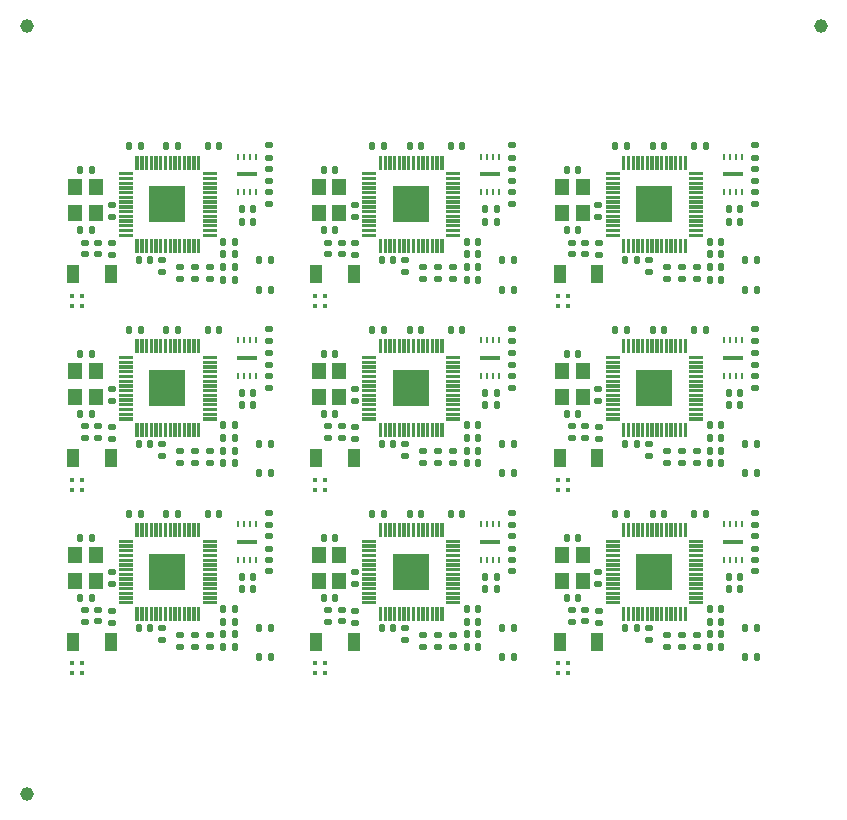
<source format=gtp>
G04 #@! TF.GenerationSoftware,KiCad,Pcbnew,7.0.2-6a45011f42~172~ubuntu22.04.1*
G04 #@! TF.CreationDate,2023-07-04T14:06:36+08:00*
G04 #@! TF.ProjectId,panel_3_3,70616e65-6c5f-4335-9f33-2e6b69636164,rev?*
G04 #@! TF.SameCoordinates,Original*
G04 #@! TF.FileFunction,Paste,Top*
G04 #@! TF.FilePolarity,Positive*
%FSLAX46Y46*%
G04 Gerber Fmt 4.6, Leading zero omitted, Abs format (unit mm)*
G04 Created by KiCad (PCBNEW 7.0.2-6a45011f42~172~ubuntu22.04.1) date 2023-07-04 14:06:36*
%MOMM*%
%LPD*%
G01*
G04 APERTURE LIST*
G04 Aperture macros list*
%AMRoundRect*
0 Rectangle with rounded corners*
0 $1 Rounding radius*
0 $2 $3 $4 $5 $6 $7 $8 $9 X,Y pos of 4 corners*
0 Add a 4 corners polygon primitive as box body*
4,1,4,$2,$3,$4,$5,$6,$7,$8,$9,$2,$3,0*
0 Add four circle primitives for the rounded corners*
1,1,$1+$1,$2,$3*
1,1,$1+$1,$4,$5*
1,1,$1+$1,$6,$7*
1,1,$1+$1,$8,$9*
0 Add four rect primitives between the rounded corners*
20,1,$1+$1,$2,$3,$4,$5,0*
20,1,$1+$1,$4,$5,$6,$7,0*
20,1,$1+$1,$6,$7,$8,$9,0*
20,1,$1+$1,$8,$9,$2,$3,0*%
G04 Aperture macros list end*
%ADD10C,0.120000*%
%ADD11R,0.200000X1.100000*%
%ADD12R,1.100000X0.200000*%
%ADD13R,3.100000X3.100000*%
%ADD14RoundRect,0.135000X-0.185000X0.135000X-0.185000X-0.135000X0.185000X-0.135000X0.185000X0.135000X0*%
%ADD15R,1.000000X1.524000*%
%ADD16RoundRect,0.135000X0.135000X0.185000X-0.135000X0.185000X-0.135000X-0.185000X0.135000X-0.185000X0*%
%ADD17C,1.152000*%
%ADD18RoundRect,0.140000X-0.140000X-0.170000X0.140000X-0.170000X0.140000X0.170000X-0.140000X0.170000X0*%
%ADD19RoundRect,0.135000X0.185000X-0.135000X0.185000X0.135000X-0.185000X0.135000X-0.185000X-0.135000X0*%
%ADD20RoundRect,0.135000X-0.135000X-0.185000X0.135000X-0.185000X0.135000X0.185000X-0.135000X0.185000X0*%
%ADD21R,1.200000X1.400000*%
%ADD22R,0.280000X0.600000*%
%ADD23R,1.700000X0.300000*%
%ADD24R,0.450000X0.450000*%
%ADD25RoundRect,0.140000X-0.170000X0.140000X-0.170000X-0.140000X0.170000X-0.140000X0.170000X0.140000X0*%
%ADD26RoundRect,0.140000X0.140000X0.170000X-0.140000X0.170000X-0.140000X-0.170000X0.140000X-0.170000X0*%
G04 APERTURE END LIST*
G04 #@! TO.C,U1*
D10*
X37685000Y-30135000D02*
X37485000Y-30135000D01*
X37485000Y-29035000D01*
X37685000Y-29035000D01*
X37685000Y-30135000D01*
G36*
X37685000Y-30135000D02*
G01*
X37485000Y-30135000D01*
X37485000Y-29035000D01*
X37685000Y-29035000D01*
X37685000Y-30135000D01*
G37*
X37285000Y-30135000D02*
X37085000Y-30135000D01*
X37085000Y-29035000D01*
X37285000Y-29035000D01*
X37285000Y-30135000D01*
G36*
X37285000Y-30135000D02*
G01*
X37085000Y-30135000D01*
X37085000Y-29035000D01*
X37285000Y-29035000D01*
X37285000Y-30135000D01*
G37*
X36885000Y-30135000D02*
X36685000Y-30135000D01*
X36685000Y-29035000D01*
X36885000Y-29035000D01*
X36885000Y-30135000D01*
G36*
X36885000Y-30135000D02*
G01*
X36685000Y-30135000D01*
X36685000Y-29035000D01*
X36885000Y-29035000D01*
X36885000Y-30135000D01*
G37*
X36485000Y-30135000D02*
X36285000Y-30135000D01*
X36285000Y-29035000D01*
X36485000Y-29035000D01*
X36485000Y-30135000D01*
G36*
X36485000Y-30135000D02*
G01*
X36285000Y-30135000D01*
X36285000Y-29035000D01*
X36485000Y-29035000D01*
X36485000Y-30135000D01*
G37*
X36085000Y-30135000D02*
X35885000Y-30135000D01*
X35885000Y-29035000D01*
X36085000Y-29035000D01*
X36085000Y-30135000D01*
G36*
X36085000Y-30135000D02*
G01*
X35885000Y-30135000D01*
X35885000Y-29035000D01*
X36085000Y-29035000D01*
X36085000Y-30135000D01*
G37*
X35685000Y-30135000D02*
X35485000Y-30135000D01*
X35485000Y-29035000D01*
X35685000Y-29035000D01*
X35685000Y-30135000D01*
G36*
X35685000Y-30135000D02*
G01*
X35485000Y-30135000D01*
X35485000Y-29035000D01*
X35685000Y-29035000D01*
X35685000Y-30135000D01*
G37*
X35285000Y-30135000D02*
X35085000Y-30135000D01*
X35085000Y-29035000D01*
X35285000Y-29035000D01*
X35285000Y-30135000D01*
G36*
X35285000Y-30135000D02*
G01*
X35085000Y-30135000D01*
X35085000Y-29035000D01*
X35285000Y-29035000D01*
X35285000Y-30135000D01*
G37*
X34485000Y-30135000D02*
X34285000Y-30135000D01*
X34285000Y-29035000D01*
X34485000Y-29035000D01*
X34485000Y-30135000D01*
G36*
X34485000Y-30135000D02*
G01*
X34285000Y-30135000D01*
X34285000Y-29035000D01*
X34485000Y-29035000D01*
X34485000Y-30135000D01*
G37*
X34085000Y-30135000D02*
X33885000Y-30135000D01*
X33885000Y-29035000D01*
X34085000Y-29035000D01*
X34085000Y-30135000D01*
G36*
X34085000Y-30135000D02*
G01*
X33885000Y-30135000D01*
X33885000Y-29035000D01*
X34085000Y-29035000D01*
X34085000Y-30135000D01*
G37*
X33685000Y-30135000D02*
X33485000Y-30135000D01*
X33485000Y-29035000D01*
X33685000Y-29035000D01*
X33685000Y-30135000D01*
G36*
X33685000Y-30135000D02*
G01*
X33485000Y-30135000D01*
X33485000Y-29035000D01*
X33685000Y-29035000D01*
X33685000Y-30135000D01*
G37*
X33285000Y-30135000D02*
X33085000Y-30135000D01*
X33085000Y-29035000D01*
X33285000Y-29035000D01*
X33285000Y-30135000D01*
G36*
X33285000Y-30135000D02*
G01*
X33085000Y-30135000D01*
X33085000Y-29035000D01*
X33285000Y-29035000D01*
X33285000Y-30135000D01*
G37*
X32885000Y-30135000D02*
X32685000Y-30135000D01*
X32685000Y-29035000D01*
X32885000Y-29035000D01*
X32885000Y-30135000D01*
G36*
X32885000Y-30135000D02*
G01*
X32685000Y-30135000D01*
X32685000Y-29035000D01*
X32885000Y-29035000D01*
X32885000Y-30135000D01*
G37*
X32485000Y-30135000D02*
X32285000Y-30135000D01*
X32285000Y-29035000D01*
X32485000Y-29035000D01*
X32485000Y-30135000D01*
G36*
X32485000Y-30135000D02*
G01*
X32285000Y-30135000D01*
X32285000Y-29035000D01*
X32485000Y-29035000D01*
X32485000Y-30135000D01*
G37*
X34885000Y-30135000D02*
X34685000Y-30135000D01*
X34685000Y-29035000D01*
X34885000Y-29035000D01*
X34885000Y-30135000D01*
G36*
X34885000Y-30135000D02*
G01*
X34685000Y-30135000D01*
X34685000Y-29035000D01*
X34885000Y-29035000D01*
X34885000Y-30135000D01*
G37*
X39085000Y-30635000D02*
X37985000Y-30635000D01*
X37985000Y-30435000D01*
X39085000Y-30435000D01*
X39085000Y-30635000D01*
G36*
X39085000Y-30635000D02*
G01*
X37985000Y-30635000D01*
X37985000Y-30435000D01*
X39085000Y-30435000D01*
X39085000Y-30635000D01*
G37*
X31985000Y-30635000D02*
X30885000Y-30635000D01*
X30885000Y-30435000D01*
X31985000Y-30435000D01*
X31985000Y-30635000D01*
G36*
X31985000Y-30635000D02*
G01*
X30885000Y-30635000D01*
X30885000Y-30435000D01*
X31985000Y-30435000D01*
X31985000Y-30635000D01*
G37*
X39085000Y-31035000D02*
X37985000Y-31035000D01*
X37985000Y-30835000D01*
X39085000Y-30835000D01*
X39085000Y-31035000D01*
G36*
X39085000Y-31035000D02*
G01*
X37985000Y-31035000D01*
X37985000Y-30835000D01*
X39085000Y-30835000D01*
X39085000Y-31035000D01*
G37*
X31985000Y-31035000D02*
X30885000Y-31035000D01*
X30885000Y-30835000D01*
X31985000Y-30835000D01*
X31985000Y-31035000D01*
G36*
X31985000Y-31035000D02*
G01*
X30885000Y-31035000D01*
X30885000Y-30835000D01*
X31985000Y-30835000D01*
X31985000Y-31035000D01*
G37*
X31985000Y-31435000D02*
X30885000Y-31435000D01*
X30885000Y-31235000D01*
X31985000Y-31235000D01*
X31985000Y-31435000D01*
G36*
X31985000Y-31435000D02*
G01*
X30885000Y-31435000D01*
X30885000Y-31235000D01*
X31985000Y-31235000D01*
X31985000Y-31435000D01*
G37*
X39085000Y-31435000D02*
X37985000Y-31435000D01*
X37985000Y-31235000D01*
X39085000Y-31235000D01*
X39085000Y-31435000D01*
G36*
X39085000Y-31435000D02*
G01*
X37985000Y-31435000D01*
X37985000Y-31235000D01*
X39085000Y-31235000D01*
X39085000Y-31435000D01*
G37*
X31985000Y-31835000D02*
X30885000Y-31835000D01*
X30885000Y-31635000D01*
X31985000Y-31635000D01*
X31985000Y-31835000D01*
G36*
X31985000Y-31835000D02*
G01*
X30885000Y-31835000D01*
X30885000Y-31635000D01*
X31985000Y-31635000D01*
X31985000Y-31835000D01*
G37*
X39085000Y-31835000D02*
X37985000Y-31835000D01*
X37985000Y-31635000D01*
X39085000Y-31635000D01*
X39085000Y-31835000D01*
G36*
X39085000Y-31835000D02*
G01*
X37985000Y-31835000D01*
X37985000Y-31635000D01*
X39085000Y-31635000D01*
X39085000Y-31835000D01*
G37*
X36225000Y-34375000D02*
X33745000Y-34375000D01*
X33745000Y-31895000D01*
X36225000Y-31895000D01*
X36225000Y-34375000D01*
G36*
X36225000Y-34375000D02*
G01*
X33745000Y-34375000D01*
X33745000Y-31895000D01*
X36225000Y-31895000D01*
X36225000Y-34375000D01*
G37*
X39085000Y-32235000D02*
X37985000Y-32235000D01*
X37985000Y-32035000D01*
X39085000Y-32035000D01*
X39085000Y-32235000D01*
G36*
X39085000Y-32235000D02*
G01*
X37985000Y-32235000D01*
X37985000Y-32035000D01*
X39085000Y-32035000D01*
X39085000Y-32235000D01*
G37*
X31985000Y-32235000D02*
X30885000Y-32235000D01*
X30885000Y-32035000D01*
X31985000Y-32035000D01*
X31985000Y-32235000D01*
G36*
X31985000Y-32235000D02*
G01*
X30885000Y-32235000D01*
X30885000Y-32035000D01*
X31985000Y-32035000D01*
X31985000Y-32235000D01*
G37*
X31985000Y-32635000D02*
X30885000Y-32635000D01*
X30885000Y-32435000D01*
X31985000Y-32435000D01*
X31985000Y-32635000D01*
G36*
X31985000Y-32635000D02*
G01*
X30885000Y-32635000D01*
X30885000Y-32435000D01*
X31985000Y-32435000D01*
X31985000Y-32635000D01*
G37*
X39085000Y-32635000D02*
X37985000Y-32635000D01*
X37985000Y-32435000D01*
X39085000Y-32435000D01*
X39085000Y-32635000D01*
G36*
X39085000Y-32635000D02*
G01*
X37985000Y-32635000D01*
X37985000Y-32435000D01*
X39085000Y-32435000D01*
X39085000Y-32635000D01*
G37*
X31985000Y-33035000D02*
X30885000Y-33035000D01*
X30885000Y-32835000D01*
X31985000Y-32835000D01*
X31985000Y-33035000D01*
G36*
X31985000Y-33035000D02*
G01*
X30885000Y-33035000D01*
X30885000Y-32835000D01*
X31985000Y-32835000D01*
X31985000Y-33035000D01*
G37*
X39085000Y-33035000D02*
X37985000Y-33035000D01*
X37985000Y-32835000D01*
X39085000Y-32835000D01*
X39085000Y-33035000D01*
G36*
X39085000Y-33035000D02*
G01*
X37985000Y-33035000D01*
X37985000Y-32835000D01*
X39085000Y-32835000D01*
X39085000Y-33035000D01*
G37*
X39085000Y-33435000D02*
X37985000Y-33435000D01*
X37985000Y-33235000D01*
X39085000Y-33235000D01*
X39085000Y-33435000D01*
G36*
X39085000Y-33435000D02*
G01*
X37985000Y-33435000D01*
X37985000Y-33235000D01*
X39085000Y-33235000D01*
X39085000Y-33435000D01*
G37*
X31985000Y-33435000D02*
X30885000Y-33435000D01*
X30885000Y-33235000D01*
X31985000Y-33235000D01*
X31985000Y-33435000D01*
G36*
X31985000Y-33435000D02*
G01*
X30885000Y-33435000D01*
X30885000Y-33235000D01*
X31985000Y-33235000D01*
X31985000Y-33435000D01*
G37*
X39085000Y-33835000D02*
X37985000Y-33835000D01*
X37985000Y-33635000D01*
X39085000Y-33635000D01*
X39085000Y-33835000D01*
G36*
X39085000Y-33835000D02*
G01*
X37985000Y-33835000D01*
X37985000Y-33635000D01*
X39085000Y-33635000D01*
X39085000Y-33835000D01*
G37*
X31985000Y-33835000D02*
X30885000Y-33835000D01*
X30885000Y-33635000D01*
X31985000Y-33635000D01*
X31985000Y-33835000D01*
G36*
X31985000Y-33835000D02*
G01*
X30885000Y-33835000D01*
X30885000Y-33635000D01*
X31985000Y-33635000D01*
X31985000Y-33835000D01*
G37*
X31985000Y-34235000D02*
X30885000Y-34235000D01*
X30885000Y-34035000D01*
X31985000Y-34035000D01*
X31985000Y-34235000D01*
G36*
X31985000Y-34235000D02*
G01*
X30885000Y-34235000D01*
X30885000Y-34035000D01*
X31985000Y-34035000D01*
X31985000Y-34235000D01*
G37*
X39085000Y-34235000D02*
X37985000Y-34235000D01*
X37985000Y-34035000D01*
X39085000Y-34035000D01*
X39085000Y-34235000D01*
G36*
X39085000Y-34235000D02*
G01*
X37985000Y-34235000D01*
X37985000Y-34035000D01*
X39085000Y-34035000D01*
X39085000Y-34235000D01*
G37*
X31985000Y-34635000D02*
X30885000Y-34635000D01*
X30885000Y-34435000D01*
X31985000Y-34435000D01*
X31985000Y-34635000D01*
G36*
X31985000Y-34635000D02*
G01*
X30885000Y-34635000D01*
X30885000Y-34435000D01*
X31985000Y-34435000D01*
X31985000Y-34635000D01*
G37*
X39085000Y-34635000D02*
X37985000Y-34635000D01*
X37985000Y-34435000D01*
X39085000Y-34435000D01*
X39085000Y-34635000D01*
G36*
X39085000Y-34635000D02*
G01*
X37985000Y-34635000D01*
X37985000Y-34435000D01*
X39085000Y-34435000D01*
X39085000Y-34635000D01*
G37*
X31985000Y-35035000D02*
X30885000Y-35035000D01*
X30885000Y-34835000D01*
X31985000Y-34835000D01*
X31985000Y-35035000D01*
G36*
X31985000Y-35035000D02*
G01*
X30885000Y-35035000D01*
X30885000Y-34835000D01*
X31985000Y-34835000D01*
X31985000Y-35035000D01*
G37*
X39085000Y-35035000D02*
X37985000Y-35035000D01*
X37985000Y-34835000D01*
X39085000Y-34835000D01*
X39085000Y-35035000D01*
G36*
X39085000Y-35035000D02*
G01*
X37985000Y-35035000D01*
X37985000Y-34835000D01*
X39085000Y-34835000D01*
X39085000Y-35035000D01*
G37*
X39085000Y-35435000D02*
X37985000Y-35435000D01*
X37985000Y-35235000D01*
X39085000Y-35235000D01*
X39085000Y-35435000D01*
G36*
X39085000Y-35435000D02*
G01*
X37985000Y-35435000D01*
X37985000Y-35235000D01*
X39085000Y-35235000D01*
X39085000Y-35435000D01*
G37*
X31985000Y-35435000D02*
X30885000Y-35435000D01*
X30885000Y-35235000D01*
X31985000Y-35235000D01*
X31985000Y-35435000D01*
G36*
X31985000Y-35435000D02*
G01*
X30885000Y-35435000D01*
X30885000Y-35235000D01*
X31985000Y-35235000D01*
X31985000Y-35435000D01*
G37*
X39085000Y-35835000D02*
X37985000Y-35835000D01*
X37985000Y-35635000D01*
X39085000Y-35635000D01*
X39085000Y-35835000D01*
G36*
X39085000Y-35835000D02*
G01*
X37985000Y-35835000D01*
X37985000Y-35635000D01*
X39085000Y-35635000D01*
X39085000Y-35835000D01*
G37*
X31985000Y-35835000D02*
X30885000Y-35835000D01*
X30885000Y-35635000D01*
X31985000Y-35635000D01*
X31985000Y-35835000D01*
G36*
X31985000Y-35835000D02*
G01*
X30885000Y-35835000D01*
X30885000Y-35635000D01*
X31985000Y-35635000D01*
X31985000Y-35835000D01*
G37*
X35285000Y-37235000D02*
X35085000Y-37235000D01*
X35085000Y-36135000D01*
X35285000Y-36135000D01*
X35285000Y-37235000D01*
G36*
X35285000Y-37235000D02*
G01*
X35085000Y-37235000D01*
X35085000Y-36135000D01*
X35285000Y-36135000D01*
X35285000Y-37235000D01*
G37*
X32485000Y-37235000D02*
X32285000Y-37235000D01*
X32285000Y-36135000D01*
X32485000Y-36135000D01*
X32485000Y-37235000D01*
G36*
X32485000Y-37235000D02*
G01*
X32285000Y-37235000D01*
X32285000Y-36135000D01*
X32485000Y-36135000D01*
X32485000Y-37235000D01*
G37*
X37685000Y-37235000D02*
X37485000Y-37235000D01*
X37485000Y-36135000D01*
X37685000Y-36135000D01*
X37685000Y-37235000D01*
G36*
X37685000Y-37235000D02*
G01*
X37485000Y-37235000D01*
X37485000Y-36135000D01*
X37685000Y-36135000D01*
X37685000Y-37235000D01*
G37*
X37285000Y-37235000D02*
X37085000Y-37235000D01*
X37085000Y-36135000D01*
X37285000Y-36135000D01*
X37285000Y-37235000D01*
G36*
X37285000Y-37235000D02*
G01*
X37085000Y-37235000D01*
X37085000Y-36135000D01*
X37285000Y-36135000D01*
X37285000Y-37235000D01*
G37*
X36885000Y-37235000D02*
X36685000Y-37235000D01*
X36685000Y-36135000D01*
X36885000Y-36135000D01*
X36885000Y-37235000D01*
G36*
X36885000Y-37235000D02*
G01*
X36685000Y-37235000D01*
X36685000Y-36135000D01*
X36885000Y-36135000D01*
X36885000Y-37235000D01*
G37*
X36485000Y-37235000D02*
X36285000Y-37235000D01*
X36285000Y-36135000D01*
X36485000Y-36135000D01*
X36485000Y-37235000D01*
G36*
X36485000Y-37235000D02*
G01*
X36285000Y-37235000D01*
X36285000Y-36135000D01*
X36485000Y-36135000D01*
X36485000Y-37235000D01*
G37*
X36085000Y-37235000D02*
X35885000Y-37235000D01*
X35885000Y-36135000D01*
X36085000Y-36135000D01*
X36085000Y-37235000D01*
G36*
X36085000Y-37235000D02*
G01*
X35885000Y-37235000D01*
X35885000Y-36135000D01*
X36085000Y-36135000D01*
X36085000Y-37235000D01*
G37*
X35685000Y-37235000D02*
X35485000Y-37235000D01*
X35485000Y-36135000D01*
X35685000Y-36135000D01*
X35685000Y-37235000D01*
G36*
X35685000Y-37235000D02*
G01*
X35485000Y-37235000D01*
X35485000Y-36135000D01*
X35685000Y-36135000D01*
X35685000Y-37235000D01*
G37*
X34885000Y-37235000D02*
X34685000Y-37235000D01*
X34685000Y-36135000D01*
X34885000Y-36135000D01*
X34885000Y-37235000D01*
G36*
X34885000Y-37235000D02*
G01*
X34685000Y-37235000D01*
X34685000Y-36135000D01*
X34885000Y-36135000D01*
X34885000Y-37235000D01*
G37*
X34485000Y-37235000D02*
X34285000Y-37235000D01*
X34285000Y-36135000D01*
X34485000Y-36135000D01*
X34485000Y-37235000D01*
G36*
X34485000Y-37235000D02*
G01*
X34285000Y-37235000D01*
X34285000Y-36135000D01*
X34485000Y-36135000D01*
X34485000Y-37235000D01*
G37*
X34085000Y-37235000D02*
X33885000Y-37235000D01*
X33885000Y-36135000D01*
X34085000Y-36135000D01*
X34085000Y-37235000D01*
G36*
X34085000Y-37235000D02*
G01*
X33885000Y-37235000D01*
X33885000Y-36135000D01*
X34085000Y-36135000D01*
X34085000Y-37235000D01*
G37*
X33685000Y-37235000D02*
X33485000Y-37235000D01*
X33485000Y-36135000D01*
X33685000Y-36135000D01*
X33685000Y-37235000D01*
G36*
X33685000Y-37235000D02*
G01*
X33485000Y-37235000D01*
X33485000Y-36135000D01*
X33685000Y-36135000D01*
X33685000Y-37235000D01*
G37*
X33285000Y-37235000D02*
X33085000Y-37235000D01*
X33085000Y-36135000D01*
X33285000Y-36135000D01*
X33285000Y-37235000D01*
G36*
X33285000Y-37235000D02*
G01*
X33085000Y-37235000D01*
X33085000Y-36135000D01*
X33285000Y-36135000D01*
X33285000Y-37235000D01*
G37*
X32885000Y-37235000D02*
X32685000Y-37235000D01*
X32685000Y-36135000D01*
X32885000Y-36135000D01*
X32885000Y-37235000D01*
G36*
X32885000Y-37235000D02*
G01*
X32685000Y-37235000D01*
X32685000Y-36135000D01*
X32885000Y-36135000D01*
X32885000Y-37235000D01*
G37*
X17085000Y-14575000D02*
X16885000Y-14575000D01*
X16885000Y-13475000D01*
X17085000Y-13475000D01*
X17085000Y-14575000D01*
G36*
X17085000Y-14575000D02*
G01*
X16885000Y-14575000D01*
X16885000Y-13475000D01*
X17085000Y-13475000D01*
X17085000Y-14575000D01*
G37*
X16685000Y-14575000D02*
X16485000Y-14575000D01*
X16485000Y-13475000D01*
X16685000Y-13475000D01*
X16685000Y-14575000D01*
G36*
X16685000Y-14575000D02*
G01*
X16485000Y-14575000D01*
X16485000Y-13475000D01*
X16685000Y-13475000D01*
X16685000Y-14575000D01*
G37*
X16285000Y-14575000D02*
X16085000Y-14575000D01*
X16085000Y-13475000D01*
X16285000Y-13475000D01*
X16285000Y-14575000D01*
G36*
X16285000Y-14575000D02*
G01*
X16085000Y-14575000D01*
X16085000Y-13475000D01*
X16285000Y-13475000D01*
X16285000Y-14575000D01*
G37*
X15885000Y-14575000D02*
X15685000Y-14575000D01*
X15685000Y-13475000D01*
X15885000Y-13475000D01*
X15885000Y-14575000D01*
G36*
X15885000Y-14575000D02*
G01*
X15685000Y-14575000D01*
X15685000Y-13475000D01*
X15885000Y-13475000D01*
X15885000Y-14575000D01*
G37*
X15485000Y-14575000D02*
X15285000Y-14575000D01*
X15285000Y-13475000D01*
X15485000Y-13475000D01*
X15485000Y-14575000D01*
G36*
X15485000Y-14575000D02*
G01*
X15285000Y-14575000D01*
X15285000Y-13475000D01*
X15485000Y-13475000D01*
X15485000Y-14575000D01*
G37*
X15085000Y-14575000D02*
X14885000Y-14575000D01*
X14885000Y-13475000D01*
X15085000Y-13475000D01*
X15085000Y-14575000D01*
G36*
X15085000Y-14575000D02*
G01*
X14885000Y-14575000D01*
X14885000Y-13475000D01*
X15085000Y-13475000D01*
X15085000Y-14575000D01*
G37*
X14685000Y-14575000D02*
X14485000Y-14575000D01*
X14485000Y-13475000D01*
X14685000Y-13475000D01*
X14685000Y-14575000D01*
G36*
X14685000Y-14575000D02*
G01*
X14485000Y-14575000D01*
X14485000Y-13475000D01*
X14685000Y-13475000D01*
X14685000Y-14575000D01*
G37*
X13885000Y-14575000D02*
X13685000Y-14575000D01*
X13685000Y-13475000D01*
X13885000Y-13475000D01*
X13885000Y-14575000D01*
G36*
X13885000Y-14575000D02*
G01*
X13685000Y-14575000D01*
X13685000Y-13475000D01*
X13885000Y-13475000D01*
X13885000Y-14575000D01*
G37*
X13485000Y-14575000D02*
X13285000Y-14575000D01*
X13285000Y-13475000D01*
X13485000Y-13475000D01*
X13485000Y-14575000D01*
G36*
X13485000Y-14575000D02*
G01*
X13285000Y-14575000D01*
X13285000Y-13475000D01*
X13485000Y-13475000D01*
X13485000Y-14575000D01*
G37*
X13085000Y-14575000D02*
X12885000Y-14575000D01*
X12885000Y-13475000D01*
X13085000Y-13475000D01*
X13085000Y-14575000D01*
G36*
X13085000Y-14575000D02*
G01*
X12885000Y-14575000D01*
X12885000Y-13475000D01*
X13085000Y-13475000D01*
X13085000Y-14575000D01*
G37*
X12685000Y-14575000D02*
X12485000Y-14575000D01*
X12485000Y-13475000D01*
X12685000Y-13475000D01*
X12685000Y-14575000D01*
G36*
X12685000Y-14575000D02*
G01*
X12485000Y-14575000D01*
X12485000Y-13475000D01*
X12685000Y-13475000D01*
X12685000Y-14575000D01*
G37*
X12285000Y-14575000D02*
X12085000Y-14575000D01*
X12085000Y-13475000D01*
X12285000Y-13475000D01*
X12285000Y-14575000D01*
G36*
X12285000Y-14575000D02*
G01*
X12085000Y-14575000D01*
X12085000Y-13475000D01*
X12285000Y-13475000D01*
X12285000Y-14575000D01*
G37*
X11885000Y-14575000D02*
X11685000Y-14575000D01*
X11685000Y-13475000D01*
X11885000Y-13475000D01*
X11885000Y-14575000D01*
G36*
X11885000Y-14575000D02*
G01*
X11685000Y-14575000D01*
X11685000Y-13475000D01*
X11885000Y-13475000D01*
X11885000Y-14575000D01*
G37*
X14285000Y-14575000D02*
X14085000Y-14575000D01*
X14085000Y-13475000D01*
X14285000Y-13475000D01*
X14285000Y-14575000D01*
G36*
X14285000Y-14575000D02*
G01*
X14085000Y-14575000D01*
X14085000Y-13475000D01*
X14285000Y-13475000D01*
X14285000Y-14575000D01*
G37*
X18485000Y-15075000D02*
X17385000Y-15075000D01*
X17385000Y-14875000D01*
X18485000Y-14875000D01*
X18485000Y-15075000D01*
G36*
X18485000Y-15075000D02*
G01*
X17385000Y-15075000D01*
X17385000Y-14875000D01*
X18485000Y-14875000D01*
X18485000Y-15075000D01*
G37*
X11385000Y-15075000D02*
X10285000Y-15075000D01*
X10285000Y-14875000D01*
X11385000Y-14875000D01*
X11385000Y-15075000D01*
G36*
X11385000Y-15075000D02*
G01*
X10285000Y-15075000D01*
X10285000Y-14875000D01*
X11385000Y-14875000D01*
X11385000Y-15075000D01*
G37*
X18485000Y-15475000D02*
X17385000Y-15475000D01*
X17385000Y-15275000D01*
X18485000Y-15275000D01*
X18485000Y-15475000D01*
G36*
X18485000Y-15475000D02*
G01*
X17385000Y-15475000D01*
X17385000Y-15275000D01*
X18485000Y-15275000D01*
X18485000Y-15475000D01*
G37*
X11385000Y-15475000D02*
X10285000Y-15475000D01*
X10285000Y-15275000D01*
X11385000Y-15275000D01*
X11385000Y-15475000D01*
G36*
X11385000Y-15475000D02*
G01*
X10285000Y-15475000D01*
X10285000Y-15275000D01*
X11385000Y-15275000D01*
X11385000Y-15475000D01*
G37*
X11385000Y-15875000D02*
X10285000Y-15875000D01*
X10285000Y-15675000D01*
X11385000Y-15675000D01*
X11385000Y-15875000D01*
G36*
X11385000Y-15875000D02*
G01*
X10285000Y-15875000D01*
X10285000Y-15675000D01*
X11385000Y-15675000D01*
X11385000Y-15875000D01*
G37*
X18485000Y-15875000D02*
X17385000Y-15875000D01*
X17385000Y-15675000D01*
X18485000Y-15675000D01*
X18485000Y-15875000D01*
G36*
X18485000Y-15875000D02*
G01*
X17385000Y-15875000D01*
X17385000Y-15675000D01*
X18485000Y-15675000D01*
X18485000Y-15875000D01*
G37*
X11385000Y-16275000D02*
X10285000Y-16275000D01*
X10285000Y-16075000D01*
X11385000Y-16075000D01*
X11385000Y-16275000D01*
G36*
X11385000Y-16275000D02*
G01*
X10285000Y-16275000D01*
X10285000Y-16075000D01*
X11385000Y-16075000D01*
X11385000Y-16275000D01*
G37*
X18485000Y-16275000D02*
X17385000Y-16275000D01*
X17385000Y-16075000D01*
X18485000Y-16075000D01*
X18485000Y-16275000D01*
G36*
X18485000Y-16275000D02*
G01*
X17385000Y-16275000D01*
X17385000Y-16075000D01*
X18485000Y-16075000D01*
X18485000Y-16275000D01*
G37*
X15625000Y-18815000D02*
X13145000Y-18815000D01*
X13145000Y-16335000D01*
X15625000Y-16335000D01*
X15625000Y-18815000D01*
G36*
X15625000Y-18815000D02*
G01*
X13145000Y-18815000D01*
X13145000Y-16335000D01*
X15625000Y-16335000D01*
X15625000Y-18815000D01*
G37*
X18485000Y-16675000D02*
X17385000Y-16675000D01*
X17385000Y-16475000D01*
X18485000Y-16475000D01*
X18485000Y-16675000D01*
G36*
X18485000Y-16675000D02*
G01*
X17385000Y-16675000D01*
X17385000Y-16475000D01*
X18485000Y-16475000D01*
X18485000Y-16675000D01*
G37*
X11385000Y-16675000D02*
X10285000Y-16675000D01*
X10285000Y-16475000D01*
X11385000Y-16475000D01*
X11385000Y-16675000D01*
G36*
X11385000Y-16675000D02*
G01*
X10285000Y-16675000D01*
X10285000Y-16475000D01*
X11385000Y-16475000D01*
X11385000Y-16675000D01*
G37*
X11385000Y-17075000D02*
X10285000Y-17075000D01*
X10285000Y-16875000D01*
X11385000Y-16875000D01*
X11385000Y-17075000D01*
G36*
X11385000Y-17075000D02*
G01*
X10285000Y-17075000D01*
X10285000Y-16875000D01*
X11385000Y-16875000D01*
X11385000Y-17075000D01*
G37*
X18485000Y-17075000D02*
X17385000Y-17075000D01*
X17385000Y-16875000D01*
X18485000Y-16875000D01*
X18485000Y-17075000D01*
G36*
X18485000Y-17075000D02*
G01*
X17385000Y-17075000D01*
X17385000Y-16875000D01*
X18485000Y-16875000D01*
X18485000Y-17075000D01*
G37*
X11385000Y-17475000D02*
X10285000Y-17475000D01*
X10285000Y-17275000D01*
X11385000Y-17275000D01*
X11385000Y-17475000D01*
G36*
X11385000Y-17475000D02*
G01*
X10285000Y-17475000D01*
X10285000Y-17275000D01*
X11385000Y-17275000D01*
X11385000Y-17475000D01*
G37*
X18485000Y-17475000D02*
X17385000Y-17475000D01*
X17385000Y-17275000D01*
X18485000Y-17275000D01*
X18485000Y-17475000D01*
G36*
X18485000Y-17475000D02*
G01*
X17385000Y-17475000D01*
X17385000Y-17275000D01*
X18485000Y-17275000D01*
X18485000Y-17475000D01*
G37*
X18485000Y-17875000D02*
X17385000Y-17875000D01*
X17385000Y-17675000D01*
X18485000Y-17675000D01*
X18485000Y-17875000D01*
G36*
X18485000Y-17875000D02*
G01*
X17385000Y-17875000D01*
X17385000Y-17675000D01*
X18485000Y-17675000D01*
X18485000Y-17875000D01*
G37*
X11385000Y-17875000D02*
X10285000Y-17875000D01*
X10285000Y-17675000D01*
X11385000Y-17675000D01*
X11385000Y-17875000D01*
G36*
X11385000Y-17875000D02*
G01*
X10285000Y-17875000D01*
X10285000Y-17675000D01*
X11385000Y-17675000D01*
X11385000Y-17875000D01*
G37*
X18485000Y-18275000D02*
X17385000Y-18275000D01*
X17385000Y-18075000D01*
X18485000Y-18075000D01*
X18485000Y-18275000D01*
G36*
X18485000Y-18275000D02*
G01*
X17385000Y-18275000D01*
X17385000Y-18075000D01*
X18485000Y-18075000D01*
X18485000Y-18275000D01*
G37*
X11385000Y-18275000D02*
X10285000Y-18275000D01*
X10285000Y-18075000D01*
X11385000Y-18075000D01*
X11385000Y-18275000D01*
G36*
X11385000Y-18275000D02*
G01*
X10285000Y-18275000D01*
X10285000Y-18075000D01*
X11385000Y-18075000D01*
X11385000Y-18275000D01*
G37*
X11385000Y-18675000D02*
X10285000Y-18675000D01*
X10285000Y-18475000D01*
X11385000Y-18475000D01*
X11385000Y-18675000D01*
G36*
X11385000Y-18675000D02*
G01*
X10285000Y-18675000D01*
X10285000Y-18475000D01*
X11385000Y-18475000D01*
X11385000Y-18675000D01*
G37*
X18485000Y-18675000D02*
X17385000Y-18675000D01*
X17385000Y-18475000D01*
X18485000Y-18475000D01*
X18485000Y-18675000D01*
G36*
X18485000Y-18675000D02*
G01*
X17385000Y-18675000D01*
X17385000Y-18475000D01*
X18485000Y-18475000D01*
X18485000Y-18675000D01*
G37*
X11385000Y-19075000D02*
X10285000Y-19075000D01*
X10285000Y-18875000D01*
X11385000Y-18875000D01*
X11385000Y-19075000D01*
G36*
X11385000Y-19075000D02*
G01*
X10285000Y-19075000D01*
X10285000Y-18875000D01*
X11385000Y-18875000D01*
X11385000Y-19075000D01*
G37*
X18485000Y-19075000D02*
X17385000Y-19075000D01*
X17385000Y-18875000D01*
X18485000Y-18875000D01*
X18485000Y-19075000D01*
G36*
X18485000Y-19075000D02*
G01*
X17385000Y-19075000D01*
X17385000Y-18875000D01*
X18485000Y-18875000D01*
X18485000Y-19075000D01*
G37*
X11385000Y-19475000D02*
X10285000Y-19475000D01*
X10285000Y-19275000D01*
X11385000Y-19275000D01*
X11385000Y-19475000D01*
G36*
X11385000Y-19475000D02*
G01*
X10285000Y-19475000D01*
X10285000Y-19275000D01*
X11385000Y-19275000D01*
X11385000Y-19475000D01*
G37*
X18485000Y-19475000D02*
X17385000Y-19475000D01*
X17385000Y-19275000D01*
X18485000Y-19275000D01*
X18485000Y-19475000D01*
G36*
X18485000Y-19475000D02*
G01*
X17385000Y-19475000D01*
X17385000Y-19275000D01*
X18485000Y-19275000D01*
X18485000Y-19475000D01*
G37*
X18485000Y-19875000D02*
X17385000Y-19875000D01*
X17385000Y-19675000D01*
X18485000Y-19675000D01*
X18485000Y-19875000D01*
G36*
X18485000Y-19875000D02*
G01*
X17385000Y-19875000D01*
X17385000Y-19675000D01*
X18485000Y-19675000D01*
X18485000Y-19875000D01*
G37*
X11385000Y-19875000D02*
X10285000Y-19875000D01*
X10285000Y-19675000D01*
X11385000Y-19675000D01*
X11385000Y-19875000D01*
G36*
X11385000Y-19875000D02*
G01*
X10285000Y-19875000D01*
X10285000Y-19675000D01*
X11385000Y-19675000D01*
X11385000Y-19875000D01*
G37*
X18485000Y-20275000D02*
X17385000Y-20275000D01*
X17385000Y-20075000D01*
X18485000Y-20075000D01*
X18485000Y-20275000D01*
G36*
X18485000Y-20275000D02*
G01*
X17385000Y-20275000D01*
X17385000Y-20075000D01*
X18485000Y-20075000D01*
X18485000Y-20275000D01*
G37*
X11385000Y-20275000D02*
X10285000Y-20275000D01*
X10285000Y-20075000D01*
X11385000Y-20075000D01*
X11385000Y-20275000D01*
G36*
X11385000Y-20275000D02*
G01*
X10285000Y-20275000D01*
X10285000Y-20075000D01*
X11385000Y-20075000D01*
X11385000Y-20275000D01*
G37*
X14685000Y-21675000D02*
X14485000Y-21675000D01*
X14485000Y-20575000D01*
X14685000Y-20575000D01*
X14685000Y-21675000D01*
G36*
X14685000Y-21675000D02*
G01*
X14485000Y-21675000D01*
X14485000Y-20575000D01*
X14685000Y-20575000D01*
X14685000Y-21675000D01*
G37*
X11885000Y-21675000D02*
X11685000Y-21675000D01*
X11685000Y-20575000D01*
X11885000Y-20575000D01*
X11885000Y-21675000D01*
G36*
X11885000Y-21675000D02*
G01*
X11685000Y-21675000D01*
X11685000Y-20575000D01*
X11885000Y-20575000D01*
X11885000Y-21675000D01*
G37*
X17085000Y-21675000D02*
X16885000Y-21675000D01*
X16885000Y-20575000D01*
X17085000Y-20575000D01*
X17085000Y-21675000D01*
G36*
X17085000Y-21675000D02*
G01*
X16885000Y-21675000D01*
X16885000Y-20575000D01*
X17085000Y-20575000D01*
X17085000Y-21675000D01*
G37*
X16685000Y-21675000D02*
X16485000Y-21675000D01*
X16485000Y-20575000D01*
X16685000Y-20575000D01*
X16685000Y-21675000D01*
G36*
X16685000Y-21675000D02*
G01*
X16485000Y-21675000D01*
X16485000Y-20575000D01*
X16685000Y-20575000D01*
X16685000Y-21675000D01*
G37*
X16285000Y-21675000D02*
X16085000Y-21675000D01*
X16085000Y-20575000D01*
X16285000Y-20575000D01*
X16285000Y-21675000D01*
G36*
X16285000Y-21675000D02*
G01*
X16085000Y-21675000D01*
X16085000Y-20575000D01*
X16285000Y-20575000D01*
X16285000Y-21675000D01*
G37*
X15885000Y-21675000D02*
X15685000Y-21675000D01*
X15685000Y-20575000D01*
X15885000Y-20575000D01*
X15885000Y-21675000D01*
G36*
X15885000Y-21675000D02*
G01*
X15685000Y-21675000D01*
X15685000Y-20575000D01*
X15885000Y-20575000D01*
X15885000Y-21675000D01*
G37*
X15485000Y-21675000D02*
X15285000Y-21675000D01*
X15285000Y-20575000D01*
X15485000Y-20575000D01*
X15485000Y-21675000D01*
G36*
X15485000Y-21675000D02*
G01*
X15285000Y-21675000D01*
X15285000Y-20575000D01*
X15485000Y-20575000D01*
X15485000Y-21675000D01*
G37*
X15085000Y-21675000D02*
X14885000Y-21675000D01*
X14885000Y-20575000D01*
X15085000Y-20575000D01*
X15085000Y-21675000D01*
G36*
X15085000Y-21675000D02*
G01*
X14885000Y-21675000D01*
X14885000Y-20575000D01*
X15085000Y-20575000D01*
X15085000Y-21675000D01*
G37*
X14285000Y-21675000D02*
X14085000Y-21675000D01*
X14085000Y-20575000D01*
X14285000Y-20575000D01*
X14285000Y-21675000D01*
G36*
X14285000Y-21675000D02*
G01*
X14085000Y-21675000D01*
X14085000Y-20575000D01*
X14285000Y-20575000D01*
X14285000Y-21675000D01*
G37*
X13885000Y-21675000D02*
X13685000Y-21675000D01*
X13685000Y-20575000D01*
X13885000Y-20575000D01*
X13885000Y-21675000D01*
G36*
X13885000Y-21675000D02*
G01*
X13685000Y-21675000D01*
X13685000Y-20575000D01*
X13885000Y-20575000D01*
X13885000Y-21675000D01*
G37*
X13485000Y-21675000D02*
X13285000Y-21675000D01*
X13285000Y-20575000D01*
X13485000Y-20575000D01*
X13485000Y-21675000D01*
G36*
X13485000Y-21675000D02*
G01*
X13285000Y-21675000D01*
X13285000Y-20575000D01*
X13485000Y-20575000D01*
X13485000Y-21675000D01*
G37*
X13085000Y-21675000D02*
X12885000Y-21675000D01*
X12885000Y-20575000D01*
X13085000Y-20575000D01*
X13085000Y-21675000D01*
G36*
X13085000Y-21675000D02*
G01*
X12885000Y-21675000D01*
X12885000Y-20575000D01*
X13085000Y-20575000D01*
X13085000Y-21675000D01*
G37*
X12685000Y-21675000D02*
X12485000Y-21675000D01*
X12485000Y-20575000D01*
X12685000Y-20575000D01*
X12685000Y-21675000D01*
G36*
X12685000Y-21675000D02*
G01*
X12485000Y-21675000D01*
X12485000Y-20575000D01*
X12685000Y-20575000D01*
X12685000Y-21675000D01*
G37*
X12285000Y-21675000D02*
X12085000Y-21675000D01*
X12085000Y-20575000D01*
X12285000Y-20575000D01*
X12285000Y-21675000D01*
G36*
X12285000Y-21675000D02*
G01*
X12085000Y-21675000D01*
X12085000Y-20575000D01*
X12285000Y-20575000D01*
X12285000Y-21675000D01*
G37*
X58285000Y-30135000D02*
X58085000Y-30135000D01*
X58085000Y-29035000D01*
X58285000Y-29035000D01*
X58285000Y-30135000D01*
G36*
X58285000Y-30135000D02*
G01*
X58085000Y-30135000D01*
X58085000Y-29035000D01*
X58285000Y-29035000D01*
X58285000Y-30135000D01*
G37*
X57885000Y-30135000D02*
X57685000Y-30135000D01*
X57685000Y-29035000D01*
X57885000Y-29035000D01*
X57885000Y-30135000D01*
G36*
X57885000Y-30135000D02*
G01*
X57685000Y-30135000D01*
X57685000Y-29035000D01*
X57885000Y-29035000D01*
X57885000Y-30135000D01*
G37*
X57485000Y-30135000D02*
X57285000Y-30135000D01*
X57285000Y-29035000D01*
X57485000Y-29035000D01*
X57485000Y-30135000D01*
G36*
X57485000Y-30135000D02*
G01*
X57285000Y-30135000D01*
X57285000Y-29035000D01*
X57485000Y-29035000D01*
X57485000Y-30135000D01*
G37*
X57085000Y-30135000D02*
X56885000Y-30135000D01*
X56885000Y-29035000D01*
X57085000Y-29035000D01*
X57085000Y-30135000D01*
G36*
X57085000Y-30135000D02*
G01*
X56885000Y-30135000D01*
X56885000Y-29035000D01*
X57085000Y-29035000D01*
X57085000Y-30135000D01*
G37*
X56685000Y-30135000D02*
X56485000Y-30135000D01*
X56485000Y-29035000D01*
X56685000Y-29035000D01*
X56685000Y-30135000D01*
G36*
X56685000Y-30135000D02*
G01*
X56485000Y-30135000D01*
X56485000Y-29035000D01*
X56685000Y-29035000D01*
X56685000Y-30135000D01*
G37*
X56285000Y-30135000D02*
X56085000Y-30135000D01*
X56085000Y-29035000D01*
X56285000Y-29035000D01*
X56285000Y-30135000D01*
G36*
X56285000Y-30135000D02*
G01*
X56085000Y-30135000D01*
X56085000Y-29035000D01*
X56285000Y-29035000D01*
X56285000Y-30135000D01*
G37*
X55885000Y-30135000D02*
X55685000Y-30135000D01*
X55685000Y-29035000D01*
X55885000Y-29035000D01*
X55885000Y-30135000D01*
G36*
X55885000Y-30135000D02*
G01*
X55685000Y-30135000D01*
X55685000Y-29035000D01*
X55885000Y-29035000D01*
X55885000Y-30135000D01*
G37*
X55085000Y-30135000D02*
X54885000Y-30135000D01*
X54885000Y-29035000D01*
X55085000Y-29035000D01*
X55085000Y-30135000D01*
G36*
X55085000Y-30135000D02*
G01*
X54885000Y-30135000D01*
X54885000Y-29035000D01*
X55085000Y-29035000D01*
X55085000Y-30135000D01*
G37*
X54685000Y-30135000D02*
X54485000Y-30135000D01*
X54485000Y-29035000D01*
X54685000Y-29035000D01*
X54685000Y-30135000D01*
G36*
X54685000Y-30135000D02*
G01*
X54485000Y-30135000D01*
X54485000Y-29035000D01*
X54685000Y-29035000D01*
X54685000Y-30135000D01*
G37*
X54285000Y-30135000D02*
X54085000Y-30135000D01*
X54085000Y-29035000D01*
X54285000Y-29035000D01*
X54285000Y-30135000D01*
G36*
X54285000Y-30135000D02*
G01*
X54085000Y-30135000D01*
X54085000Y-29035000D01*
X54285000Y-29035000D01*
X54285000Y-30135000D01*
G37*
X53885000Y-30135000D02*
X53685000Y-30135000D01*
X53685000Y-29035000D01*
X53885000Y-29035000D01*
X53885000Y-30135000D01*
G36*
X53885000Y-30135000D02*
G01*
X53685000Y-30135000D01*
X53685000Y-29035000D01*
X53885000Y-29035000D01*
X53885000Y-30135000D01*
G37*
X53485000Y-30135000D02*
X53285000Y-30135000D01*
X53285000Y-29035000D01*
X53485000Y-29035000D01*
X53485000Y-30135000D01*
G36*
X53485000Y-30135000D02*
G01*
X53285000Y-30135000D01*
X53285000Y-29035000D01*
X53485000Y-29035000D01*
X53485000Y-30135000D01*
G37*
X53085000Y-30135000D02*
X52885000Y-30135000D01*
X52885000Y-29035000D01*
X53085000Y-29035000D01*
X53085000Y-30135000D01*
G36*
X53085000Y-30135000D02*
G01*
X52885000Y-30135000D01*
X52885000Y-29035000D01*
X53085000Y-29035000D01*
X53085000Y-30135000D01*
G37*
X55485000Y-30135000D02*
X55285000Y-30135000D01*
X55285000Y-29035000D01*
X55485000Y-29035000D01*
X55485000Y-30135000D01*
G36*
X55485000Y-30135000D02*
G01*
X55285000Y-30135000D01*
X55285000Y-29035000D01*
X55485000Y-29035000D01*
X55485000Y-30135000D01*
G37*
X59685000Y-30635000D02*
X58585000Y-30635000D01*
X58585000Y-30435000D01*
X59685000Y-30435000D01*
X59685000Y-30635000D01*
G36*
X59685000Y-30635000D02*
G01*
X58585000Y-30635000D01*
X58585000Y-30435000D01*
X59685000Y-30435000D01*
X59685000Y-30635000D01*
G37*
X52585000Y-30635000D02*
X51485000Y-30635000D01*
X51485000Y-30435000D01*
X52585000Y-30435000D01*
X52585000Y-30635000D01*
G36*
X52585000Y-30635000D02*
G01*
X51485000Y-30635000D01*
X51485000Y-30435000D01*
X52585000Y-30435000D01*
X52585000Y-30635000D01*
G37*
X59685000Y-31035000D02*
X58585000Y-31035000D01*
X58585000Y-30835000D01*
X59685000Y-30835000D01*
X59685000Y-31035000D01*
G36*
X59685000Y-31035000D02*
G01*
X58585000Y-31035000D01*
X58585000Y-30835000D01*
X59685000Y-30835000D01*
X59685000Y-31035000D01*
G37*
X52585000Y-31035000D02*
X51485000Y-31035000D01*
X51485000Y-30835000D01*
X52585000Y-30835000D01*
X52585000Y-31035000D01*
G36*
X52585000Y-31035000D02*
G01*
X51485000Y-31035000D01*
X51485000Y-30835000D01*
X52585000Y-30835000D01*
X52585000Y-31035000D01*
G37*
X52585000Y-31435000D02*
X51485000Y-31435000D01*
X51485000Y-31235000D01*
X52585000Y-31235000D01*
X52585000Y-31435000D01*
G36*
X52585000Y-31435000D02*
G01*
X51485000Y-31435000D01*
X51485000Y-31235000D01*
X52585000Y-31235000D01*
X52585000Y-31435000D01*
G37*
X59685000Y-31435000D02*
X58585000Y-31435000D01*
X58585000Y-31235000D01*
X59685000Y-31235000D01*
X59685000Y-31435000D01*
G36*
X59685000Y-31435000D02*
G01*
X58585000Y-31435000D01*
X58585000Y-31235000D01*
X59685000Y-31235000D01*
X59685000Y-31435000D01*
G37*
X52585000Y-31835000D02*
X51485000Y-31835000D01*
X51485000Y-31635000D01*
X52585000Y-31635000D01*
X52585000Y-31835000D01*
G36*
X52585000Y-31835000D02*
G01*
X51485000Y-31835000D01*
X51485000Y-31635000D01*
X52585000Y-31635000D01*
X52585000Y-31835000D01*
G37*
X59685000Y-31835000D02*
X58585000Y-31835000D01*
X58585000Y-31635000D01*
X59685000Y-31635000D01*
X59685000Y-31835000D01*
G36*
X59685000Y-31835000D02*
G01*
X58585000Y-31835000D01*
X58585000Y-31635000D01*
X59685000Y-31635000D01*
X59685000Y-31835000D01*
G37*
X56825000Y-34375000D02*
X54345000Y-34375000D01*
X54345000Y-31895000D01*
X56825000Y-31895000D01*
X56825000Y-34375000D01*
G36*
X56825000Y-34375000D02*
G01*
X54345000Y-34375000D01*
X54345000Y-31895000D01*
X56825000Y-31895000D01*
X56825000Y-34375000D01*
G37*
X59685000Y-32235000D02*
X58585000Y-32235000D01*
X58585000Y-32035000D01*
X59685000Y-32035000D01*
X59685000Y-32235000D01*
G36*
X59685000Y-32235000D02*
G01*
X58585000Y-32235000D01*
X58585000Y-32035000D01*
X59685000Y-32035000D01*
X59685000Y-32235000D01*
G37*
X52585000Y-32235000D02*
X51485000Y-32235000D01*
X51485000Y-32035000D01*
X52585000Y-32035000D01*
X52585000Y-32235000D01*
G36*
X52585000Y-32235000D02*
G01*
X51485000Y-32235000D01*
X51485000Y-32035000D01*
X52585000Y-32035000D01*
X52585000Y-32235000D01*
G37*
X52585000Y-32635000D02*
X51485000Y-32635000D01*
X51485000Y-32435000D01*
X52585000Y-32435000D01*
X52585000Y-32635000D01*
G36*
X52585000Y-32635000D02*
G01*
X51485000Y-32635000D01*
X51485000Y-32435000D01*
X52585000Y-32435000D01*
X52585000Y-32635000D01*
G37*
X59685000Y-32635000D02*
X58585000Y-32635000D01*
X58585000Y-32435000D01*
X59685000Y-32435000D01*
X59685000Y-32635000D01*
G36*
X59685000Y-32635000D02*
G01*
X58585000Y-32635000D01*
X58585000Y-32435000D01*
X59685000Y-32435000D01*
X59685000Y-32635000D01*
G37*
X52585000Y-33035000D02*
X51485000Y-33035000D01*
X51485000Y-32835000D01*
X52585000Y-32835000D01*
X52585000Y-33035000D01*
G36*
X52585000Y-33035000D02*
G01*
X51485000Y-33035000D01*
X51485000Y-32835000D01*
X52585000Y-32835000D01*
X52585000Y-33035000D01*
G37*
X59685000Y-33035000D02*
X58585000Y-33035000D01*
X58585000Y-32835000D01*
X59685000Y-32835000D01*
X59685000Y-33035000D01*
G36*
X59685000Y-33035000D02*
G01*
X58585000Y-33035000D01*
X58585000Y-32835000D01*
X59685000Y-32835000D01*
X59685000Y-33035000D01*
G37*
X59685000Y-33435000D02*
X58585000Y-33435000D01*
X58585000Y-33235000D01*
X59685000Y-33235000D01*
X59685000Y-33435000D01*
G36*
X59685000Y-33435000D02*
G01*
X58585000Y-33435000D01*
X58585000Y-33235000D01*
X59685000Y-33235000D01*
X59685000Y-33435000D01*
G37*
X52585000Y-33435000D02*
X51485000Y-33435000D01*
X51485000Y-33235000D01*
X52585000Y-33235000D01*
X52585000Y-33435000D01*
G36*
X52585000Y-33435000D02*
G01*
X51485000Y-33435000D01*
X51485000Y-33235000D01*
X52585000Y-33235000D01*
X52585000Y-33435000D01*
G37*
X59685000Y-33835000D02*
X58585000Y-33835000D01*
X58585000Y-33635000D01*
X59685000Y-33635000D01*
X59685000Y-33835000D01*
G36*
X59685000Y-33835000D02*
G01*
X58585000Y-33835000D01*
X58585000Y-33635000D01*
X59685000Y-33635000D01*
X59685000Y-33835000D01*
G37*
X52585000Y-33835000D02*
X51485000Y-33835000D01*
X51485000Y-33635000D01*
X52585000Y-33635000D01*
X52585000Y-33835000D01*
G36*
X52585000Y-33835000D02*
G01*
X51485000Y-33835000D01*
X51485000Y-33635000D01*
X52585000Y-33635000D01*
X52585000Y-33835000D01*
G37*
X52585000Y-34235000D02*
X51485000Y-34235000D01*
X51485000Y-34035000D01*
X52585000Y-34035000D01*
X52585000Y-34235000D01*
G36*
X52585000Y-34235000D02*
G01*
X51485000Y-34235000D01*
X51485000Y-34035000D01*
X52585000Y-34035000D01*
X52585000Y-34235000D01*
G37*
X59685000Y-34235000D02*
X58585000Y-34235000D01*
X58585000Y-34035000D01*
X59685000Y-34035000D01*
X59685000Y-34235000D01*
G36*
X59685000Y-34235000D02*
G01*
X58585000Y-34235000D01*
X58585000Y-34035000D01*
X59685000Y-34035000D01*
X59685000Y-34235000D01*
G37*
X52585000Y-34635000D02*
X51485000Y-34635000D01*
X51485000Y-34435000D01*
X52585000Y-34435000D01*
X52585000Y-34635000D01*
G36*
X52585000Y-34635000D02*
G01*
X51485000Y-34635000D01*
X51485000Y-34435000D01*
X52585000Y-34435000D01*
X52585000Y-34635000D01*
G37*
X59685000Y-34635000D02*
X58585000Y-34635000D01*
X58585000Y-34435000D01*
X59685000Y-34435000D01*
X59685000Y-34635000D01*
G36*
X59685000Y-34635000D02*
G01*
X58585000Y-34635000D01*
X58585000Y-34435000D01*
X59685000Y-34435000D01*
X59685000Y-34635000D01*
G37*
X52585000Y-35035000D02*
X51485000Y-35035000D01*
X51485000Y-34835000D01*
X52585000Y-34835000D01*
X52585000Y-35035000D01*
G36*
X52585000Y-35035000D02*
G01*
X51485000Y-35035000D01*
X51485000Y-34835000D01*
X52585000Y-34835000D01*
X52585000Y-35035000D01*
G37*
X59685000Y-35035000D02*
X58585000Y-35035000D01*
X58585000Y-34835000D01*
X59685000Y-34835000D01*
X59685000Y-35035000D01*
G36*
X59685000Y-35035000D02*
G01*
X58585000Y-35035000D01*
X58585000Y-34835000D01*
X59685000Y-34835000D01*
X59685000Y-35035000D01*
G37*
X59685000Y-35435000D02*
X58585000Y-35435000D01*
X58585000Y-35235000D01*
X59685000Y-35235000D01*
X59685000Y-35435000D01*
G36*
X59685000Y-35435000D02*
G01*
X58585000Y-35435000D01*
X58585000Y-35235000D01*
X59685000Y-35235000D01*
X59685000Y-35435000D01*
G37*
X52585000Y-35435000D02*
X51485000Y-35435000D01*
X51485000Y-35235000D01*
X52585000Y-35235000D01*
X52585000Y-35435000D01*
G36*
X52585000Y-35435000D02*
G01*
X51485000Y-35435000D01*
X51485000Y-35235000D01*
X52585000Y-35235000D01*
X52585000Y-35435000D01*
G37*
X59685000Y-35835000D02*
X58585000Y-35835000D01*
X58585000Y-35635000D01*
X59685000Y-35635000D01*
X59685000Y-35835000D01*
G36*
X59685000Y-35835000D02*
G01*
X58585000Y-35835000D01*
X58585000Y-35635000D01*
X59685000Y-35635000D01*
X59685000Y-35835000D01*
G37*
X52585000Y-35835000D02*
X51485000Y-35835000D01*
X51485000Y-35635000D01*
X52585000Y-35635000D01*
X52585000Y-35835000D01*
G36*
X52585000Y-35835000D02*
G01*
X51485000Y-35835000D01*
X51485000Y-35635000D01*
X52585000Y-35635000D01*
X52585000Y-35835000D01*
G37*
X55885000Y-37235000D02*
X55685000Y-37235000D01*
X55685000Y-36135000D01*
X55885000Y-36135000D01*
X55885000Y-37235000D01*
G36*
X55885000Y-37235000D02*
G01*
X55685000Y-37235000D01*
X55685000Y-36135000D01*
X55885000Y-36135000D01*
X55885000Y-37235000D01*
G37*
X53085000Y-37235000D02*
X52885000Y-37235000D01*
X52885000Y-36135000D01*
X53085000Y-36135000D01*
X53085000Y-37235000D01*
G36*
X53085000Y-37235000D02*
G01*
X52885000Y-37235000D01*
X52885000Y-36135000D01*
X53085000Y-36135000D01*
X53085000Y-37235000D01*
G37*
X58285000Y-37235000D02*
X58085000Y-37235000D01*
X58085000Y-36135000D01*
X58285000Y-36135000D01*
X58285000Y-37235000D01*
G36*
X58285000Y-37235000D02*
G01*
X58085000Y-37235000D01*
X58085000Y-36135000D01*
X58285000Y-36135000D01*
X58285000Y-37235000D01*
G37*
X57885000Y-37235000D02*
X57685000Y-37235000D01*
X57685000Y-36135000D01*
X57885000Y-36135000D01*
X57885000Y-37235000D01*
G36*
X57885000Y-37235000D02*
G01*
X57685000Y-37235000D01*
X57685000Y-36135000D01*
X57885000Y-36135000D01*
X57885000Y-37235000D01*
G37*
X57485000Y-37235000D02*
X57285000Y-37235000D01*
X57285000Y-36135000D01*
X57485000Y-36135000D01*
X57485000Y-37235000D01*
G36*
X57485000Y-37235000D02*
G01*
X57285000Y-37235000D01*
X57285000Y-36135000D01*
X57485000Y-36135000D01*
X57485000Y-37235000D01*
G37*
X57085000Y-37235000D02*
X56885000Y-37235000D01*
X56885000Y-36135000D01*
X57085000Y-36135000D01*
X57085000Y-37235000D01*
G36*
X57085000Y-37235000D02*
G01*
X56885000Y-37235000D01*
X56885000Y-36135000D01*
X57085000Y-36135000D01*
X57085000Y-37235000D01*
G37*
X56685000Y-37235000D02*
X56485000Y-37235000D01*
X56485000Y-36135000D01*
X56685000Y-36135000D01*
X56685000Y-37235000D01*
G36*
X56685000Y-37235000D02*
G01*
X56485000Y-37235000D01*
X56485000Y-36135000D01*
X56685000Y-36135000D01*
X56685000Y-37235000D01*
G37*
X56285000Y-37235000D02*
X56085000Y-37235000D01*
X56085000Y-36135000D01*
X56285000Y-36135000D01*
X56285000Y-37235000D01*
G36*
X56285000Y-37235000D02*
G01*
X56085000Y-37235000D01*
X56085000Y-36135000D01*
X56285000Y-36135000D01*
X56285000Y-37235000D01*
G37*
X55485000Y-37235000D02*
X55285000Y-37235000D01*
X55285000Y-36135000D01*
X55485000Y-36135000D01*
X55485000Y-37235000D01*
G36*
X55485000Y-37235000D02*
G01*
X55285000Y-37235000D01*
X55285000Y-36135000D01*
X55485000Y-36135000D01*
X55485000Y-37235000D01*
G37*
X55085000Y-37235000D02*
X54885000Y-37235000D01*
X54885000Y-36135000D01*
X55085000Y-36135000D01*
X55085000Y-37235000D01*
G36*
X55085000Y-37235000D02*
G01*
X54885000Y-37235000D01*
X54885000Y-36135000D01*
X55085000Y-36135000D01*
X55085000Y-37235000D01*
G37*
X54685000Y-37235000D02*
X54485000Y-37235000D01*
X54485000Y-36135000D01*
X54685000Y-36135000D01*
X54685000Y-37235000D01*
G36*
X54685000Y-37235000D02*
G01*
X54485000Y-37235000D01*
X54485000Y-36135000D01*
X54685000Y-36135000D01*
X54685000Y-37235000D01*
G37*
X54285000Y-37235000D02*
X54085000Y-37235000D01*
X54085000Y-36135000D01*
X54285000Y-36135000D01*
X54285000Y-37235000D01*
G36*
X54285000Y-37235000D02*
G01*
X54085000Y-37235000D01*
X54085000Y-36135000D01*
X54285000Y-36135000D01*
X54285000Y-37235000D01*
G37*
X53885000Y-37235000D02*
X53685000Y-37235000D01*
X53685000Y-36135000D01*
X53885000Y-36135000D01*
X53885000Y-37235000D01*
G36*
X53885000Y-37235000D02*
G01*
X53685000Y-37235000D01*
X53685000Y-36135000D01*
X53885000Y-36135000D01*
X53885000Y-37235000D01*
G37*
X53485000Y-37235000D02*
X53285000Y-37235000D01*
X53285000Y-36135000D01*
X53485000Y-36135000D01*
X53485000Y-37235000D01*
G36*
X53485000Y-37235000D02*
G01*
X53285000Y-37235000D01*
X53285000Y-36135000D01*
X53485000Y-36135000D01*
X53485000Y-37235000D01*
G37*
X37685000Y-45695000D02*
X37485000Y-45695000D01*
X37485000Y-44595000D01*
X37685000Y-44595000D01*
X37685000Y-45695000D01*
G36*
X37685000Y-45695000D02*
G01*
X37485000Y-45695000D01*
X37485000Y-44595000D01*
X37685000Y-44595000D01*
X37685000Y-45695000D01*
G37*
X37285000Y-45695000D02*
X37085000Y-45695000D01*
X37085000Y-44595000D01*
X37285000Y-44595000D01*
X37285000Y-45695000D01*
G36*
X37285000Y-45695000D02*
G01*
X37085000Y-45695000D01*
X37085000Y-44595000D01*
X37285000Y-44595000D01*
X37285000Y-45695000D01*
G37*
X36885000Y-45695000D02*
X36685000Y-45695000D01*
X36685000Y-44595000D01*
X36885000Y-44595000D01*
X36885000Y-45695000D01*
G36*
X36885000Y-45695000D02*
G01*
X36685000Y-45695000D01*
X36685000Y-44595000D01*
X36885000Y-44595000D01*
X36885000Y-45695000D01*
G37*
X36485000Y-45695000D02*
X36285000Y-45695000D01*
X36285000Y-44595000D01*
X36485000Y-44595000D01*
X36485000Y-45695000D01*
G36*
X36485000Y-45695000D02*
G01*
X36285000Y-45695000D01*
X36285000Y-44595000D01*
X36485000Y-44595000D01*
X36485000Y-45695000D01*
G37*
X36085000Y-45695000D02*
X35885000Y-45695000D01*
X35885000Y-44595000D01*
X36085000Y-44595000D01*
X36085000Y-45695000D01*
G36*
X36085000Y-45695000D02*
G01*
X35885000Y-45695000D01*
X35885000Y-44595000D01*
X36085000Y-44595000D01*
X36085000Y-45695000D01*
G37*
X35685000Y-45695000D02*
X35485000Y-45695000D01*
X35485000Y-44595000D01*
X35685000Y-44595000D01*
X35685000Y-45695000D01*
G36*
X35685000Y-45695000D02*
G01*
X35485000Y-45695000D01*
X35485000Y-44595000D01*
X35685000Y-44595000D01*
X35685000Y-45695000D01*
G37*
X35285000Y-45695000D02*
X35085000Y-45695000D01*
X35085000Y-44595000D01*
X35285000Y-44595000D01*
X35285000Y-45695000D01*
G36*
X35285000Y-45695000D02*
G01*
X35085000Y-45695000D01*
X35085000Y-44595000D01*
X35285000Y-44595000D01*
X35285000Y-45695000D01*
G37*
X34485000Y-45695000D02*
X34285000Y-45695000D01*
X34285000Y-44595000D01*
X34485000Y-44595000D01*
X34485000Y-45695000D01*
G36*
X34485000Y-45695000D02*
G01*
X34285000Y-45695000D01*
X34285000Y-44595000D01*
X34485000Y-44595000D01*
X34485000Y-45695000D01*
G37*
X34085000Y-45695000D02*
X33885000Y-45695000D01*
X33885000Y-44595000D01*
X34085000Y-44595000D01*
X34085000Y-45695000D01*
G36*
X34085000Y-45695000D02*
G01*
X33885000Y-45695000D01*
X33885000Y-44595000D01*
X34085000Y-44595000D01*
X34085000Y-45695000D01*
G37*
X33685000Y-45695000D02*
X33485000Y-45695000D01*
X33485000Y-44595000D01*
X33685000Y-44595000D01*
X33685000Y-45695000D01*
G36*
X33685000Y-45695000D02*
G01*
X33485000Y-45695000D01*
X33485000Y-44595000D01*
X33685000Y-44595000D01*
X33685000Y-45695000D01*
G37*
X33285000Y-45695000D02*
X33085000Y-45695000D01*
X33085000Y-44595000D01*
X33285000Y-44595000D01*
X33285000Y-45695000D01*
G36*
X33285000Y-45695000D02*
G01*
X33085000Y-45695000D01*
X33085000Y-44595000D01*
X33285000Y-44595000D01*
X33285000Y-45695000D01*
G37*
X32885000Y-45695000D02*
X32685000Y-45695000D01*
X32685000Y-44595000D01*
X32885000Y-44595000D01*
X32885000Y-45695000D01*
G36*
X32885000Y-45695000D02*
G01*
X32685000Y-45695000D01*
X32685000Y-44595000D01*
X32885000Y-44595000D01*
X32885000Y-45695000D01*
G37*
X32485000Y-45695000D02*
X32285000Y-45695000D01*
X32285000Y-44595000D01*
X32485000Y-44595000D01*
X32485000Y-45695000D01*
G36*
X32485000Y-45695000D02*
G01*
X32285000Y-45695000D01*
X32285000Y-44595000D01*
X32485000Y-44595000D01*
X32485000Y-45695000D01*
G37*
X34885000Y-45695000D02*
X34685000Y-45695000D01*
X34685000Y-44595000D01*
X34885000Y-44595000D01*
X34885000Y-45695000D01*
G36*
X34885000Y-45695000D02*
G01*
X34685000Y-45695000D01*
X34685000Y-44595000D01*
X34885000Y-44595000D01*
X34885000Y-45695000D01*
G37*
X39085000Y-46195000D02*
X37985000Y-46195000D01*
X37985000Y-45995000D01*
X39085000Y-45995000D01*
X39085000Y-46195000D01*
G36*
X39085000Y-46195000D02*
G01*
X37985000Y-46195000D01*
X37985000Y-45995000D01*
X39085000Y-45995000D01*
X39085000Y-46195000D01*
G37*
X31985000Y-46195000D02*
X30885000Y-46195000D01*
X30885000Y-45995000D01*
X31985000Y-45995000D01*
X31985000Y-46195000D01*
G36*
X31985000Y-46195000D02*
G01*
X30885000Y-46195000D01*
X30885000Y-45995000D01*
X31985000Y-45995000D01*
X31985000Y-46195000D01*
G37*
X39085000Y-46595000D02*
X37985000Y-46595000D01*
X37985000Y-46395000D01*
X39085000Y-46395000D01*
X39085000Y-46595000D01*
G36*
X39085000Y-46595000D02*
G01*
X37985000Y-46595000D01*
X37985000Y-46395000D01*
X39085000Y-46395000D01*
X39085000Y-46595000D01*
G37*
X31985000Y-46595000D02*
X30885000Y-46595000D01*
X30885000Y-46395000D01*
X31985000Y-46395000D01*
X31985000Y-46595000D01*
G36*
X31985000Y-46595000D02*
G01*
X30885000Y-46595000D01*
X30885000Y-46395000D01*
X31985000Y-46395000D01*
X31985000Y-46595000D01*
G37*
X31985000Y-46995000D02*
X30885000Y-46995000D01*
X30885000Y-46795000D01*
X31985000Y-46795000D01*
X31985000Y-46995000D01*
G36*
X31985000Y-46995000D02*
G01*
X30885000Y-46995000D01*
X30885000Y-46795000D01*
X31985000Y-46795000D01*
X31985000Y-46995000D01*
G37*
X39085000Y-46995000D02*
X37985000Y-46995000D01*
X37985000Y-46795000D01*
X39085000Y-46795000D01*
X39085000Y-46995000D01*
G36*
X39085000Y-46995000D02*
G01*
X37985000Y-46995000D01*
X37985000Y-46795000D01*
X39085000Y-46795000D01*
X39085000Y-46995000D01*
G37*
X31985000Y-47395000D02*
X30885000Y-47395000D01*
X30885000Y-47195000D01*
X31985000Y-47195000D01*
X31985000Y-47395000D01*
G36*
X31985000Y-47395000D02*
G01*
X30885000Y-47395000D01*
X30885000Y-47195000D01*
X31985000Y-47195000D01*
X31985000Y-47395000D01*
G37*
X39085000Y-47395000D02*
X37985000Y-47395000D01*
X37985000Y-47195000D01*
X39085000Y-47195000D01*
X39085000Y-47395000D01*
G36*
X39085000Y-47395000D02*
G01*
X37985000Y-47395000D01*
X37985000Y-47195000D01*
X39085000Y-47195000D01*
X39085000Y-47395000D01*
G37*
X36225000Y-49935000D02*
X33745000Y-49935000D01*
X33745000Y-47455000D01*
X36225000Y-47455000D01*
X36225000Y-49935000D01*
G36*
X36225000Y-49935000D02*
G01*
X33745000Y-49935000D01*
X33745000Y-47455000D01*
X36225000Y-47455000D01*
X36225000Y-49935000D01*
G37*
X39085000Y-47795000D02*
X37985000Y-47795000D01*
X37985000Y-47595000D01*
X39085000Y-47595000D01*
X39085000Y-47795000D01*
G36*
X39085000Y-47795000D02*
G01*
X37985000Y-47795000D01*
X37985000Y-47595000D01*
X39085000Y-47595000D01*
X39085000Y-47795000D01*
G37*
X31985000Y-47795000D02*
X30885000Y-47795000D01*
X30885000Y-47595000D01*
X31985000Y-47595000D01*
X31985000Y-47795000D01*
G36*
X31985000Y-47795000D02*
G01*
X30885000Y-47795000D01*
X30885000Y-47595000D01*
X31985000Y-47595000D01*
X31985000Y-47795000D01*
G37*
X31985000Y-48195000D02*
X30885000Y-48195000D01*
X30885000Y-47995000D01*
X31985000Y-47995000D01*
X31985000Y-48195000D01*
G36*
X31985000Y-48195000D02*
G01*
X30885000Y-48195000D01*
X30885000Y-47995000D01*
X31985000Y-47995000D01*
X31985000Y-48195000D01*
G37*
X39085000Y-48195000D02*
X37985000Y-48195000D01*
X37985000Y-47995000D01*
X39085000Y-47995000D01*
X39085000Y-48195000D01*
G36*
X39085000Y-48195000D02*
G01*
X37985000Y-48195000D01*
X37985000Y-47995000D01*
X39085000Y-47995000D01*
X39085000Y-48195000D01*
G37*
X31985000Y-48595000D02*
X30885000Y-48595000D01*
X30885000Y-48395000D01*
X31985000Y-48395000D01*
X31985000Y-48595000D01*
G36*
X31985000Y-48595000D02*
G01*
X30885000Y-48595000D01*
X30885000Y-48395000D01*
X31985000Y-48395000D01*
X31985000Y-48595000D01*
G37*
X39085000Y-48595000D02*
X37985000Y-48595000D01*
X37985000Y-48395000D01*
X39085000Y-48395000D01*
X39085000Y-48595000D01*
G36*
X39085000Y-48595000D02*
G01*
X37985000Y-48595000D01*
X37985000Y-48395000D01*
X39085000Y-48395000D01*
X39085000Y-48595000D01*
G37*
X39085000Y-48995000D02*
X37985000Y-48995000D01*
X37985000Y-48795000D01*
X39085000Y-48795000D01*
X39085000Y-48995000D01*
G36*
X39085000Y-48995000D02*
G01*
X37985000Y-48995000D01*
X37985000Y-48795000D01*
X39085000Y-48795000D01*
X39085000Y-48995000D01*
G37*
X31985000Y-48995000D02*
X30885000Y-48995000D01*
X30885000Y-48795000D01*
X31985000Y-48795000D01*
X31985000Y-48995000D01*
G36*
X31985000Y-48995000D02*
G01*
X30885000Y-48995000D01*
X30885000Y-48795000D01*
X31985000Y-48795000D01*
X31985000Y-48995000D01*
G37*
X39085000Y-49395000D02*
X37985000Y-49395000D01*
X37985000Y-49195000D01*
X39085000Y-49195000D01*
X39085000Y-49395000D01*
G36*
X39085000Y-49395000D02*
G01*
X37985000Y-49395000D01*
X37985000Y-49195000D01*
X39085000Y-49195000D01*
X39085000Y-49395000D01*
G37*
X31985000Y-49395000D02*
X30885000Y-49395000D01*
X30885000Y-49195000D01*
X31985000Y-49195000D01*
X31985000Y-49395000D01*
G36*
X31985000Y-49395000D02*
G01*
X30885000Y-49395000D01*
X30885000Y-49195000D01*
X31985000Y-49195000D01*
X31985000Y-49395000D01*
G37*
X31985000Y-49795000D02*
X30885000Y-49795000D01*
X30885000Y-49595000D01*
X31985000Y-49595000D01*
X31985000Y-49795000D01*
G36*
X31985000Y-49795000D02*
G01*
X30885000Y-49795000D01*
X30885000Y-49595000D01*
X31985000Y-49595000D01*
X31985000Y-49795000D01*
G37*
X39085000Y-49795000D02*
X37985000Y-49795000D01*
X37985000Y-49595000D01*
X39085000Y-49595000D01*
X39085000Y-49795000D01*
G36*
X39085000Y-49795000D02*
G01*
X37985000Y-49795000D01*
X37985000Y-49595000D01*
X39085000Y-49595000D01*
X39085000Y-49795000D01*
G37*
X31985000Y-50195000D02*
X30885000Y-50195000D01*
X30885000Y-49995000D01*
X31985000Y-49995000D01*
X31985000Y-50195000D01*
G36*
X31985000Y-50195000D02*
G01*
X30885000Y-50195000D01*
X30885000Y-49995000D01*
X31985000Y-49995000D01*
X31985000Y-50195000D01*
G37*
X39085000Y-50195000D02*
X37985000Y-50195000D01*
X37985000Y-49995000D01*
X39085000Y-49995000D01*
X39085000Y-50195000D01*
G36*
X39085000Y-50195000D02*
G01*
X37985000Y-50195000D01*
X37985000Y-49995000D01*
X39085000Y-49995000D01*
X39085000Y-50195000D01*
G37*
X31985000Y-50595000D02*
X30885000Y-50595000D01*
X30885000Y-50395000D01*
X31985000Y-50395000D01*
X31985000Y-50595000D01*
G36*
X31985000Y-50595000D02*
G01*
X30885000Y-50595000D01*
X30885000Y-50395000D01*
X31985000Y-50395000D01*
X31985000Y-50595000D01*
G37*
X39085000Y-50595000D02*
X37985000Y-50595000D01*
X37985000Y-50395000D01*
X39085000Y-50395000D01*
X39085000Y-50595000D01*
G36*
X39085000Y-50595000D02*
G01*
X37985000Y-50595000D01*
X37985000Y-50395000D01*
X39085000Y-50395000D01*
X39085000Y-50595000D01*
G37*
X39085000Y-50995000D02*
X37985000Y-50995000D01*
X37985000Y-50795000D01*
X39085000Y-50795000D01*
X39085000Y-50995000D01*
G36*
X39085000Y-50995000D02*
G01*
X37985000Y-50995000D01*
X37985000Y-50795000D01*
X39085000Y-50795000D01*
X39085000Y-50995000D01*
G37*
X31985000Y-50995000D02*
X30885000Y-50995000D01*
X30885000Y-50795000D01*
X31985000Y-50795000D01*
X31985000Y-50995000D01*
G36*
X31985000Y-50995000D02*
G01*
X30885000Y-50995000D01*
X30885000Y-50795000D01*
X31985000Y-50795000D01*
X31985000Y-50995000D01*
G37*
X39085000Y-51395000D02*
X37985000Y-51395000D01*
X37985000Y-51195000D01*
X39085000Y-51195000D01*
X39085000Y-51395000D01*
G36*
X39085000Y-51395000D02*
G01*
X37985000Y-51395000D01*
X37985000Y-51195000D01*
X39085000Y-51195000D01*
X39085000Y-51395000D01*
G37*
X31985000Y-51395000D02*
X30885000Y-51395000D01*
X30885000Y-51195000D01*
X31985000Y-51195000D01*
X31985000Y-51395000D01*
G36*
X31985000Y-51395000D02*
G01*
X30885000Y-51395000D01*
X30885000Y-51195000D01*
X31985000Y-51195000D01*
X31985000Y-51395000D01*
G37*
X35285000Y-52795000D02*
X35085000Y-52795000D01*
X35085000Y-51695000D01*
X35285000Y-51695000D01*
X35285000Y-52795000D01*
G36*
X35285000Y-52795000D02*
G01*
X35085000Y-52795000D01*
X35085000Y-51695000D01*
X35285000Y-51695000D01*
X35285000Y-52795000D01*
G37*
X32485000Y-52795000D02*
X32285000Y-52795000D01*
X32285000Y-51695000D01*
X32485000Y-51695000D01*
X32485000Y-52795000D01*
G36*
X32485000Y-52795000D02*
G01*
X32285000Y-52795000D01*
X32285000Y-51695000D01*
X32485000Y-51695000D01*
X32485000Y-52795000D01*
G37*
X37685000Y-52795000D02*
X37485000Y-52795000D01*
X37485000Y-51695000D01*
X37685000Y-51695000D01*
X37685000Y-52795000D01*
G36*
X37685000Y-52795000D02*
G01*
X37485000Y-52795000D01*
X37485000Y-51695000D01*
X37685000Y-51695000D01*
X37685000Y-52795000D01*
G37*
X37285000Y-52795000D02*
X37085000Y-52795000D01*
X37085000Y-51695000D01*
X37285000Y-51695000D01*
X37285000Y-52795000D01*
G36*
X37285000Y-52795000D02*
G01*
X37085000Y-52795000D01*
X37085000Y-51695000D01*
X37285000Y-51695000D01*
X37285000Y-52795000D01*
G37*
X36885000Y-52795000D02*
X36685000Y-52795000D01*
X36685000Y-51695000D01*
X36885000Y-51695000D01*
X36885000Y-52795000D01*
G36*
X36885000Y-52795000D02*
G01*
X36685000Y-52795000D01*
X36685000Y-51695000D01*
X36885000Y-51695000D01*
X36885000Y-52795000D01*
G37*
X36485000Y-52795000D02*
X36285000Y-52795000D01*
X36285000Y-51695000D01*
X36485000Y-51695000D01*
X36485000Y-52795000D01*
G36*
X36485000Y-52795000D02*
G01*
X36285000Y-52795000D01*
X36285000Y-51695000D01*
X36485000Y-51695000D01*
X36485000Y-52795000D01*
G37*
X36085000Y-52795000D02*
X35885000Y-52795000D01*
X35885000Y-51695000D01*
X36085000Y-51695000D01*
X36085000Y-52795000D01*
G36*
X36085000Y-52795000D02*
G01*
X35885000Y-52795000D01*
X35885000Y-51695000D01*
X36085000Y-51695000D01*
X36085000Y-52795000D01*
G37*
X35685000Y-52795000D02*
X35485000Y-52795000D01*
X35485000Y-51695000D01*
X35685000Y-51695000D01*
X35685000Y-52795000D01*
G36*
X35685000Y-52795000D02*
G01*
X35485000Y-52795000D01*
X35485000Y-51695000D01*
X35685000Y-51695000D01*
X35685000Y-52795000D01*
G37*
X34885000Y-52795000D02*
X34685000Y-52795000D01*
X34685000Y-51695000D01*
X34885000Y-51695000D01*
X34885000Y-52795000D01*
G36*
X34885000Y-52795000D02*
G01*
X34685000Y-52795000D01*
X34685000Y-51695000D01*
X34885000Y-51695000D01*
X34885000Y-52795000D01*
G37*
X34485000Y-52795000D02*
X34285000Y-52795000D01*
X34285000Y-51695000D01*
X34485000Y-51695000D01*
X34485000Y-52795000D01*
G36*
X34485000Y-52795000D02*
G01*
X34285000Y-52795000D01*
X34285000Y-51695000D01*
X34485000Y-51695000D01*
X34485000Y-52795000D01*
G37*
X34085000Y-52795000D02*
X33885000Y-52795000D01*
X33885000Y-51695000D01*
X34085000Y-51695000D01*
X34085000Y-52795000D01*
G36*
X34085000Y-52795000D02*
G01*
X33885000Y-52795000D01*
X33885000Y-51695000D01*
X34085000Y-51695000D01*
X34085000Y-52795000D01*
G37*
X33685000Y-52795000D02*
X33485000Y-52795000D01*
X33485000Y-51695000D01*
X33685000Y-51695000D01*
X33685000Y-52795000D01*
G36*
X33685000Y-52795000D02*
G01*
X33485000Y-52795000D01*
X33485000Y-51695000D01*
X33685000Y-51695000D01*
X33685000Y-52795000D01*
G37*
X33285000Y-52795000D02*
X33085000Y-52795000D01*
X33085000Y-51695000D01*
X33285000Y-51695000D01*
X33285000Y-52795000D01*
G36*
X33285000Y-52795000D02*
G01*
X33085000Y-52795000D01*
X33085000Y-51695000D01*
X33285000Y-51695000D01*
X33285000Y-52795000D01*
G37*
X32885000Y-52795000D02*
X32685000Y-52795000D01*
X32685000Y-51695000D01*
X32885000Y-51695000D01*
X32885000Y-52795000D01*
G36*
X32885000Y-52795000D02*
G01*
X32685000Y-52795000D01*
X32685000Y-51695000D01*
X32885000Y-51695000D01*
X32885000Y-52795000D01*
G37*
X37685000Y-14575000D02*
X37485000Y-14575000D01*
X37485000Y-13475000D01*
X37685000Y-13475000D01*
X37685000Y-14575000D01*
G36*
X37685000Y-14575000D02*
G01*
X37485000Y-14575000D01*
X37485000Y-13475000D01*
X37685000Y-13475000D01*
X37685000Y-14575000D01*
G37*
X37285000Y-14575000D02*
X37085000Y-14575000D01*
X37085000Y-13475000D01*
X37285000Y-13475000D01*
X37285000Y-14575000D01*
G36*
X37285000Y-14575000D02*
G01*
X37085000Y-14575000D01*
X37085000Y-13475000D01*
X37285000Y-13475000D01*
X37285000Y-14575000D01*
G37*
X36885000Y-14575000D02*
X36685000Y-14575000D01*
X36685000Y-13475000D01*
X36885000Y-13475000D01*
X36885000Y-14575000D01*
G36*
X36885000Y-14575000D02*
G01*
X36685000Y-14575000D01*
X36685000Y-13475000D01*
X36885000Y-13475000D01*
X36885000Y-14575000D01*
G37*
X36485000Y-14575000D02*
X36285000Y-14575000D01*
X36285000Y-13475000D01*
X36485000Y-13475000D01*
X36485000Y-14575000D01*
G36*
X36485000Y-14575000D02*
G01*
X36285000Y-14575000D01*
X36285000Y-13475000D01*
X36485000Y-13475000D01*
X36485000Y-14575000D01*
G37*
X36085000Y-14575000D02*
X35885000Y-14575000D01*
X35885000Y-13475000D01*
X36085000Y-13475000D01*
X36085000Y-14575000D01*
G36*
X36085000Y-14575000D02*
G01*
X35885000Y-14575000D01*
X35885000Y-13475000D01*
X36085000Y-13475000D01*
X36085000Y-14575000D01*
G37*
X35685000Y-14575000D02*
X35485000Y-14575000D01*
X35485000Y-13475000D01*
X35685000Y-13475000D01*
X35685000Y-14575000D01*
G36*
X35685000Y-14575000D02*
G01*
X35485000Y-14575000D01*
X35485000Y-13475000D01*
X35685000Y-13475000D01*
X35685000Y-14575000D01*
G37*
X35285000Y-14575000D02*
X35085000Y-14575000D01*
X35085000Y-13475000D01*
X35285000Y-13475000D01*
X35285000Y-14575000D01*
G36*
X35285000Y-14575000D02*
G01*
X35085000Y-14575000D01*
X35085000Y-13475000D01*
X35285000Y-13475000D01*
X35285000Y-14575000D01*
G37*
X34485000Y-14575000D02*
X34285000Y-14575000D01*
X34285000Y-13475000D01*
X34485000Y-13475000D01*
X34485000Y-14575000D01*
G36*
X34485000Y-14575000D02*
G01*
X34285000Y-14575000D01*
X34285000Y-13475000D01*
X34485000Y-13475000D01*
X34485000Y-14575000D01*
G37*
X34085000Y-14575000D02*
X33885000Y-14575000D01*
X33885000Y-13475000D01*
X34085000Y-13475000D01*
X34085000Y-14575000D01*
G36*
X34085000Y-14575000D02*
G01*
X33885000Y-14575000D01*
X33885000Y-13475000D01*
X34085000Y-13475000D01*
X34085000Y-14575000D01*
G37*
X33685000Y-14575000D02*
X33485000Y-14575000D01*
X33485000Y-13475000D01*
X33685000Y-13475000D01*
X33685000Y-14575000D01*
G36*
X33685000Y-14575000D02*
G01*
X33485000Y-14575000D01*
X33485000Y-13475000D01*
X33685000Y-13475000D01*
X33685000Y-14575000D01*
G37*
X33285000Y-14575000D02*
X33085000Y-14575000D01*
X33085000Y-13475000D01*
X33285000Y-13475000D01*
X33285000Y-14575000D01*
G36*
X33285000Y-14575000D02*
G01*
X33085000Y-14575000D01*
X33085000Y-13475000D01*
X33285000Y-13475000D01*
X33285000Y-14575000D01*
G37*
X32885000Y-14575000D02*
X32685000Y-14575000D01*
X32685000Y-13475000D01*
X32885000Y-13475000D01*
X32885000Y-14575000D01*
G36*
X32885000Y-14575000D02*
G01*
X32685000Y-14575000D01*
X32685000Y-13475000D01*
X32885000Y-13475000D01*
X32885000Y-14575000D01*
G37*
X32485000Y-14575000D02*
X32285000Y-14575000D01*
X32285000Y-13475000D01*
X32485000Y-13475000D01*
X32485000Y-14575000D01*
G36*
X32485000Y-14575000D02*
G01*
X32285000Y-14575000D01*
X32285000Y-13475000D01*
X32485000Y-13475000D01*
X32485000Y-14575000D01*
G37*
X34885000Y-14575000D02*
X34685000Y-14575000D01*
X34685000Y-13475000D01*
X34885000Y-13475000D01*
X34885000Y-14575000D01*
G36*
X34885000Y-14575000D02*
G01*
X34685000Y-14575000D01*
X34685000Y-13475000D01*
X34885000Y-13475000D01*
X34885000Y-14575000D01*
G37*
X39085000Y-15075000D02*
X37985000Y-15075000D01*
X37985000Y-14875000D01*
X39085000Y-14875000D01*
X39085000Y-15075000D01*
G36*
X39085000Y-15075000D02*
G01*
X37985000Y-15075000D01*
X37985000Y-14875000D01*
X39085000Y-14875000D01*
X39085000Y-15075000D01*
G37*
X31985000Y-15075000D02*
X30885000Y-15075000D01*
X30885000Y-14875000D01*
X31985000Y-14875000D01*
X31985000Y-15075000D01*
G36*
X31985000Y-15075000D02*
G01*
X30885000Y-15075000D01*
X30885000Y-14875000D01*
X31985000Y-14875000D01*
X31985000Y-15075000D01*
G37*
X39085000Y-15475000D02*
X37985000Y-15475000D01*
X37985000Y-15275000D01*
X39085000Y-15275000D01*
X39085000Y-15475000D01*
G36*
X39085000Y-15475000D02*
G01*
X37985000Y-15475000D01*
X37985000Y-15275000D01*
X39085000Y-15275000D01*
X39085000Y-15475000D01*
G37*
X31985000Y-15475000D02*
X30885000Y-15475000D01*
X30885000Y-15275000D01*
X31985000Y-15275000D01*
X31985000Y-15475000D01*
G36*
X31985000Y-15475000D02*
G01*
X30885000Y-15475000D01*
X30885000Y-15275000D01*
X31985000Y-15275000D01*
X31985000Y-15475000D01*
G37*
X31985000Y-15875000D02*
X30885000Y-15875000D01*
X30885000Y-15675000D01*
X31985000Y-15675000D01*
X31985000Y-15875000D01*
G36*
X31985000Y-15875000D02*
G01*
X30885000Y-15875000D01*
X30885000Y-15675000D01*
X31985000Y-15675000D01*
X31985000Y-15875000D01*
G37*
X39085000Y-15875000D02*
X37985000Y-15875000D01*
X37985000Y-15675000D01*
X39085000Y-15675000D01*
X39085000Y-15875000D01*
G36*
X39085000Y-15875000D02*
G01*
X37985000Y-15875000D01*
X37985000Y-15675000D01*
X39085000Y-15675000D01*
X39085000Y-15875000D01*
G37*
X31985000Y-16275000D02*
X30885000Y-16275000D01*
X30885000Y-16075000D01*
X31985000Y-16075000D01*
X31985000Y-16275000D01*
G36*
X31985000Y-16275000D02*
G01*
X30885000Y-16275000D01*
X30885000Y-16075000D01*
X31985000Y-16075000D01*
X31985000Y-16275000D01*
G37*
X39085000Y-16275000D02*
X37985000Y-16275000D01*
X37985000Y-16075000D01*
X39085000Y-16075000D01*
X39085000Y-16275000D01*
G36*
X39085000Y-16275000D02*
G01*
X37985000Y-16275000D01*
X37985000Y-16075000D01*
X39085000Y-16075000D01*
X39085000Y-16275000D01*
G37*
X36225000Y-18815000D02*
X33745000Y-18815000D01*
X33745000Y-16335000D01*
X36225000Y-16335000D01*
X36225000Y-18815000D01*
G36*
X36225000Y-18815000D02*
G01*
X33745000Y-18815000D01*
X33745000Y-16335000D01*
X36225000Y-16335000D01*
X36225000Y-18815000D01*
G37*
X39085000Y-16675000D02*
X37985000Y-16675000D01*
X37985000Y-16475000D01*
X39085000Y-16475000D01*
X39085000Y-16675000D01*
G36*
X39085000Y-16675000D02*
G01*
X37985000Y-16675000D01*
X37985000Y-16475000D01*
X39085000Y-16475000D01*
X39085000Y-16675000D01*
G37*
X31985000Y-16675000D02*
X30885000Y-16675000D01*
X30885000Y-16475000D01*
X31985000Y-16475000D01*
X31985000Y-16675000D01*
G36*
X31985000Y-16675000D02*
G01*
X30885000Y-16675000D01*
X30885000Y-16475000D01*
X31985000Y-16475000D01*
X31985000Y-16675000D01*
G37*
X31985000Y-17075000D02*
X30885000Y-17075000D01*
X30885000Y-16875000D01*
X31985000Y-16875000D01*
X31985000Y-17075000D01*
G36*
X31985000Y-17075000D02*
G01*
X30885000Y-17075000D01*
X30885000Y-16875000D01*
X31985000Y-16875000D01*
X31985000Y-17075000D01*
G37*
X39085000Y-17075000D02*
X37985000Y-17075000D01*
X37985000Y-16875000D01*
X39085000Y-16875000D01*
X39085000Y-17075000D01*
G36*
X39085000Y-17075000D02*
G01*
X37985000Y-17075000D01*
X37985000Y-16875000D01*
X39085000Y-16875000D01*
X39085000Y-17075000D01*
G37*
X31985000Y-17475000D02*
X30885000Y-17475000D01*
X30885000Y-17275000D01*
X31985000Y-17275000D01*
X31985000Y-17475000D01*
G36*
X31985000Y-17475000D02*
G01*
X30885000Y-17475000D01*
X30885000Y-17275000D01*
X31985000Y-17275000D01*
X31985000Y-17475000D01*
G37*
X39085000Y-17475000D02*
X37985000Y-17475000D01*
X37985000Y-17275000D01*
X39085000Y-17275000D01*
X39085000Y-17475000D01*
G36*
X39085000Y-17475000D02*
G01*
X37985000Y-17475000D01*
X37985000Y-17275000D01*
X39085000Y-17275000D01*
X39085000Y-17475000D01*
G37*
X39085000Y-17875000D02*
X37985000Y-17875000D01*
X37985000Y-17675000D01*
X39085000Y-17675000D01*
X39085000Y-17875000D01*
G36*
X39085000Y-17875000D02*
G01*
X37985000Y-17875000D01*
X37985000Y-17675000D01*
X39085000Y-17675000D01*
X39085000Y-17875000D01*
G37*
X31985000Y-17875000D02*
X30885000Y-17875000D01*
X30885000Y-17675000D01*
X31985000Y-17675000D01*
X31985000Y-17875000D01*
G36*
X31985000Y-17875000D02*
G01*
X30885000Y-17875000D01*
X30885000Y-17675000D01*
X31985000Y-17675000D01*
X31985000Y-17875000D01*
G37*
X39085000Y-18275000D02*
X37985000Y-18275000D01*
X37985000Y-18075000D01*
X39085000Y-18075000D01*
X39085000Y-18275000D01*
G36*
X39085000Y-18275000D02*
G01*
X37985000Y-18275000D01*
X37985000Y-18075000D01*
X39085000Y-18075000D01*
X39085000Y-18275000D01*
G37*
X31985000Y-18275000D02*
X30885000Y-18275000D01*
X30885000Y-18075000D01*
X31985000Y-18075000D01*
X31985000Y-18275000D01*
G36*
X31985000Y-18275000D02*
G01*
X30885000Y-18275000D01*
X30885000Y-18075000D01*
X31985000Y-18075000D01*
X31985000Y-18275000D01*
G37*
X31985000Y-18675000D02*
X30885000Y-18675000D01*
X30885000Y-18475000D01*
X31985000Y-18475000D01*
X31985000Y-18675000D01*
G36*
X31985000Y-18675000D02*
G01*
X30885000Y-18675000D01*
X30885000Y-18475000D01*
X31985000Y-18475000D01*
X31985000Y-18675000D01*
G37*
X39085000Y-18675000D02*
X37985000Y-18675000D01*
X37985000Y-18475000D01*
X39085000Y-18475000D01*
X39085000Y-18675000D01*
G36*
X39085000Y-18675000D02*
G01*
X37985000Y-18675000D01*
X37985000Y-18475000D01*
X39085000Y-18475000D01*
X39085000Y-18675000D01*
G37*
X31985000Y-19075000D02*
X30885000Y-19075000D01*
X30885000Y-18875000D01*
X31985000Y-18875000D01*
X31985000Y-19075000D01*
G36*
X31985000Y-19075000D02*
G01*
X30885000Y-19075000D01*
X30885000Y-18875000D01*
X31985000Y-18875000D01*
X31985000Y-19075000D01*
G37*
X39085000Y-19075000D02*
X37985000Y-19075000D01*
X37985000Y-18875000D01*
X39085000Y-18875000D01*
X39085000Y-19075000D01*
G36*
X39085000Y-19075000D02*
G01*
X37985000Y-19075000D01*
X37985000Y-18875000D01*
X39085000Y-18875000D01*
X39085000Y-19075000D01*
G37*
X31985000Y-19475000D02*
X30885000Y-19475000D01*
X30885000Y-19275000D01*
X31985000Y-19275000D01*
X31985000Y-19475000D01*
G36*
X31985000Y-19475000D02*
G01*
X30885000Y-19475000D01*
X30885000Y-19275000D01*
X31985000Y-19275000D01*
X31985000Y-19475000D01*
G37*
X39085000Y-19475000D02*
X37985000Y-19475000D01*
X37985000Y-19275000D01*
X39085000Y-19275000D01*
X39085000Y-19475000D01*
G36*
X39085000Y-19475000D02*
G01*
X37985000Y-19475000D01*
X37985000Y-19275000D01*
X39085000Y-19275000D01*
X39085000Y-19475000D01*
G37*
X39085000Y-19875000D02*
X37985000Y-19875000D01*
X37985000Y-19675000D01*
X39085000Y-19675000D01*
X39085000Y-19875000D01*
G36*
X39085000Y-19875000D02*
G01*
X37985000Y-19875000D01*
X37985000Y-19675000D01*
X39085000Y-19675000D01*
X39085000Y-19875000D01*
G37*
X31985000Y-19875000D02*
X30885000Y-19875000D01*
X30885000Y-19675000D01*
X31985000Y-19675000D01*
X31985000Y-19875000D01*
G36*
X31985000Y-19875000D02*
G01*
X30885000Y-19875000D01*
X30885000Y-19675000D01*
X31985000Y-19675000D01*
X31985000Y-19875000D01*
G37*
X39085000Y-20275000D02*
X37985000Y-20275000D01*
X37985000Y-20075000D01*
X39085000Y-20075000D01*
X39085000Y-20275000D01*
G36*
X39085000Y-20275000D02*
G01*
X37985000Y-20275000D01*
X37985000Y-20075000D01*
X39085000Y-20075000D01*
X39085000Y-20275000D01*
G37*
X31985000Y-20275000D02*
X30885000Y-20275000D01*
X30885000Y-20075000D01*
X31985000Y-20075000D01*
X31985000Y-20275000D01*
G36*
X31985000Y-20275000D02*
G01*
X30885000Y-20275000D01*
X30885000Y-20075000D01*
X31985000Y-20075000D01*
X31985000Y-20275000D01*
G37*
X35285000Y-21675000D02*
X35085000Y-21675000D01*
X35085000Y-20575000D01*
X35285000Y-20575000D01*
X35285000Y-21675000D01*
G36*
X35285000Y-21675000D02*
G01*
X35085000Y-21675000D01*
X35085000Y-20575000D01*
X35285000Y-20575000D01*
X35285000Y-21675000D01*
G37*
X32485000Y-21675000D02*
X32285000Y-21675000D01*
X32285000Y-20575000D01*
X32485000Y-20575000D01*
X32485000Y-21675000D01*
G36*
X32485000Y-21675000D02*
G01*
X32285000Y-21675000D01*
X32285000Y-20575000D01*
X32485000Y-20575000D01*
X32485000Y-21675000D01*
G37*
X37685000Y-21675000D02*
X37485000Y-21675000D01*
X37485000Y-20575000D01*
X37685000Y-20575000D01*
X37685000Y-21675000D01*
G36*
X37685000Y-21675000D02*
G01*
X37485000Y-21675000D01*
X37485000Y-20575000D01*
X37685000Y-20575000D01*
X37685000Y-21675000D01*
G37*
X37285000Y-21675000D02*
X37085000Y-21675000D01*
X37085000Y-20575000D01*
X37285000Y-20575000D01*
X37285000Y-21675000D01*
G36*
X37285000Y-21675000D02*
G01*
X37085000Y-21675000D01*
X37085000Y-20575000D01*
X37285000Y-20575000D01*
X37285000Y-21675000D01*
G37*
X36885000Y-21675000D02*
X36685000Y-21675000D01*
X36685000Y-20575000D01*
X36885000Y-20575000D01*
X36885000Y-21675000D01*
G36*
X36885000Y-21675000D02*
G01*
X36685000Y-21675000D01*
X36685000Y-20575000D01*
X36885000Y-20575000D01*
X36885000Y-21675000D01*
G37*
X36485000Y-21675000D02*
X36285000Y-21675000D01*
X36285000Y-20575000D01*
X36485000Y-20575000D01*
X36485000Y-21675000D01*
G36*
X36485000Y-21675000D02*
G01*
X36285000Y-21675000D01*
X36285000Y-20575000D01*
X36485000Y-20575000D01*
X36485000Y-21675000D01*
G37*
X36085000Y-21675000D02*
X35885000Y-21675000D01*
X35885000Y-20575000D01*
X36085000Y-20575000D01*
X36085000Y-21675000D01*
G36*
X36085000Y-21675000D02*
G01*
X35885000Y-21675000D01*
X35885000Y-20575000D01*
X36085000Y-20575000D01*
X36085000Y-21675000D01*
G37*
X35685000Y-21675000D02*
X35485000Y-21675000D01*
X35485000Y-20575000D01*
X35685000Y-20575000D01*
X35685000Y-21675000D01*
G36*
X35685000Y-21675000D02*
G01*
X35485000Y-21675000D01*
X35485000Y-20575000D01*
X35685000Y-20575000D01*
X35685000Y-21675000D01*
G37*
X34885000Y-21675000D02*
X34685000Y-21675000D01*
X34685000Y-20575000D01*
X34885000Y-20575000D01*
X34885000Y-21675000D01*
G36*
X34885000Y-21675000D02*
G01*
X34685000Y-21675000D01*
X34685000Y-20575000D01*
X34885000Y-20575000D01*
X34885000Y-21675000D01*
G37*
X34485000Y-21675000D02*
X34285000Y-21675000D01*
X34285000Y-20575000D01*
X34485000Y-20575000D01*
X34485000Y-21675000D01*
G36*
X34485000Y-21675000D02*
G01*
X34285000Y-21675000D01*
X34285000Y-20575000D01*
X34485000Y-20575000D01*
X34485000Y-21675000D01*
G37*
X34085000Y-21675000D02*
X33885000Y-21675000D01*
X33885000Y-20575000D01*
X34085000Y-20575000D01*
X34085000Y-21675000D01*
G36*
X34085000Y-21675000D02*
G01*
X33885000Y-21675000D01*
X33885000Y-20575000D01*
X34085000Y-20575000D01*
X34085000Y-21675000D01*
G37*
X33685000Y-21675000D02*
X33485000Y-21675000D01*
X33485000Y-20575000D01*
X33685000Y-20575000D01*
X33685000Y-21675000D01*
G36*
X33685000Y-21675000D02*
G01*
X33485000Y-21675000D01*
X33485000Y-20575000D01*
X33685000Y-20575000D01*
X33685000Y-21675000D01*
G37*
X33285000Y-21675000D02*
X33085000Y-21675000D01*
X33085000Y-20575000D01*
X33285000Y-20575000D01*
X33285000Y-21675000D01*
G36*
X33285000Y-21675000D02*
G01*
X33085000Y-21675000D01*
X33085000Y-20575000D01*
X33285000Y-20575000D01*
X33285000Y-21675000D01*
G37*
X32885000Y-21675000D02*
X32685000Y-21675000D01*
X32685000Y-20575000D01*
X32885000Y-20575000D01*
X32885000Y-21675000D01*
G36*
X32885000Y-21675000D02*
G01*
X32685000Y-21675000D01*
X32685000Y-20575000D01*
X32885000Y-20575000D01*
X32885000Y-21675000D01*
G37*
X58285000Y-45695000D02*
X58085000Y-45695000D01*
X58085000Y-44595000D01*
X58285000Y-44595000D01*
X58285000Y-45695000D01*
G36*
X58285000Y-45695000D02*
G01*
X58085000Y-45695000D01*
X58085000Y-44595000D01*
X58285000Y-44595000D01*
X58285000Y-45695000D01*
G37*
X57885000Y-45695000D02*
X57685000Y-45695000D01*
X57685000Y-44595000D01*
X57885000Y-44595000D01*
X57885000Y-45695000D01*
G36*
X57885000Y-45695000D02*
G01*
X57685000Y-45695000D01*
X57685000Y-44595000D01*
X57885000Y-44595000D01*
X57885000Y-45695000D01*
G37*
X57485000Y-45695000D02*
X57285000Y-45695000D01*
X57285000Y-44595000D01*
X57485000Y-44595000D01*
X57485000Y-45695000D01*
G36*
X57485000Y-45695000D02*
G01*
X57285000Y-45695000D01*
X57285000Y-44595000D01*
X57485000Y-44595000D01*
X57485000Y-45695000D01*
G37*
X57085000Y-45695000D02*
X56885000Y-45695000D01*
X56885000Y-44595000D01*
X57085000Y-44595000D01*
X57085000Y-45695000D01*
G36*
X57085000Y-45695000D02*
G01*
X56885000Y-45695000D01*
X56885000Y-44595000D01*
X57085000Y-44595000D01*
X57085000Y-45695000D01*
G37*
X56685000Y-45695000D02*
X56485000Y-45695000D01*
X56485000Y-44595000D01*
X56685000Y-44595000D01*
X56685000Y-45695000D01*
G36*
X56685000Y-45695000D02*
G01*
X56485000Y-45695000D01*
X56485000Y-44595000D01*
X56685000Y-44595000D01*
X56685000Y-45695000D01*
G37*
X56285000Y-45695000D02*
X56085000Y-45695000D01*
X56085000Y-44595000D01*
X56285000Y-44595000D01*
X56285000Y-45695000D01*
G36*
X56285000Y-45695000D02*
G01*
X56085000Y-45695000D01*
X56085000Y-44595000D01*
X56285000Y-44595000D01*
X56285000Y-45695000D01*
G37*
X55885000Y-45695000D02*
X55685000Y-45695000D01*
X55685000Y-44595000D01*
X55885000Y-44595000D01*
X55885000Y-45695000D01*
G36*
X55885000Y-45695000D02*
G01*
X55685000Y-45695000D01*
X55685000Y-44595000D01*
X55885000Y-44595000D01*
X55885000Y-45695000D01*
G37*
X55085000Y-45695000D02*
X54885000Y-45695000D01*
X54885000Y-44595000D01*
X55085000Y-44595000D01*
X55085000Y-45695000D01*
G36*
X55085000Y-45695000D02*
G01*
X54885000Y-45695000D01*
X54885000Y-44595000D01*
X55085000Y-44595000D01*
X55085000Y-45695000D01*
G37*
X54685000Y-45695000D02*
X54485000Y-45695000D01*
X54485000Y-44595000D01*
X54685000Y-44595000D01*
X54685000Y-45695000D01*
G36*
X54685000Y-45695000D02*
G01*
X54485000Y-45695000D01*
X54485000Y-44595000D01*
X54685000Y-44595000D01*
X54685000Y-45695000D01*
G37*
X54285000Y-45695000D02*
X54085000Y-45695000D01*
X54085000Y-44595000D01*
X54285000Y-44595000D01*
X54285000Y-45695000D01*
G36*
X54285000Y-45695000D02*
G01*
X54085000Y-45695000D01*
X54085000Y-44595000D01*
X54285000Y-44595000D01*
X54285000Y-45695000D01*
G37*
X53885000Y-45695000D02*
X53685000Y-45695000D01*
X53685000Y-44595000D01*
X53885000Y-44595000D01*
X53885000Y-45695000D01*
G36*
X53885000Y-45695000D02*
G01*
X53685000Y-45695000D01*
X53685000Y-44595000D01*
X53885000Y-44595000D01*
X53885000Y-45695000D01*
G37*
X53485000Y-45695000D02*
X53285000Y-45695000D01*
X53285000Y-44595000D01*
X53485000Y-44595000D01*
X53485000Y-45695000D01*
G36*
X53485000Y-45695000D02*
G01*
X53285000Y-45695000D01*
X53285000Y-44595000D01*
X53485000Y-44595000D01*
X53485000Y-45695000D01*
G37*
X53085000Y-45695000D02*
X52885000Y-45695000D01*
X52885000Y-44595000D01*
X53085000Y-44595000D01*
X53085000Y-45695000D01*
G36*
X53085000Y-45695000D02*
G01*
X52885000Y-45695000D01*
X52885000Y-44595000D01*
X53085000Y-44595000D01*
X53085000Y-45695000D01*
G37*
X55485000Y-45695000D02*
X55285000Y-45695000D01*
X55285000Y-44595000D01*
X55485000Y-44595000D01*
X55485000Y-45695000D01*
G36*
X55485000Y-45695000D02*
G01*
X55285000Y-45695000D01*
X55285000Y-44595000D01*
X55485000Y-44595000D01*
X55485000Y-45695000D01*
G37*
X59685000Y-46195000D02*
X58585000Y-46195000D01*
X58585000Y-45995000D01*
X59685000Y-45995000D01*
X59685000Y-46195000D01*
G36*
X59685000Y-46195000D02*
G01*
X58585000Y-46195000D01*
X58585000Y-45995000D01*
X59685000Y-45995000D01*
X59685000Y-46195000D01*
G37*
X52585000Y-46195000D02*
X51485000Y-46195000D01*
X51485000Y-45995000D01*
X52585000Y-45995000D01*
X52585000Y-46195000D01*
G36*
X52585000Y-46195000D02*
G01*
X51485000Y-46195000D01*
X51485000Y-45995000D01*
X52585000Y-45995000D01*
X52585000Y-46195000D01*
G37*
X59685000Y-46595000D02*
X58585000Y-46595000D01*
X58585000Y-46395000D01*
X59685000Y-46395000D01*
X59685000Y-46595000D01*
G36*
X59685000Y-46595000D02*
G01*
X58585000Y-46595000D01*
X58585000Y-46395000D01*
X59685000Y-46395000D01*
X59685000Y-46595000D01*
G37*
X52585000Y-46595000D02*
X51485000Y-46595000D01*
X51485000Y-46395000D01*
X52585000Y-46395000D01*
X52585000Y-46595000D01*
G36*
X52585000Y-46595000D02*
G01*
X51485000Y-46595000D01*
X51485000Y-46395000D01*
X52585000Y-46395000D01*
X52585000Y-46595000D01*
G37*
X52585000Y-46995000D02*
X51485000Y-46995000D01*
X51485000Y-46795000D01*
X52585000Y-46795000D01*
X52585000Y-46995000D01*
G36*
X52585000Y-46995000D02*
G01*
X51485000Y-46995000D01*
X51485000Y-46795000D01*
X52585000Y-46795000D01*
X52585000Y-46995000D01*
G37*
X59685000Y-46995000D02*
X58585000Y-46995000D01*
X58585000Y-46795000D01*
X59685000Y-46795000D01*
X59685000Y-46995000D01*
G36*
X59685000Y-46995000D02*
G01*
X58585000Y-46995000D01*
X58585000Y-46795000D01*
X59685000Y-46795000D01*
X59685000Y-46995000D01*
G37*
X52585000Y-47395000D02*
X51485000Y-47395000D01*
X51485000Y-47195000D01*
X52585000Y-47195000D01*
X52585000Y-47395000D01*
G36*
X52585000Y-47395000D02*
G01*
X51485000Y-47395000D01*
X51485000Y-47195000D01*
X52585000Y-47195000D01*
X52585000Y-47395000D01*
G37*
X59685000Y-47395000D02*
X58585000Y-47395000D01*
X58585000Y-47195000D01*
X59685000Y-47195000D01*
X59685000Y-47395000D01*
G36*
X59685000Y-47395000D02*
G01*
X58585000Y-47395000D01*
X58585000Y-47195000D01*
X59685000Y-47195000D01*
X59685000Y-47395000D01*
G37*
X56825000Y-49935000D02*
X54345000Y-49935000D01*
X54345000Y-47455000D01*
X56825000Y-47455000D01*
X56825000Y-49935000D01*
G36*
X56825000Y-49935000D02*
G01*
X54345000Y-49935000D01*
X54345000Y-47455000D01*
X56825000Y-47455000D01*
X56825000Y-49935000D01*
G37*
X59685000Y-47795000D02*
X58585000Y-47795000D01*
X58585000Y-47595000D01*
X59685000Y-47595000D01*
X59685000Y-47795000D01*
G36*
X59685000Y-47795000D02*
G01*
X58585000Y-47795000D01*
X58585000Y-47595000D01*
X59685000Y-47595000D01*
X59685000Y-47795000D01*
G37*
X52585000Y-47795000D02*
X51485000Y-47795000D01*
X51485000Y-47595000D01*
X52585000Y-47595000D01*
X52585000Y-47795000D01*
G36*
X52585000Y-47795000D02*
G01*
X51485000Y-47795000D01*
X51485000Y-47595000D01*
X52585000Y-47595000D01*
X52585000Y-47795000D01*
G37*
X52585000Y-48195000D02*
X51485000Y-48195000D01*
X51485000Y-47995000D01*
X52585000Y-47995000D01*
X52585000Y-48195000D01*
G36*
X52585000Y-48195000D02*
G01*
X51485000Y-48195000D01*
X51485000Y-47995000D01*
X52585000Y-47995000D01*
X52585000Y-48195000D01*
G37*
X59685000Y-48195000D02*
X58585000Y-48195000D01*
X58585000Y-47995000D01*
X59685000Y-47995000D01*
X59685000Y-48195000D01*
G36*
X59685000Y-48195000D02*
G01*
X58585000Y-48195000D01*
X58585000Y-47995000D01*
X59685000Y-47995000D01*
X59685000Y-48195000D01*
G37*
X52585000Y-48595000D02*
X51485000Y-48595000D01*
X51485000Y-48395000D01*
X52585000Y-48395000D01*
X52585000Y-48595000D01*
G36*
X52585000Y-48595000D02*
G01*
X51485000Y-48595000D01*
X51485000Y-48395000D01*
X52585000Y-48395000D01*
X52585000Y-48595000D01*
G37*
X59685000Y-48595000D02*
X58585000Y-48595000D01*
X58585000Y-48395000D01*
X59685000Y-48395000D01*
X59685000Y-48595000D01*
G36*
X59685000Y-48595000D02*
G01*
X58585000Y-48595000D01*
X58585000Y-48395000D01*
X59685000Y-48395000D01*
X59685000Y-48595000D01*
G37*
X59685000Y-48995000D02*
X58585000Y-48995000D01*
X58585000Y-48795000D01*
X59685000Y-48795000D01*
X59685000Y-48995000D01*
G36*
X59685000Y-48995000D02*
G01*
X58585000Y-48995000D01*
X58585000Y-48795000D01*
X59685000Y-48795000D01*
X59685000Y-48995000D01*
G37*
X52585000Y-48995000D02*
X51485000Y-48995000D01*
X51485000Y-48795000D01*
X52585000Y-48795000D01*
X52585000Y-48995000D01*
G36*
X52585000Y-48995000D02*
G01*
X51485000Y-48995000D01*
X51485000Y-48795000D01*
X52585000Y-48795000D01*
X52585000Y-48995000D01*
G37*
X59685000Y-49395000D02*
X58585000Y-49395000D01*
X58585000Y-49195000D01*
X59685000Y-49195000D01*
X59685000Y-49395000D01*
G36*
X59685000Y-49395000D02*
G01*
X58585000Y-49395000D01*
X58585000Y-49195000D01*
X59685000Y-49195000D01*
X59685000Y-49395000D01*
G37*
X52585000Y-49395000D02*
X51485000Y-49395000D01*
X51485000Y-49195000D01*
X52585000Y-49195000D01*
X52585000Y-49395000D01*
G36*
X52585000Y-49395000D02*
G01*
X51485000Y-49395000D01*
X51485000Y-49195000D01*
X52585000Y-49195000D01*
X52585000Y-49395000D01*
G37*
X52585000Y-49795000D02*
X51485000Y-49795000D01*
X51485000Y-49595000D01*
X52585000Y-49595000D01*
X52585000Y-49795000D01*
G36*
X52585000Y-49795000D02*
G01*
X51485000Y-49795000D01*
X51485000Y-49595000D01*
X52585000Y-49595000D01*
X52585000Y-49795000D01*
G37*
X59685000Y-49795000D02*
X58585000Y-49795000D01*
X58585000Y-49595000D01*
X59685000Y-49595000D01*
X59685000Y-49795000D01*
G36*
X59685000Y-49795000D02*
G01*
X58585000Y-49795000D01*
X58585000Y-49595000D01*
X59685000Y-49595000D01*
X59685000Y-49795000D01*
G37*
X52585000Y-50195000D02*
X51485000Y-50195000D01*
X51485000Y-49995000D01*
X52585000Y-49995000D01*
X52585000Y-50195000D01*
G36*
X52585000Y-50195000D02*
G01*
X51485000Y-50195000D01*
X51485000Y-49995000D01*
X52585000Y-49995000D01*
X52585000Y-50195000D01*
G37*
X59685000Y-50195000D02*
X58585000Y-50195000D01*
X58585000Y-49995000D01*
X59685000Y-49995000D01*
X59685000Y-50195000D01*
G36*
X59685000Y-50195000D02*
G01*
X58585000Y-50195000D01*
X58585000Y-49995000D01*
X59685000Y-49995000D01*
X59685000Y-50195000D01*
G37*
X52585000Y-50595000D02*
X51485000Y-50595000D01*
X51485000Y-50395000D01*
X52585000Y-50395000D01*
X52585000Y-50595000D01*
G36*
X52585000Y-50595000D02*
G01*
X51485000Y-50595000D01*
X51485000Y-50395000D01*
X52585000Y-50395000D01*
X52585000Y-50595000D01*
G37*
X59685000Y-50595000D02*
X58585000Y-50595000D01*
X58585000Y-50395000D01*
X59685000Y-50395000D01*
X59685000Y-50595000D01*
G36*
X59685000Y-50595000D02*
G01*
X58585000Y-50595000D01*
X58585000Y-50395000D01*
X59685000Y-50395000D01*
X59685000Y-50595000D01*
G37*
X59685000Y-50995000D02*
X58585000Y-50995000D01*
X58585000Y-50795000D01*
X59685000Y-50795000D01*
X59685000Y-50995000D01*
G36*
X59685000Y-50995000D02*
G01*
X58585000Y-50995000D01*
X58585000Y-50795000D01*
X59685000Y-50795000D01*
X59685000Y-50995000D01*
G37*
X52585000Y-50995000D02*
X51485000Y-50995000D01*
X51485000Y-50795000D01*
X52585000Y-50795000D01*
X52585000Y-50995000D01*
G36*
X52585000Y-50995000D02*
G01*
X51485000Y-50995000D01*
X51485000Y-50795000D01*
X52585000Y-50795000D01*
X52585000Y-50995000D01*
G37*
X59685000Y-51395000D02*
X58585000Y-51395000D01*
X58585000Y-51195000D01*
X59685000Y-51195000D01*
X59685000Y-51395000D01*
G36*
X59685000Y-51395000D02*
G01*
X58585000Y-51395000D01*
X58585000Y-51195000D01*
X59685000Y-51195000D01*
X59685000Y-51395000D01*
G37*
X52585000Y-51395000D02*
X51485000Y-51395000D01*
X51485000Y-51195000D01*
X52585000Y-51195000D01*
X52585000Y-51395000D01*
G36*
X52585000Y-51395000D02*
G01*
X51485000Y-51395000D01*
X51485000Y-51195000D01*
X52585000Y-51195000D01*
X52585000Y-51395000D01*
G37*
X55885000Y-52795000D02*
X55685000Y-52795000D01*
X55685000Y-51695000D01*
X55885000Y-51695000D01*
X55885000Y-52795000D01*
G36*
X55885000Y-52795000D02*
G01*
X55685000Y-52795000D01*
X55685000Y-51695000D01*
X55885000Y-51695000D01*
X55885000Y-52795000D01*
G37*
X53085000Y-52795000D02*
X52885000Y-52795000D01*
X52885000Y-51695000D01*
X53085000Y-51695000D01*
X53085000Y-52795000D01*
G36*
X53085000Y-52795000D02*
G01*
X52885000Y-52795000D01*
X52885000Y-51695000D01*
X53085000Y-51695000D01*
X53085000Y-52795000D01*
G37*
X58285000Y-52795000D02*
X58085000Y-52795000D01*
X58085000Y-51695000D01*
X58285000Y-51695000D01*
X58285000Y-52795000D01*
G36*
X58285000Y-52795000D02*
G01*
X58085000Y-52795000D01*
X58085000Y-51695000D01*
X58285000Y-51695000D01*
X58285000Y-52795000D01*
G37*
X57885000Y-52795000D02*
X57685000Y-52795000D01*
X57685000Y-51695000D01*
X57885000Y-51695000D01*
X57885000Y-52795000D01*
G36*
X57885000Y-52795000D02*
G01*
X57685000Y-52795000D01*
X57685000Y-51695000D01*
X57885000Y-51695000D01*
X57885000Y-52795000D01*
G37*
X57485000Y-52795000D02*
X57285000Y-52795000D01*
X57285000Y-51695000D01*
X57485000Y-51695000D01*
X57485000Y-52795000D01*
G36*
X57485000Y-52795000D02*
G01*
X57285000Y-52795000D01*
X57285000Y-51695000D01*
X57485000Y-51695000D01*
X57485000Y-52795000D01*
G37*
X57085000Y-52795000D02*
X56885000Y-52795000D01*
X56885000Y-51695000D01*
X57085000Y-51695000D01*
X57085000Y-52795000D01*
G36*
X57085000Y-52795000D02*
G01*
X56885000Y-52795000D01*
X56885000Y-51695000D01*
X57085000Y-51695000D01*
X57085000Y-52795000D01*
G37*
X56685000Y-52795000D02*
X56485000Y-52795000D01*
X56485000Y-51695000D01*
X56685000Y-51695000D01*
X56685000Y-52795000D01*
G36*
X56685000Y-52795000D02*
G01*
X56485000Y-52795000D01*
X56485000Y-51695000D01*
X56685000Y-51695000D01*
X56685000Y-52795000D01*
G37*
X56285000Y-52795000D02*
X56085000Y-52795000D01*
X56085000Y-51695000D01*
X56285000Y-51695000D01*
X56285000Y-52795000D01*
G36*
X56285000Y-52795000D02*
G01*
X56085000Y-52795000D01*
X56085000Y-51695000D01*
X56285000Y-51695000D01*
X56285000Y-52795000D01*
G37*
X55485000Y-52795000D02*
X55285000Y-52795000D01*
X55285000Y-51695000D01*
X55485000Y-51695000D01*
X55485000Y-52795000D01*
G36*
X55485000Y-52795000D02*
G01*
X55285000Y-52795000D01*
X55285000Y-51695000D01*
X55485000Y-51695000D01*
X55485000Y-52795000D01*
G37*
X55085000Y-52795000D02*
X54885000Y-52795000D01*
X54885000Y-51695000D01*
X55085000Y-51695000D01*
X55085000Y-52795000D01*
G36*
X55085000Y-52795000D02*
G01*
X54885000Y-52795000D01*
X54885000Y-51695000D01*
X55085000Y-51695000D01*
X55085000Y-52795000D01*
G37*
X54685000Y-52795000D02*
X54485000Y-52795000D01*
X54485000Y-51695000D01*
X54685000Y-51695000D01*
X54685000Y-52795000D01*
G36*
X54685000Y-52795000D02*
G01*
X54485000Y-52795000D01*
X54485000Y-51695000D01*
X54685000Y-51695000D01*
X54685000Y-52795000D01*
G37*
X54285000Y-52795000D02*
X54085000Y-52795000D01*
X54085000Y-51695000D01*
X54285000Y-51695000D01*
X54285000Y-52795000D01*
G36*
X54285000Y-52795000D02*
G01*
X54085000Y-52795000D01*
X54085000Y-51695000D01*
X54285000Y-51695000D01*
X54285000Y-52795000D01*
G37*
X53885000Y-52795000D02*
X53685000Y-52795000D01*
X53685000Y-51695000D01*
X53885000Y-51695000D01*
X53885000Y-52795000D01*
G36*
X53885000Y-52795000D02*
G01*
X53685000Y-52795000D01*
X53685000Y-51695000D01*
X53885000Y-51695000D01*
X53885000Y-52795000D01*
G37*
X53485000Y-52795000D02*
X53285000Y-52795000D01*
X53285000Y-51695000D01*
X53485000Y-51695000D01*
X53485000Y-52795000D01*
G36*
X53485000Y-52795000D02*
G01*
X53285000Y-52795000D01*
X53285000Y-51695000D01*
X53485000Y-51695000D01*
X53485000Y-52795000D01*
G37*
X58285000Y-14575000D02*
X58085000Y-14575000D01*
X58085000Y-13475000D01*
X58285000Y-13475000D01*
X58285000Y-14575000D01*
G36*
X58285000Y-14575000D02*
G01*
X58085000Y-14575000D01*
X58085000Y-13475000D01*
X58285000Y-13475000D01*
X58285000Y-14575000D01*
G37*
X57885000Y-14575000D02*
X57685000Y-14575000D01*
X57685000Y-13475000D01*
X57885000Y-13475000D01*
X57885000Y-14575000D01*
G36*
X57885000Y-14575000D02*
G01*
X57685000Y-14575000D01*
X57685000Y-13475000D01*
X57885000Y-13475000D01*
X57885000Y-14575000D01*
G37*
X57485000Y-14575000D02*
X57285000Y-14575000D01*
X57285000Y-13475000D01*
X57485000Y-13475000D01*
X57485000Y-14575000D01*
G36*
X57485000Y-14575000D02*
G01*
X57285000Y-14575000D01*
X57285000Y-13475000D01*
X57485000Y-13475000D01*
X57485000Y-14575000D01*
G37*
X57085000Y-14575000D02*
X56885000Y-14575000D01*
X56885000Y-13475000D01*
X57085000Y-13475000D01*
X57085000Y-14575000D01*
G36*
X57085000Y-14575000D02*
G01*
X56885000Y-14575000D01*
X56885000Y-13475000D01*
X57085000Y-13475000D01*
X57085000Y-14575000D01*
G37*
X56685000Y-14575000D02*
X56485000Y-14575000D01*
X56485000Y-13475000D01*
X56685000Y-13475000D01*
X56685000Y-14575000D01*
G36*
X56685000Y-14575000D02*
G01*
X56485000Y-14575000D01*
X56485000Y-13475000D01*
X56685000Y-13475000D01*
X56685000Y-14575000D01*
G37*
X56285000Y-14575000D02*
X56085000Y-14575000D01*
X56085000Y-13475000D01*
X56285000Y-13475000D01*
X56285000Y-14575000D01*
G36*
X56285000Y-14575000D02*
G01*
X56085000Y-14575000D01*
X56085000Y-13475000D01*
X56285000Y-13475000D01*
X56285000Y-14575000D01*
G37*
X55885000Y-14575000D02*
X55685000Y-14575000D01*
X55685000Y-13475000D01*
X55885000Y-13475000D01*
X55885000Y-14575000D01*
G36*
X55885000Y-14575000D02*
G01*
X55685000Y-14575000D01*
X55685000Y-13475000D01*
X55885000Y-13475000D01*
X55885000Y-14575000D01*
G37*
X55085000Y-14575000D02*
X54885000Y-14575000D01*
X54885000Y-13475000D01*
X55085000Y-13475000D01*
X55085000Y-14575000D01*
G36*
X55085000Y-14575000D02*
G01*
X54885000Y-14575000D01*
X54885000Y-13475000D01*
X55085000Y-13475000D01*
X55085000Y-14575000D01*
G37*
X54685000Y-14575000D02*
X54485000Y-14575000D01*
X54485000Y-13475000D01*
X54685000Y-13475000D01*
X54685000Y-14575000D01*
G36*
X54685000Y-14575000D02*
G01*
X54485000Y-14575000D01*
X54485000Y-13475000D01*
X54685000Y-13475000D01*
X54685000Y-14575000D01*
G37*
X54285000Y-14575000D02*
X54085000Y-14575000D01*
X54085000Y-13475000D01*
X54285000Y-13475000D01*
X54285000Y-14575000D01*
G36*
X54285000Y-14575000D02*
G01*
X54085000Y-14575000D01*
X54085000Y-13475000D01*
X54285000Y-13475000D01*
X54285000Y-14575000D01*
G37*
X53885000Y-14575000D02*
X53685000Y-14575000D01*
X53685000Y-13475000D01*
X53885000Y-13475000D01*
X53885000Y-14575000D01*
G36*
X53885000Y-14575000D02*
G01*
X53685000Y-14575000D01*
X53685000Y-13475000D01*
X53885000Y-13475000D01*
X53885000Y-14575000D01*
G37*
X53485000Y-14575000D02*
X53285000Y-14575000D01*
X53285000Y-13475000D01*
X53485000Y-13475000D01*
X53485000Y-14575000D01*
G36*
X53485000Y-14575000D02*
G01*
X53285000Y-14575000D01*
X53285000Y-13475000D01*
X53485000Y-13475000D01*
X53485000Y-14575000D01*
G37*
X53085000Y-14575000D02*
X52885000Y-14575000D01*
X52885000Y-13475000D01*
X53085000Y-13475000D01*
X53085000Y-14575000D01*
G36*
X53085000Y-14575000D02*
G01*
X52885000Y-14575000D01*
X52885000Y-13475000D01*
X53085000Y-13475000D01*
X53085000Y-14575000D01*
G37*
X55485000Y-14575000D02*
X55285000Y-14575000D01*
X55285000Y-13475000D01*
X55485000Y-13475000D01*
X55485000Y-14575000D01*
G36*
X55485000Y-14575000D02*
G01*
X55285000Y-14575000D01*
X55285000Y-13475000D01*
X55485000Y-13475000D01*
X55485000Y-14575000D01*
G37*
X59685000Y-15075000D02*
X58585000Y-15075000D01*
X58585000Y-14875000D01*
X59685000Y-14875000D01*
X59685000Y-15075000D01*
G36*
X59685000Y-15075000D02*
G01*
X58585000Y-15075000D01*
X58585000Y-14875000D01*
X59685000Y-14875000D01*
X59685000Y-15075000D01*
G37*
X52585000Y-15075000D02*
X51485000Y-15075000D01*
X51485000Y-14875000D01*
X52585000Y-14875000D01*
X52585000Y-15075000D01*
G36*
X52585000Y-15075000D02*
G01*
X51485000Y-15075000D01*
X51485000Y-14875000D01*
X52585000Y-14875000D01*
X52585000Y-15075000D01*
G37*
X59685000Y-15475000D02*
X58585000Y-15475000D01*
X58585000Y-15275000D01*
X59685000Y-15275000D01*
X59685000Y-15475000D01*
G36*
X59685000Y-15475000D02*
G01*
X58585000Y-15475000D01*
X58585000Y-15275000D01*
X59685000Y-15275000D01*
X59685000Y-15475000D01*
G37*
X52585000Y-15475000D02*
X51485000Y-15475000D01*
X51485000Y-15275000D01*
X52585000Y-15275000D01*
X52585000Y-15475000D01*
G36*
X52585000Y-15475000D02*
G01*
X51485000Y-15475000D01*
X51485000Y-15275000D01*
X52585000Y-15275000D01*
X52585000Y-15475000D01*
G37*
X52585000Y-15875000D02*
X51485000Y-15875000D01*
X51485000Y-15675000D01*
X52585000Y-15675000D01*
X52585000Y-15875000D01*
G36*
X52585000Y-15875000D02*
G01*
X51485000Y-15875000D01*
X51485000Y-15675000D01*
X52585000Y-15675000D01*
X52585000Y-15875000D01*
G37*
X59685000Y-15875000D02*
X58585000Y-15875000D01*
X58585000Y-15675000D01*
X59685000Y-15675000D01*
X59685000Y-15875000D01*
G36*
X59685000Y-15875000D02*
G01*
X58585000Y-15875000D01*
X58585000Y-15675000D01*
X59685000Y-15675000D01*
X59685000Y-15875000D01*
G37*
X52585000Y-16275000D02*
X51485000Y-16275000D01*
X51485000Y-16075000D01*
X52585000Y-16075000D01*
X52585000Y-16275000D01*
G36*
X52585000Y-16275000D02*
G01*
X51485000Y-16275000D01*
X51485000Y-16075000D01*
X52585000Y-16075000D01*
X52585000Y-16275000D01*
G37*
X59685000Y-16275000D02*
X58585000Y-16275000D01*
X58585000Y-16075000D01*
X59685000Y-16075000D01*
X59685000Y-16275000D01*
G36*
X59685000Y-16275000D02*
G01*
X58585000Y-16275000D01*
X58585000Y-16075000D01*
X59685000Y-16075000D01*
X59685000Y-16275000D01*
G37*
X56825000Y-18815000D02*
X54345000Y-18815000D01*
X54345000Y-16335000D01*
X56825000Y-16335000D01*
X56825000Y-18815000D01*
G36*
X56825000Y-18815000D02*
G01*
X54345000Y-18815000D01*
X54345000Y-16335000D01*
X56825000Y-16335000D01*
X56825000Y-18815000D01*
G37*
X59685000Y-16675000D02*
X58585000Y-16675000D01*
X58585000Y-16475000D01*
X59685000Y-16475000D01*
X59685000Y-16675000D01*
G36*
X59685000Y-16675000D02*
G01*
X58585000Y-16675000D01*
X58585000Y-16475000D01*
X59685000Y-16475000D01*
X59685000Y-16675000D01*
G37*
X52585000Y-16675000D02*
X51485000Y-16675000D01*
X51485000Y-16475000D01*
X52585000Y-16475000D01*
X52585000Y-16675000D01*
G36*
X52585000Y-16675000D02*
G01*
X51485000Y-16675000D01*
X51485000Y-16475000D01*
X52585000Y-16475000D01*
X52585000Y-16675000D01*
G37*
X52585000Y-17075000D02*
X51485000Y-17075000D01*
X51485000Y-16875000D01*
X52585000Y-16875000D01*
X52585000Y-17075000D01*
G36*
X52585000Y-17075000D02*
G01*
X51485000Y-17075000D01*
X51485000Y-16875000D01*
X52585000Y-16875000D01*
X52585000Y-17075000D01*
G37*
X59685000Y-17075000D02*
X58585000Y-17075000D01*
X58585000Y-16875000D01*
X59685000Y-16875000D01*
X59685000Y-17075000D01*
G36*
X59685000Y-17075000D02*
G01*
X58585000Y-17075000D01*
X58585000Y-16875000D01*
X59685000Y-16875000D01*
X59685000Y-17075000D01*
G37*
X52585000Y-17475000D02*
X51485000Y-17475000D01*
X51485000Y-17275000D01*
X52585000Y-17275000D01*
X52585000Y-17475000D01*
G36*
X52585000Y-17475000D02*
G01*
X51485000Y-17475000D01*
X51485000Y-17275000D01*
X52585000Y-17275000D01*
X52585000Y-17475000D01*
G37*
X59685000Y-17475000D02*
X58585000Y-17475000D01*
X58585000Y-17275000D01*
X59685000Y-17275000D01*
X59685000Y-17475000D01*
G36*
X59685000Y-17475000D02*
G01*
X58585000Y-17475000D01*
X58585000Y-17275000D01*
X59685000Y-17275000D01*
X59685000Y-17475000D01*
G37*
X59685000Y-17875000D02*
X58585000Y-17875000D01*
X58585000Y-17675000D01*
X59685000Y-17675000D01*
X59685000Y-17875000D01*
G36*
X59685000Y-17875000D02*
G01*
X58585000Y-17875000D01*
X58585000Y-17675000D01*
X59685000Y-17675000D01*
X59685000Y-17875000D01*
G37*
X52585000Y-17875000D02*
X51485000Y-17875000D01*
X51485000Y-17675000D01*
X52585000Y-17675000D01*
X52585000Y-17875000D01*
G36*
X52585000Y-17875000D02*
G01*
X51485000Y-17875000D01*
X51485000Y-17675000D01*
X52585000Y-17675000D01*
X52585000Y-17875000D01*
G37*
X59685000Y-18275000D02*
X58585000Y-18275000D01*
X58585000Y-18075000D01*
X59685000Y-18075000D01*
X59685000Y-18275000D01*
G36*
X59685000Y-18275000D02*
G01*
X58585000Y-18275000D01*
X58585000Y-18075000D01*
X59685000Y-18075000D01*
X59685000Y-18275000D01*
G37*
X52585000Y-18275000D02*
X51485000Y-18275000D01*
X51485000Y-18075000D01*
X52585000Y-18075000D01*
X52585000Y-18275000D01*
G36*
X52585000Y-18275000D02*
G01*
X51485000Y-18275000D01*
X51485000Y-18075000D01*
X52585000Y-18075000D01*
X52585000Y-18275000D01*
G37*
X52585000Y-18675000D02*
X51485000Y-18675000D01*
X51485000Y-18475000D01*
X52585000Y-18475000D01*
X52585000Y-18675000D01*
G36*
X52585000Y-18675000D02*
G01*
X51485000Y-18675000D01*
X51485000Y-18475000D01*
X52585000Y-18475000D01*
X52585000Y-18675000D01*
G37*
X59685000Y-18675000D02*
X58585000Y-18675000D01*
X58585000Y-18475000D01*
X59685000Y-18475000D01*
X59685000Y-18675000D01*
G36*
X59685000Y-18675000D02*
G01*
X58585000Y-18675000D01*
X58585000Y-18475000D01*
X59685000Y-18475000D01*
X59685000Y-18675000D01*
G37*
X52585000Y-19075000D02*
X51485000Y-19075000D01*
X51485000Y-18875000D01*
X52585000Y-18875000D01*
X52585000Y-19075000D01*
G36*
X52585000Y-19075000D02*
G01*
X51485000Y-19075000D01*
X51485000Y-18875000D01*
X52585000Y-18875000D01*
X52585000Y-19075000D01*
G37*
X59685000Y-19075000D02*
X58585000Y-19075000D01*
X58585000Y-18875000D01*
X59685000Y-18875000D01*
X59685000Y-19075000D01*
G36*
X59685000Y-19075000D02*
G01*
X58585000Y-19075000D01*
X58585000Y-18875000D01*
X59685000Y-18875000D01*
X59685000Y-19075000D01*
G37*
X52585000Y-19475000D02*
X51485000Y-19475000D01*
X51485000Y-19275000D01*
X52585000Y-19275000D01*
X52585000Y-19475000D01*
G36*
X52585000Y-19475000D02*
G01*
X51485000Y-19475000D01*
X51485000Y-19275000D01*
X52585000Y-19275000D01*
X52585000Y-19475000D01*
G37*
X59685000Y-19475000D02*
X58585000Y-19475000D01*
X58585000Y-19275000D01*
X59685000Y-19275000D01*
X59685000Y-19475000D01*
G36*
X59685000Y-19475000D02*
G01*
X58585000Y-19475000D01*
X58585000Y-19275000D01*
X59685000Y-19275000D01*
X59685000Y-19475000D01*
G37*
X59685000Y-19875000D02*
X58585000Y-19875000D01*
X58585000Y-19675000D01*
X59685000Y-19675000D01*
X59685000Y-19875000D01*
G36*
X59685000Y-19875000D02*
G01*
X58585000Y-19875000D01*
X58585000Y-19675000D01*
X59685000Y-19675000D01*
X59685000Y-19875000D01*
G37*
X52585000Y-19875000D02*
X51485000Y-19875000D01*
X51485000Y-19675000D01*
X52585000Y-19675000D01*
X52585000Y-19875000D01*
G36*
X52585000Y-19875000D02*
G01*
X51485000Y-19875000D01*
X51485000Y-19675000D01*
X52585000Y-19675000D01*
X52585000Y-19875000D01*
G37*
X59685000Y-20275000D02*
X58585000Y-20275000D01*
X58585000Y-20075000D01*
X59685000Y-20075000D01*
X59685000Y-20275000D01*
G36*
X59685000Y-20275000D02*
G01*
X58585000Y-20275000D01*
X58585000Y-20075000D01*
X59685000Y-20075000D01*
X59685000Y-20275000D01*
G37*
X52585000Y-20275000D02*
X51485000Y-20275000D01*
X51485000Y-20075000D01*
X52585000Y-20075000D01*
X52585000Y-20275000D01*
G36*
X52585000Y-20275000D02*
G01*
X51485000Y-20275000D01*
X51485000Y-20075000D01*
X52585000Y-20075000D01*
X52585000Y-20275000D01*
G37*
X55885000Y-21675000D02*
X55685000Y-21675000D01*
X55685000Y-20575000D01*
X55885000Y-20575000D01*
X55885000Y-21675000D01*
G36*
X55885000Y-21675000D02*
G01*
X55685000Y-21675000D01*
X55685000Y-20575000D01*
X55885000Y-20575000D01*
X55885000Y-21675000D01*
G37*
X53085000Y-21675000D02*
X52885000Y-21675000D01*
X52885000Y-20575000D01*
X53085000Y-20575000D01*
X53085000Y-21675000D01*
G36*
X53085000Y-21675000D02*
G01*
X52885000Y-21675000D01*
X52885000Y-20575000D01*
X53085000Y-20575000D01*
X53085000Y-21675000D01*
G37*
X58285000Y-21675000D02*
X58085000Y-21675000D01*
X58085000Y-20575000D01*
X58285000Y-20575000D01*
X58285000Y-21675000D01*
G36*
X58285000Y-21675000D02*
G01*
X58085000Y-21675000D01*
X58085000Y-20575000D01*
X58285000Y-20575000D01*
X58285000Y-21675000D01*
G37*
X57885000Y-21675000D02*
X57685000Y-21675000D01*
X57685000Y-20575000D01*
X57885000Y-20575000D01*
X57885000Y-21675000D01*
G36*
X57885000Y-21675000D02*
G01*
X57685000Y-21675000D01*
X57685000Y-20575000D01*
X57885000Y-20575000D01*
X57885000Y-21675000D01*
G37*
X57485000Y-21675000D02*
X57285000Y-21675000D01*
X57285000Y-20575000D01*
X57485000Y-20575000D01*
X57485000Y-21675000D01*
G36*
X57485000Y-21675000D02*
G01*
X57285000Y-21675000D01*
X57285000Y-20575000D01*
X57485000Y-20575000D01*
X57485000Y-21675000D01*
G37*
X57085000Y-21675000D02*
X56885000Y-21675000D01*
X56885000Y-20575000D01*
X57085000Y-20575000D01*
X57085000Y-21675000D01*
G36*
X57085000Y-21675000D02*
G01*
X56885000Y-21675000D01*
X56885000Y-20575000D01*
X57085000Y-20575000D01*
X57085000Y-21675000D01*
G37*
X56685000Y-21675000D02*
X56485000Y-21675000D01*
X56485000Y-20575000D01*
X56685000Y-20575000D01*
X56685000Y-21675000D01*
G36*
X56685000Y-21675000D02*
G01*
X56485000Y-21675000D01*
X56485000Y-20575000D01*
X56685000Y-20575000D01*
X56685000Y-21675000D01*
G37*
X56285000Y-21675000D02*
X56085000Y-21675000D01*
X56085000Y-20575000D01*
X56285000Y-20575000D01*
X56285000Y-21675000D01*
G36*
X56285000Y-21675000D02*
G01*
X56085000Y-21675000D01*
X56085000Y-20575000D01*
X56285000Y-20575000D01*
X56285000Y-21675000D01*
G37*
X55485000Y-21675000D02*
X55285000Y-21675000D01*
X55285000Y-20575000D01*
X55485000Y-20575000D01*
X55485000Y-21675000D01*
G36*
X55485000Y-21675000D02*
G01*
X55285000Y-21675000D01*
X55285000Y-20575000D01*
X55485000Y-20575000D01*
X55485000Y-21675000D01*
G37*
X55085000Y-21675000D02*
X54885000Y-21675000D01*
X54885000Y-20575000D01*
X55085000Y-20575000D01*
X55085000Y-21675000D01*
G36*
X55085000Y-21675000D02*
G01*
X54885000Y-21675000D01*
X54885000Y-20575000D01*
X55085000Y-20575000D01*
X55085000Y-21675000D01*
G37*
X54685000Y-21675000D02*
X54485000Y-21675000D01*
X54485000Y-20575000D01*
X54685000Y-20575000D01*
X54685000Y-21675000D01*
G36*
X54685000Y-21675000D02*
G01*
X54485000Y-21675000D01*
X54485000Y-20575000D01*
X54685000Y-20575000D01*
X54685000Y-21675000D01*
G37*
X54285000Y-21675000D02*
X54085000Y-21675000D01*
X54085000Y-20575000D01*
X54285000Y-20575000D01*
X54285000Y-21675000D01*
G36*
X54285000Y-21675000D02*
G01*
X54085000Y-21675000D01*
X54085000Y-20575000D01*
X54285000Y-20575000D01*
X54285000Y-21675000D01*
G37*
X53885000Y-21675000D02*
X53685000Y-21675000D01*
X53685000Y-20575000D01*
X53885000Y-20575000D01*
X53885000Y-21675000D01*
G36*
X53885000Y-21675000D02*
G01*
X53685000Y-21675000D01*
X53685000Y-20575000D01*
X53885000Y-20575000D01*
X53885000Y-21675000D01*
G37*
X53485000Y-21675000D02*
X53285000Y-21675000D01*
X53285000Y-20575000D01*
X53485000Y-20575000D01*
X53485000Y-21675000D01*
G36*
X53485000Y-21675000D02*
G01*
X53285000Y-21675000D01*
X53285000Y-20575000D01*
X53485000Y-20575000D01*
X53485000Y-21675000D01*
G37*
X17085000Y-30135000D02*
X16885000Y-30135000D01*
X16885000Y-29035000D01*
X17085000Y-29035000D01*
X17085000Y-30135000D01*
G36*
X17085000Y-30135000D02*
G01*
X16885000Y-30135000D01*
X16885000Y-29035000D01*
X17085000Y-29035000D01*
X17085000Y-30135000D01*
G37*
X16685000Y-30135000D02*
X16485000Y-30135000D01*
X16485000Y-29035000D01*
X16685000Y-29035000D01*
X16685000Y-30135000D01*
G36*
X16685000Y-30135000D02*
G01*
X16485000Y-30135000D01*
X16485000Y-29035000D01*
X16685000Y-29035000D01*
X16685000Y-30135000D01*
G37*
X16285000Y-30135000D02*
X16085000Y-30135000D01*
X16085000Y-29035000D01*
X16285000Y-29035000D01*
X16285000Y-30135000D01*
G36*
X16285000Y-30135000D02*
G01*
X16085000Y-30135000D01*
X16085000Y-29035000D01*
X16285000Y-29035000D01*
X16285000Y-30135000D01*
G37*
X15885000Y-30135000D02*
X15685000Y-30135000D01*
X15685000Y-29035000D01*
X15885000Y-29035000D01*
X15885000Y-30135000D01*
G36*
X15885000Y-30135000D02*
G01*
X15685000Y-30135000D01*
X15685000Y-29035000D01*
X15885000Y-29035000D01*
X15885000Y-30135000D01*
G37*
X15485000Y-30135000D02*
X15285000Y-30135000D01*
X15285000Y-29035000D01*
X15485000Y-29035000D01*
X15485000Y-30135000D01*
G36*
X15485000Y-30135000D02*
G01*
X15285000Y-30135000D01*
X15285000Y-29035000D01*
X15485000Y-29035000D01*
X15485000Y-30135000D01*
G37*
X15085000Y-30135000D02*
X14885000Y-30135000D01*
X14885000Y-29035000D01*
X15085000Y-29035000D01*
X15085000Y-30135000D01*
G36*
X15085000Y-30135000D02*
G01*
X14885000Y-30135000D01*
X14885000Y-29035000D01*
X15085000Y-29035000D01*
X15085000Y-30135000D01*
G37*
X14685000Y-30135000D02*
X14485000Y-30135000D01*
X14485000Y-29035000D01*
X14685000Y-29035000D01*
X14685000Y-30135000D01*
G36*
X14685000Y-30135000D02*
G01*
X14485000Y-30135000D01*
X14485000Y-29035000D01*
X14685000Y-29035000D01*
X14685000Y-30135000D01*
G37*
X13885000Y-30135000D02*
X13685000Y-30135000D01*
X13685000Y-29035000D01*
X13885000Y-29035000D01*
X13885000Y-30135000D01*
G36*
X13885000Y-30135000D02*
G01*
X13685000Y-30135000D01*
X13685000Y-29035000D01*
X13885000Y-29035000D01*
X13885000Y-30135000D01*
G37*
X13485000Y-30135000D02*
X13285000Y-30135000D01*
X13285000Y-29035000D01*
X13485000Y-29035000D01*
X13485000Y-30135000D01*
G36*
X13485000Y-30135000D02*
G01*
X13285000Y-30135000D01*
X13285000Y-29035000D01*
X13485000Y-29035000D01*
X13485000Y-30135000D01*
G37*
X13085000Y-30135000D02*
X12885000Y-30135000D01*
X12885000Y-29035000D01*
X13085000Y-29035000D01*
X13085000Y-30135000D01*
G36*
X13085000Y-30135000D02*
G01*
X12885000Y-30135000D01*
X12885000Y-29035000D01*
X13085000Y-29035000D01*
X13085000Y-30135000D01*
G37*
X12685000Y-30135000D02*
X12485000Y-30135000D01*
X12485000Y-29035000D01*
X12685000Y-29035000D01*
X12685000Y-30135000D01*
G36*
X12685000Y-30135000D02*
G01*
X12485000Y-30135000D01*
X12485000Y-29035000D01*
X12685000Y-29035000D01*
X12685000Y-30135000D01*
G37*
X12285000Y-30135000D02*
X12085000Y-30135000D01*
X12085000Y-29035000D01*
X12285000Y-29035000D01*
X12285000Y-30135000D01*
G36*
X12285000Y-30135000D02*
G01*
X12085000Y-30135000D01*
X12085000Y-29035000D01*
X12285000Y-29035000D01*
X12285000Y-30135000D01*
G37*
X11885000Y-30135000D02*
X11685000Y-30135000D01*
X11685000Y-29035000D01*
X11885000Y-29035000D01*
X11885000Y-30135000D01*
G36*
X11885000Y-30135000D02*
G01*
X11685000Y-30135000D01*
X11685000Y-29035000D01*
X11885000Y-29035000D01*
X11885000Y-30135000D01*
G37*
X14285000Y-30135000D02*
X14085000Y-30135000D01*
X14085000Y-29035000D01*
X14285000Y-29035000D01*
X14285000Y-30135000D01*
G36*
X14285000Y-30135000D02*
G01*
X14085000Y-30135000D01*
X14085000Y-29035000D01*
X14285000Y-29035000D01*
X14285000Y-30135000D01*
G37*
X18485000Y-30635000D02*
X17385000Y-30635000D01*
X17385000Y-30435000D01*
X18485000Y-30435000D01*
X18485000Y-30635000D01*
G36*
X18485000Y-30635000D02*
G01*
X17385000Y-30635000D01*
X17385000Y-30435000D01*
X18485000Y-30435000D01*
X18485000Y-30635000D01*
G37*
X11385000Y-30635000D02*
X10285000Y-30635000D01*
X10285000Y-30435000D01*
X11385000Y-30435000D01*
X11385000Y-30635000D01*
G36*
X11385000Y-30635000D02*
G01*
X10285000Y-30635000D01*
X10285000Y-30435000D01*
X11385000Y-30435000D01*
X11385000Y-30635000D01*
G37*
X18485000Y-31035000D02*
X17385000Y-31035000D01*
X17385000Y-30835000D01*
X18485000Y-30835000D01*
X18485000Y-31035000D01*
G36*
X18485000Y-31035000D02*
G01*
X17385000Y-31035000D01*
X17385000Y-30835000D01*
X18485000Y-30835000D01*
X18485000Y-31035000D01*
G37*
X11385000Y-31035000D02*
X10285000Y-31035000D01*
X10285000Y-30835000D01*
X11385000Y-30835000D01*
X11385000Y-31035000D01*
G36*
X11385000Y-31035000D02*
G01*
X10285000Y-31035000D01*
X10285000Y-30835000D01*
X11385000Y-30835000D01*
X11385000Y-31035000D01*
G37*
X11385000Y-31435000D02*
X10285000Y-31435000D01*
X10285000Y-31235000D01*
X11385000Y-31235000D01*
X11385000Y-31435000D01*
G36*
X11385000Y-31435000D02*
G01*
X10285000Y-31435000D01*
X10285000Y-31235000D01*
X11385000Y-31235000D01*
X11385000Y-31435000D01*
G37*
X18485000Y-31435000D02*
X17385000Y-31435000D01*
X17385000Y-31235000D01*
X18485000Y-31235000D01*
X18485000Y-31435000D01*
G36*
X18485000Y-31435000D02*
G01*
X17385000Y-31435000D01*
X17385000Y-31235000D01*
X18485000Y-31235000D01*
X18485000Y-31435000D01*
G37*
X11385000Y-31835000D02*
X10285000Y-31835000D01*
X10285000Y-31635000D01*
X11385000Y-31635000D01*
X11385000Y-31835000D01*
G36*
X11385000Y-31835000D02*
G01*
X10285000Y-31835000D01*
X10285000Y-31635000D01*
X11385000Y-31635000D01*
X11385000Y-31835000D01*
G37*
X18485000Y-31835000D02*
X17385000Y-31835000D01*
X17385000Y-31635000D01*
X18485000Y-31635000D01*
X18485000Y-31835000D01*
G36*
X18485000Y-31835000D02*
G01*
X17385000Y-31835000D01*
X17385000Y-31635000D01*
X18485000Y-31635000D01*
X18485000Y-31835000D01*
G37*
X15625000Y-34375000D02*
X13145000Y-34375000D01*
X13145000Y-31895000D01*
X15625000Y-31895000D01*
X15625000Y-34375000D01*
G36*
X15625000Y-34375000D02*
G01*
X13145000Y-34375000D01*
X13145000Y-31895000D01*
X15625000Y-31895000D01*
X15625000Y-34375000D01*
G37*
X18485000Y-32235000D02*
X17385000Y-32235000D01*
X17385000Y-32035000D01*
X18485000Y-32035000D01*
X18485000Y-32235000D01*
G36*
X18485000Y-32235000D02*
G01*
X17385000Y-32235000D01*
X17385000Y-32035000D01*
X18485000Y-32035000D01*
X18485000Y-32235000D01*
G37*
X11385000Y-32235000D02*
X10285000Y-32235000D01*
X10285000Y-32035000D01*
X11385000Y-32035000D01*
X11385000Y-32235000D01*
G36*
X11385000Y-32235000D02*
G01*
X10285000Y-32235000D01*
X10285000Y-32035000D01*
X11385000Y-32035000D01*
X11385000Y-32235000D01*
G37*
X11385000Y-32635000D02*
X10285000Y-32635000D01*
X10285000Y-32435000D01*
X11385000Y-32435000D01*
X11385000Y-32635000D01*
G36*
X11385000Y-32635000D02*
G01*
X10285000Y-32635000D01*
X10285000Y-32435000D01*
X11385000Y-32435000D01*
X11385000Y-32635000D01*
G37*
X18485000Y-32635000D02*
X17385000Y-32635000D01*
X17385000Y-32435000D01*
X18485000Y-32435000D01*
X18485000Y-32635000D01*
G36*
X18485000Y-32635000D02*
G01*
X17385000Y-32635000D01*
X17385000Y-32435000D01*
X18485000Y-32435000D01*
X18485000Y-32635000D01*
G37*
X11385000Y-33035000D02*
X10285000Y-33035000D01*
X10285000Y-32835000D01*
X11385000Y-32835000D01*
X11385000Y-33035000D01*
G36*
X11385000Y-33035000D02*
G01*
X10285000Y-33035000D01*
X10285000Y-32835000D01*
X11385000Y-32835000D01*
X11385000Y-33035000D01*
G37*
X18485000Y-33035000D02*
X17385000Y-33035000D01*
X17385000Y-32835000D01*
X18485000Y-32835000D01*
X18485000Y-33035000D01*
G36*
X18485000Y-33035000D02*
G01*
X17385000Y-33035000D01*
X17385000Y-32835000D01*
X18485000Y-32835000D01*
X18485000Y-33035000D01*
G37*
X18485000Y-33435000D02*
X17385000Y-33435000D01*
X17385000Y-33235000D01*
X18485000Y-33235000D01*
X18485000Y-33435000D01*
G36*
X18485000Y-33435000D02*
G01*
X17385000Y-33435000D01*
X17385000Y-33235000D01*
X18485000Y-33235000D01*
X18485000Y-33435000D01*
G37*
X11385000Y-33435000D02*
X10285000Y-33435000D01*
X10285000Y-33235000D01*
X11385000Y-33235000D01*
X11385000Y-33435000D01*
G36*
X11385000Y-33435000D02*
G01*
X10285000Y-33435000D01*
X10285000Y-33235000D01*
X11385000Y-33235000D01*
X11385000Y-33435000D01*
G37*
X18485000Y-33835000D02*
X17385000Y-33835000D01*
X17385000Y-33635000D01*
X18485000Y-33635000D01*
X18485000Y-33835000D01*
G36*
X18485000Y-33835000D02*
G01*
X17385000Y-33835000D01*
X17385000Y-33635000D01*
X18485000Y-33635000D01*
X18485000Y-33835000D01*
G37*
X11385000Y-33835000D02*
X10285000Y-33835000D01*
X10285000Y-33635000D01*
X11385000Y-33635000D01*
X11385000Y-33835000D01*
G36*
X11385000Y-33835000D02*
G01*
X10285000Y-33835000D01*
X10285000Y-33635000D01*
X11385000Y-33635000D01*
X11385000Y-33835000D01*
G37*
X11385000Y-34235000D02*
X10285000Y-34235000D01*
X10285000Y-34035000D01*
X11385000Y-34035000D01*
X11385000Y-34235000D01*
G36*
X11385000Y-34235000D02*
G01*
X10285000Y-34235000D01*
X10285000Y-34035000D01*
X11385000Y-34035000D01*
X11385000Y-34235000D01*
G37*
X18485000Y-34235000D02*
X17385000Y-34235000D01*
X17385000Y-34035000D01*
X18485000Y-34035000D01*
X18485000Y-34235000D01*
G36*
X18485000Y-34235000D02*
G01*
X17385000Y-34235000D01*
X17385000Y-34035000D01*
X18485000Y-34035000D01*
X18485000Y-34235000D01*
G37*
X11385000Y-34635000D02*
X10285000Y-34635000D01*
X10285000Y-34435000D01*
X11385000Y-34435000D01*
X11385000Y-34635000D01*
G36*
X11385000Y-34635000D02*
G01*
X10285000Y-34635000D01*
X10285000Y-34435000D01*
X11385000Y-34435000D01*
X11385000Y-34635000D01*
G37*
X18485000Y-34635000D02*
X17385000Y-34635000D01*
X17385000Y-34435000D01*
X18485000Y-34435000D01*
X18485000Y-34635000D01*
G36*
X18485000Y-34635000D02*
G01*
X17385000Y-34635000D01*
X17385000Y-34435000D01*
X18485000Y-34435000D01*
X18485000Y-34635000D01*
G37*
X11385000Y-35035000D02*
X10285000Y-35035000D01*
X10285000Y-34835000D01*
X11385000Y-34835000D01*
X11385000Y-35035000D01*
G36*
X11385000Y-35035000D02*
G01*
X10285000Y-35035000D01*
X10285000Y-34835000D01*
X11385000Y-34835000D01*
X11385000Y-35035000D01*
G37*
X18485000Y-35035000D02*
X17385000Y-35035000D01*
X17385000Y-34835000D01*
X18485000Y-34835000D01*
X18485000Y-35035000D01*
G36*
X18485000Y-35035000D02*
G01*
X17385000Y-35035000D01*
X17385000Y-34835000D01*
X18485000Y-34835000D01*
X18485000Y-35035000D01*
G37*
X18485000Y-35435000D02*
X17385000Y-35435000D01*
X17385000Y-35235000D01*
X18485000Y-35235000D01*
X18485000Y-35435000D01*
G36*
X18485000Y-35435000D02*
G01*
X17385000Y-35435000D01*
X17385000Y-35235000D01*
X18485000Y-35235000D01*
X18485000Y-35435000D01*
G37*
X11385000Y-35435000D02*
X10285000Y-35435000D01*
X10285000Y-35235000D01*
X11385000Y-35235000D01*
X11385000Y-35435000D01*
G36*
X11385000Y-35435000D02*
G01*
X10285000Y-35435000D01*
X10285000Y-35235000D01*
X11385000Y-35235000D01*
X11385000Y-35435000D01*
G37*
X18485000Y-35835000D02*
X17385000Y-35835000D01*
X17385000Y-35635000D01*
X18485000Y-35635000D01*
X18485000Y-35835000D01*
G36*
X18485000Y-35835000D02*
G01*
X17385000Y-35835000D01*
X17385000Y-35635000D01*
X18485000Y-35635000D01*
X18485000Y-35835000D01*
G37*
X11385000Y-35835000D02*
X10285000Y-35835000D01*
X10285000Y-35635000D01*
X11385000Y-35635000D01*
X11385000Y-35835000D01*
G36*
X11385000Y-35835000D02*
G01*
X10285000Y-35835000D01*
X10285000Y-35635000D01*
X11385000Y-35635000D01*
X11385000Y-35835000D01*
G37*
X14685000Y-37235000D02*
X14485000Y-37235000D01*
X14485000Y-36135000D01*
X14685000Y-36135000D01*
X14685000Y-37235000D01*
G36*
X14685000Y-37235000D02*
G01*
X14485000Y-37235000D01*
X14485000Y-36135000D01*
X14685000Y-36135000D01*
X14685000Y-37235000D01*
G37*
X11885000Y-37235000D02*
X11685000Y-37235000D01*
X11685000Y-36135000D01*
X11885000Y-36135000D01*
X11885000Y-37235000D01*
G36*
X11885000Y-37235000D02*
G01*
X11685000Y-37235000D01*
X11685000Y-36135000D01*
X11885000Y-36135000D01*
X11885000Y-37235000D01*
G37*
X17085000Y-37235000D02*
X16885000Y-37235000D01*
X16885000Y-36135000D01*
X17085000Y-36135000D01*
X17085000Y-37235000D01*
G36*
X17085000Y-37235000D02*
G01*
X16885000Y-37235000D01*
X16885000Y-36135000D01*
X17085000Y-36135000D01*
X17085000Y-37235000D01*
G37*
X16685000Y-37235000D02*
X16485000Y-37235000D01*
X16485000Y-36135000D01*
X16685000Y-36135000D01*
X16685000Y-37235000D01*
G36*
X16685000Y-37235000D02*
G01*
X16485000Y-37235000D01*
X16485000Y-36135000D01*
X16685000Y-36135000D01*
X16685000Y-37235000D01*
G37*
X16285000Y-37235000D02*
X16085000Y-37235000D01*
X16085000Y-36135000D01*
X16285000Y-36135000D01*
X16285000Y-37235000D01*
G36*
X16285000Y-37235000D02*
G01*
X16085000Y-37235000D01*
X16085000Y-36135000D01*
X16285000Y-36135000D01*
X16285000Y-37235000D01*
G37*
X15885000Y-37235000D02*
X15685000Y-37235000D01*
X15685000Y-36135000D01*
X15885000Y-36135000D01*
X15885000Y-37235000D01*
G36*
X15885000Y-37235000D02*
G01*
X15685000Y-37235000D01*
X15685000Y-36135000D01*
X15885000Y-36135000D01*
X15885000Y-37235000D01*
G37*
X15485000Y-37235000D02*
X15285000Y-37235000D01*
X15285000Y-36135000D01*
X15485000Y-36135000D01*
X15485000Y-37235000D01*
G36*
X15485000Y-37235000D02*
G01*
X15285000Y-37235000D01*
X15285000Y-36135000D01*
X15485000Y-36135000D01*
X15485000Y-37235000D01*
G37*
X15085000Y-37235000D02*
X14885000Y-37235000D01*
X14885000Y-36135000D01*
X15085000Y-36135000D01*
X15085000Y-37235000D01*
G36*
X15085000Y-37235000D02*
G01*
X14885000Y-37235000D01*
X14885000Y-36135000D01*
X15085000Y-36135000D01*
X15085000Y-37235000D01*
G37*
X14285000Y-37235000D02*
X14085000Y-37235000D01*
X14085000Y-36135000D01*
X14285000Y-36135000D01*
X14285000Y-37235000D01*
G36*
X14285000Y-37235000D02*
G01*
X14085000Y-37235000D01*
X14085000Y-36135000D01*
X14285000Y-36135000D01*
X14285000Y-37235000D01*
G37*
X13885000Y-37235000D02*
X13685000Y-37235000D01*
X13685000Y-36135000D01*
X13885000Y-36135000D01*
X13885000Y-37235000D01*
G36*
X13885000Y-37235000D02*
G01*
X13685000Y-37235000D01*
X13685000Y-36135000D01*
X13885000Y-36135000D01*
X13885000Y-37235000D01*
G37*
X13485000Y-37235000D02*
X13285000Y-37235000D01*
X13285000Y-36135000D01*
X13485000Y-36135000D01*
X13485000Y-37235000D01*
G36*
X13485000Y-37235000D02*
G01*
X13285000Y-37235000D01*
X13285000Y-36135000D01*
X13485000Y-36135000D01*
X13485000Y-37235000D01*
G37*
X13085000Y-37235000D02*
X12885000Y-37235000D01*
X12885000Y-36135000D01*
X13085000Y-36135000D01*
X13085000Y-37235000D01*
G36*
X13085000Y-37235000D02*
G01*
X12885000Y-37235000D01*
X12885000Y-36135000D01*
X13085000Y-36135000D01*
X13085000Y-37235000D01*
G37*
X12685000Y-37235000D02*
X12485000Y-37235000D01*
X12485000Y-36135000D01*
X12685000Y-36135000D01*
X12685000Y-37235000D01*
G36*
X12685000Y-37235000D02*
G01*
X12485000Y-37235000D01*
X12485000Y-36135000D01*
X12685000Y-36135000D01*
X12685000Y-37235000D01*
G37*
X12285000Y-37235000D02*
X12085000Y-37235000D01*
X12085000Y-36135000D01*
X12285000Y-36135000D01*
X12285000Y-37235000D01*
G36*
X12285000Y-37235000D02*
G01*
X12085000Y-37235000D01*
X12085000Y-36135000D01*
X12285000Y-36135000D01*
X12285000Y-37235000D01*
G37*
X17085000Y-45695000D02*
X16885000Y-45695000D01*
X16885000Y-44595000D01*
X17085000Y-44595000D01*
X17085000Y-45695000D01*
G36*
X17085000Y-45695000D02*
G01*
X16885000Y-45695000D01*
X16885000Y-44595000D01*
X17085000Y-44595000D01*
X17085000Y-45695000D01*
G37*
X16685000Y-45695000D02*
X16485000Y-45695000D01*
X16485000Y-44595000D01*
X16685000Y-44595000D01*
X16685000Y-45695000D01*
G36*
X16685000Y-45695000D02*
G01*
X16485000Y-45695000D01*
X16485000Y-44595000D01*
X16685000Y-44595000D01*
X16685000Y-45695000D01*
G37*
X16285000Y-45695000D02*
X16085000Y-45695000D01*
X16085000Y-44595000D01*
X16285000Y-44595000D01*
X16285000Y-45695000D01*
G36*
X16285000Y-45695000D02*
G01*
X16085000Y-45695000D01*
X16085000Y-44595000D01*
X16285000Y-44595000D01*
X16285000Y-45695000D01*
G37*
X15885000Y-45695000D02*
X15685000Y-45695000D01*
X15685000Y-44595000D01*
X15885000Y-44595000D01*
X15885000Y-45695000D01*
G36*
X15885000Y-45695000D02*
G01*
X15685000Y-45695000D01*
X15685000Y-44595000D01*
X15885000Y-44595000D01*
X15885000Y-45695000D01*
G37*
X15485000Y-45695000D02*
X15285000Y-45695000D01*
X15285000Y-44595000D01*
X15485000Y-44595000D01*
X15485000Y-45695000D01*
G36*
X15485000Y-45695000D02*
G01*
X15285000Y-45695000D01*
X15285000Y-44595000D01*
X15485000Y-44595000D01*
X15485000Y-45695000D01*
G37*
X15085000Y-45695000D02*
X14885000Y-45695000D01*
X14885000Y-44595000D01*
X15085000Y-44595000D01*
X15085000Y-45695000D01*
G36*
X15085000Y-45695000D02*
G01*
X14885000Y-45695000D01*
X14885000Y-44595000D01*
X15085000Y-44595000D01*
X15085000Y-45695000D01*
G37*
X14685000Y-45695000D02*
X14485000Y-45695000D01*
X14485000Y-44595000D01*
X14685000Y-44595000D01*
X14685000Y-45695000D01*
G36*
X14685000Y-45695000D02*
G01*
X14485000Y-45695000D01*
X14485000Y-44595000D01*
X14685000Y-44595000D01*
X14685000Y-45695000D01*
G37*
X13885000Y-45695000D02*
X13685000Y-45695000D01*
X13685000Y-44595000D01*
X13885000Y-44595000D01*
X13885000Y-45695000D01*
G36*
X13885000Y-45695000D02*
G01*
X13685000Y-45695000D01*
X13685000Y-44595000D01*
X13885000Y-44595000D01*
X13885000Y-45695000D01*
G37*
X13485000Y-45695000D02*
X13285000Y-45695000D01*
X13285000Y-44595000D01*
X13485000Y-44595000D01*
X13485000Y-45695000D01*
G36*
X13485000Y-45695000D02*
G01*
X13285000Y-45695000D01*
X13285000Y-44595000D01*
X13485000Y-44595000D01*
X13485000Y-45695000D01*
G37*
X13085000Y-45695000D02*
X12885000Y-45695000D01*
X12885000Y-44595000D01*
X13085000Y-44595000D01*
X13085000Y-45695000D01*
G36*
X13085000Y-45695000D02*
G01*
X12885000Y-45695000D01*
X12885000Y-44595000D01*
X13085000Y-44595000D01*
X13085000Y-45695000D01*
G37*
X12685000Y-45695000D02*
X12485000Y-45695000D01*
X12485000Y-44595000D01*
X12685000Y-44595000D01*
X12685000Y-45695000D01*
G36*
X12685000Y-45695000D02*
G01*
X12485000Y-45695000D01*
X12485000Y-44595000D01*
X12685000Y-44595000D01*
X12685000Y-45695000D01*
G37*
X12285000Y-45695000D02*
X12085000Y-45695000D01*
X12085000Y-44595000D01*
X12285000Y-44595000D01*
X12285000Y-45695000D01*
G36*
X12285000Y-45695000D02*
G01*
X12085000Y-45695000D01*
X12085000Y-44595000D01*
X12285000Y-44595000D01*
X12285000Y-45695000D01*
G37*
X11885000Y-45695000D02*
X11685000Y-45695000D01*
X11685000Y-44595000D01*
X11885000Y-44595000D01*
X11885000Y-45695000D01*
G36*
X11885000Y-45695000D02*
G01*
X11685000Y-45695000D01*
X11685000Y-44595000D01*
X11885000Y-44595000D01*
X11885000Y-45695000D01*
G37*
X14285000Y-45695000D02*
X14085000Y-45695000D01*
X14085000Y-44595000D01*
X14285000Y-44595000D01*
X14285000Y-45695000D01*
G36*
X14285000Y-45695000D02*
G01*
X14085000Y-45695000D01*
X14085000Y-44595000D01*
X14285000Y-44595000D01*
X14285000Y-45695000D01*
G37*
X18485000Y-46195000D02*
X17385000Y-46195000D01*
X17385000Y-45995000D01*
X18485000Y-45995000D01*
X18485000Y-46195000D01*
G36*
X18485000Y-46195000D02*
G01*
X17385000Y-46195000D01*
X17385000Y-45995000D01*
X18485000Y-45995000D01*
X18485000Y-46195000D01*
G37*
X11385000Y-46195000D02*
X10285000Y-46195000D01*
X10285000Y-45995000D01*
X11385000Y-45995000D01*
X11385000Y-46195000D01*
G36*
X11385000Y-46195000D02*
G01*
X10285000Y-46195000D01*
X10285000Y-45995000D01*
X11385000Y-45995000D01*
X11385000Y-46195000D01*
G37*
X18485000Y-46595000D02*
X17385000Y-46595000D01*
X17385000Y-46395000D01*
X18485000Y-46395000D01*
X18485000Y-46595000D01*
G36*
X18485000Y-46595000D02*
G01*
X17385000Y-46595000D01*
X17385000Y-46395000D01*
X18485000Y-46395000D01*
X18485000Y-46595000D01*
G37*
X11385000Y-46595000D02*
X10285000Y-46595000D01*
X10285000Y-46395000D01*
X11385000Y-46395000D01*
X11385000Y-46595000D01*
G36*
X11385000Y-46595000D02*
G01*
X10285000Y-46595000D01*
X10285000Y-46395000D01*
X11385000Y-46395000D01*
X11385000Y-46595000D01*
G37*
X11385000Y-46995000D02*
X10285000Y-46995000D01*
X10285000Y-46795000D01*
X11385000Y-46795000D01*
X11385000Y-46995000D01*
G36*
X11385000Y-46995000D02*
G01*
X10285000Y-46995000D01*
X10285000Y-46795000D01*
X11385000Y-46795000D01*
X11385000Y-46995000D01*
G37*
X18485000Y-46995000D02*
X17385000Y-46995000D01*
X17385000Y-46795000D01*
X18485000Y-46795000D01*
X18485000Y-46995000D01*
G36*
X18485000Y-46995000D02*
G01*
X17385000Y-46995000D01*
X17385000Y-46795000D01*
X18485000Y-46795000D01*
X18485000Y-46995000D01*
G37*
X11385000Y-47395000D02*
X10285000Y-47395000D01*
X10285000Y-47195000D01*
X11385000Y-47195000D01*
X11385000Y-47395000D01*
G36*
X11385000Y-47395000D02*
G01*
X10285000Y-47395000D01*
X10285000Y-47195000D01*
X11385000Y-47195000D01*
X11385000Y-47395000D01*
G37*
X18485000Y-47395000D02*
X17385000Y-47395000D01*
X17385000Y-47195000D01*
X18485000Y-47195000D01*
X18485000Y-47395000D01*
G36*
X18485000Y-47395000D02*
G01*
X17385000Y-47395000D01*
X17385000Y-47195000D01*
X18485000Y-47195000D01*
X18485000Y-47395000D01*
G37*
X15625000Y-49935000D02*
X13145000Y-49935000D01*
X13145000Y-47455000D01*
X15625000Y-47455000D01*
X15625000Y-49935000D01*
G36*
X15625000Y-49935000D02*
G01*
X13145000Y-49935000D01*
X13145000Y-47455000D01*
X15625000Y-47455000D01*
X15625000Y-49935000D01*
G37*
X18485000Y-47795000D02*
X17385000Y-47795000D01*
X17385000Y-47595000D01*
X18485000Y-47595000D01*
X18485000Y-47795000D01*
G36*
X18485000Y-47795000D02*
G01*
X17385000Y-47795000D01*
X17385000Y-47595000D01*
X18485000Y-47595000D01*
X18485000Y-47795000D01*
G37*
X11385000Y-47795000D02*
X10285000Y-47795000D01*
X10285000Y-47595000D01*
X11385000Y-47595000D01*
X11385000Y-47795000D01*
G36*
X11385000Y-47795000D02*
G01*
X10285000Y-47795000D01*
X10285000Y-47595000D01*
X11385000Y-47595000D01*
X11385000Y-47795000D01*
G37*
X11385000Y-48195000D02*
X10285000Y-48195000D01*
X10285000Y-47995000D01*
X11385000Y-47995000D01*
X11385000Y-48195000D01*
G36*
X11385000Y-48195000D02*
G01*
X10285000Y-48195000D01*
X10285000Y-47995000D01*
X11385000Y-47995000D01*
X11385000Y-48195000D01*
G37*
X18485000Y-48195000D02*
X17385000Y-48195000D01*
X17385000Y-47995000D01*
X18485000Y-47995000D01*
X18485000Y-48195000D01*
G36*
X18485000Y-48195000D02*
G01*
X17385000Y-48195000D01*
X17385000Y-47995000D01*
X18485000Y-47995000D01*
X18485000Y-48195000D01*
G37*
X11385000Y-48595000D02*
X10285000Y-48595000D01*
X10285000Y-48395000D01*
X11385000Y-48395000D01*
X11385000Y-48595000D01*
G36*
X11385000Y-48595000D02*
G01*
X10285000Y-48595000D01*
X10285000Y-48395000D01*
X11385000Y-48395000D01*
X11385000Y-48595000D01*
G37*
X18485000Y-48595000D02*
X17385000Y-48595000D01*
X17385000Y-48395000D01*
X18485000Y-48395000D01*
X18485000Y-48595000D01*
G36*
X18485000Y-48595000D02*
G01*
X17385000Y-48595000D01*
X17385000Y-48395000D01*
X18485000Y-48395000D01*
X18485000Y-48595000D01*
G37*
X18485000Y-48995000D02*
X17385000Y-48995000D01*
X17385000Y-48795000D01*
X18485000Y-48795000D01*
X18485000Y-48995000D01*
G36*
X18485000Y-48995000D02*
G01*
X17385000Y-48995000D01*
X17385000Y-48795000D01*
X18485000Y-48795000D01*
X18485000Y-48995000D01*
G37*
X11385000Y-48995000D02*
X10285000Y-48995000D01*
X10285000Y-48795000D01*
X11385000Y-48795000D01*
X11385000Y-48995000D01*
G36*
X11385000Y-48995000D02*
G01*
X10285000Y-48995000D01*
X10285000Y-48795000D01*
X11385000Y-48795000D01*
X11385000Y-48995000D01*
G37*
X18485000Y-49395000D02*
X17385000Y-49395000D01*
X17385000Y-49195000D01*
X18485000Y-49195000D01*
X18485000Y-49395000D01*
G36*
X18485000Y-49395000D02*
G01*
X17385000Y-49395000D01*
X17385000Y-49195000D01*
X18485000Y-49195000D01*
X18485000Y-49395000D01*
G37*
X11385000Y-49395000D02*
X10285000Y-49395000D01*
X10285000Y-49195000D01*
X11385000Y-49195000D01*
X11385000Y-49395000D01*
G36*
X11385000Y-49395000D02*
G01*
X10285000Y-49395000D01*
X10285000Y-49195000D01*
X11385000Y-49195000D01*
X11385000Y-49395000D01*
G37*
X11385000Y-49795000D02*
X10285000Y-49795000D01*
X10285000Y-49595000D01*
X11385000Y-49595000D01*
X11385000Y-49795000D01*
G36*
X11385000Y-49795000D02*
G01*
X10285000Y-49795000D01*
X10285000Y-49595000D01*
X11385000Y-49595000D01*
X11385000Y-49795000D01*
G37*
X18485000Y-49795000D02*
X17385000Y-49795000D01*
X17385000Y-49595000D01*
X18485000Y-49595000D01*
X18485000Y-49795000D01*
G36*
X18485000Y-49795000D02*
G01*
X17385000Y-49795000D01*
X17385000Y-49595000D01*
X18485000Y-49595000D01*
X18485000Y-49795000D01*
G37*
X11385000Y-50195000D02*
X10285000Y-50195000D01*
X10285000Y-49995000D01*
X11385000Y-49995000D01*
X11385000Y-50195000D01*
G36*
X11385000Y-50195000D02*
G01*
X10285000Y-50195000D01*
X10285000Y-49995000D01*
X11385000Y-49995000D01*
X11385000Y-50195000D01*
G37*
X18485000Y-50195000D02*
X17385000Y-50195000D01*
X17385000Y-49995000D01*
X18485000Y-49995000D01*
X18485000Y-50195000D01*
G36*
X18485000Y-50195000D02*
G01*
X17385000Y-50195000D01*
X17385000Y-49995000D01*
X18485000Y-49995000D01*
X18485000Y-50195000D01*
G37*
X11385000Y-50595000D02*
X10285000Y-50595000D01*
X10285000Y-50395000D01*
X11385000Y-50395000D01*
X11385000Y-50595000D01*
G36*
X11385000Y-50595000D02*
G01*
X10285000Y-50595000D01*
X10285000Y-50395000D01*
X11385000Y-50395000D01*
X11385000Y-50595000D01*
G37*
X18485000Y-50595000D02*
X17385000Y-50595000D01*
X17385000Y-50395000D01*
X18485000Y-50395000D01*
X18485000Y-50595000D01*
G36*
X18485000Y-50595000D02*
G01*
X17385000Y-50595000D01*
X17385000Y-50395000D01*
X18485000Y-50395000D01*
X18485000Y-50595000D01*
G37*
X18485000Y-50995000D02*
X17385000Y-50995000D01*
X17385000Y-50795000D01*
X18485000Y-50795000D01*
X18485000Y-50995000D01*
G36*
X18485000Y-50995000D02*
G01*
X17385000Y-50995000D01*
X17385000Y-50795000D01*
X18485000Y-50795000D01*
X18485000Y-50995000D01*
G37*
X11385000Y-50995000D02*
X10285000Y-50995000D01*
X10285000Y-50795000D01*
X11385000Y-50795000D01*
X11385000Y-50995000D01*
G36*
X11385000Y-50995000D02*
G01*
X10285000Y-50995000D01*
X10285000Y-50795000D01*
X11385000Y-50795000D01*
X11385000Y-50995000D01*
G37*
X18485000Y-51395000D02*
X17385000Y-51395000D01*
X17385000Y-51195000D01*
X18485000Y-51195000D01*
X18485000Y-51395000D01*
G36*
X18485000Y-51395000D02*
G01*
X17385000Y-51395000D01*
X17385000Y-51195000D01*
X18485000Y-51195000D01*
X18485000Y-51395000D01*
G37*
X11385000Y-51395000D02*
X10285000Y-51395000D01*
X10285000Y-51195000D01*
X11385000Y-51195000D01*
X11385000Y-51395000D01*
G36*
X11385000Y-51395000D02*
G01*
X10285000Y-51395000D01*
X10285000Y-51195000D01*
X11385000Y-51195000D01*
X11385000Y-51395000D01*
G37*
X14685000Y-52795000D02*
X14485000Y-52795000D01*
X14485000Y-51695000D01*
X14685000Y-51695000D01*
X14685000Y-52795000D01*
G36*
X14685000Y-52795000D02*
G01*
X14485000Y-52795000D01*
X14485000Y-51695000D01*
X14685000Y-51695000D01*
X14685000Y-52795000D01*
G37*
X11885000Y-52795000D02*
X11685000Y-52795000D01*
X11685000Y-51695000D01*
X11885000Y-51695000D01*
X11885000Y-52795000D01*
G36*
X11885000Y-52795000D02*
G01*
X11685000Y-52795000D01*
X11685000Y-51695000D01*
X11885000Y-51695000D01*
X11885000Y-52795000D01*
G37*
X17085000Y-52795000D02*
X16885000Y-52795000D01*
X16885000Y-51695000D01*
X17085000Y-51695000D01*
X17085000Y-52795000D01*
G36*
X17085000Y-52795000D02*
G01*
X16885000Y-52795000D01*
X16885000Y-51695000D01*
X17085000Y-51695000D01*
X17085000Y-52795000D01*
G37*
X16685000Y-52795000D02*
X16485000Y-52795000D01*
X16485000Y-51695000D01*
X16685000Y-51695000D01*
X16685000Y-52795000D01*
G36*
X16685000Y-52795000D02*
G01*
X16485000Y-52795000D01*
X16485000Y-51695000D01*
X16685000Y-51695000D01*
X16685000Y-52795000D01*
G37*
X16285000Y-52795000D02*
X16085000Y-52795000D01*
X16085000Y-51695000D01*
X16285000Y-51695000D01*
X16285000Y-52795000D01*
G36*
X16285000Y-52795000D02*
G01*
X16085000Y-52795000D01*
X16085000Y-51695000D01*
X16285000Y-51695000D01*
X16285000Y-52795000D01*
G37*
X15885000Y-52795000D02*
X15685000Y-52795000D01*
X15685000Y-51695000D01*
X15885000Y-51695000D01*
X15885000Y-52795000D01*
G36*
X15885000Y-52795000D02*
G01*
X15685000Y-52795000D01*
X15685000Y-51695000D01*
X15885000Y-51695000D01*
X15885000Y-52795000D01*
G37*
X15485000Y-52795000D02*
X15285000Y-52795000D01*
X15285000Y-51695000D01*
X15485000Y-51695000D01*
X15485000Y-52795000D01*
G36*
X15485000Y-52795000D02*
G01*
X15285000Y-52795000D01*
X15285000Y-51695000D01*
X15485000Y-51695000D01*
X15485000Y-52795000D01*
G37*
X15085000Y-52795000D02*
X14885000Y-52795000D01*
X14885000Y-51695000D01*
X15085000Y-51695000D01*
X15085000Y-52795000D01*
G36*
X15085000Y-52795000D02*
G01*
X14885000Y-52795000D01*
X14885000Y-51695000D01*
X15085000Y-51695000D01*
X15085000Y-52795000D01*
G37*
X14285000Y-52795000D02*
X14085000Y-52795000D01*
X14085000Y-51695000D01*
X14285000Y-51695000D01*
X14285000Y-52795000D01*
G36*
X14285000Y-52795000D02*
G01*
X14085000Y-52795000D01*
X14085000Y-51695000D01*
X14285000Y-51695000D01*
X14285000Y-52795000D01*
G37*
X13885000Y-52795000D02*
X13685000Y-52795000D01*
X13685000Y-51695000D01*
X13885000Y-51695000D01*
X13885000Y-52795000D01*
G36*
X13885000Y-52795000D02*
G01*
X13685000Y-52795000D01*
X13685000Y-51695000D01*
X13885000Y-51695000D01*
X13885000Y-52795000D01*
G37*
X13485000Y-52795000D02*
X13285000Y-52795000D01*
X13285000Y-51695000D01*
X13485000Y-51695000D01*
X13485000Y-52795000D01*
G36*
X13485000Y-52795000D02*
G01*
X13285000Y-52795000D01*
X13285000Y-51695000D01*
X13485000Y-51695000D01*
X13485000Y-52795000D01*
G37*
X13085000Y-52795000D02*
X12885000Y-52795000D01*
X12885000Y-51695000D01*
X13085000Y-51695000D01*
X13085000Y-52795000D01*
G36*
X13085000Y-52795000D02*
G01*
X12885000Y-52795000D01*
X12885000Y-51695000D01*
X13085000Y-51695000D01*
X13085000Y-52795000D01*
G37*
X12685000Y-52795000D02*
X12485000Y-52795000D01*
X12485000Y-51695000D01*
X12685000Y-51695000D01*
X12685000Y-52795000D01*
G36*
X12685000Y-52795000D02*
G01*
X12485000Y-52795000D01*
X12485000Y-51695000D01*
X12685000Y-51695000D01*
X12685000Y-52795000D01*
G37*
X12285000Y-52795000D02*
X12085000Y-52795000D01*
X12085000Y-51695000D01*
X12285000Y-51695000D01*
X12285000Y-52795000D01*
G36*
X12285000Y-52795000D02*
G01*
X12085000Y-52795000D01*
X12085000Y-51695000D01*
X12285000Y-51695000D01*
X12285000Y-52795000D01*
G37*
G04 #@! TD*
D11*
G04 #@! TO.C,U1*
X37585000Y-29585000D03*
X37185000Y-29585000D03*
X36785000Y-29585000D03*
X36385000Y-29585000D03*
X35985000Y-29585000D03*
X35585000Y-29585000D03*
X35185000Y-29585000D03*
X34785000Y-29585000D03*
X34385000Y-29585000D03*
X33985000Y-29585000D03*
X33585000Y-29585000D03*
X33185000Y-29585000D03*
X32785000Y-29585000D03*
X32385000Y-29585000D03*
D12*
X31435000Y-30535000D03*
X31435000Y-30935000D03*
X31435000Y-31335000D03*
X31435000Y-31735000D03*
X31435000Y-32135000D03*
X31435000Y-32535000D03*
X31435000Y-32935000D03*
X31435000Y-33335000D03*
X31435000Y-33735000D03*
X31435000Y-34135000D03*
X31435000Y-34535000D03*
X31435000Y-34935000D03*
X31435000Y-35335000D03*
X31435000Y-35735000D03*
D11*
X32385000Y-36685000D03*
X32785000Y-36685000D03*
X33185000Y-36685000D03*
X33585000Y-36685000D03*
X33985000Y-36685000D03*
X34385000Y-36685000D03*
X34785000Y-36685000D03*
X35185000Y-36685000D03*
X35585000Y-36685000D03*
X35985000Y-36685000D03*
X36385000Y-36685000D03*
X36785000Y-36685000D03*
X37185000Y-36685000D03*
X37585000Y-36685000D03*
D12*
X38535000Y-35735000D03*
X38535000Y-35335000D03*
X38535000Y-34935000D03*
X38535000Y-34535000D03*
X38535000Y-34135000D03*
X38535000Y-33735000D03*
X38535000Y-33335000D03*
X38535000Y-32935000D03*
X38535000Y-32535000D03*
X38535000Y-32135000D03*
X38535000Y-31735000D03*
X38535000Y-31335000D03*
X38535000Y-30935000D03*
X38535000Y-30535000D03*
D13*
X34985000Y-33135000D03*
G04 #@! TD*
D14*
G04 #@! TO.C,R11*
X18010000Y-54050000D03*
X18010000Y-55070000D03*
G04 #@! TD*
D15*
G04 #@! TO.C,SW1*
X26990000Y-39080000D03*
X30190000Y-39080000D03*
G04 #@! TD*
D16*
G04 #@! TO.C,R7*
X43740000Y-24820000D03*
X42720000Y-24820000D03*
G04 #@! TD*
D17*
G04 #@! TO.C,REF\u002A\u002A*
X2500000Y-2500000D03*
G04 #@! TD*
D11*
G04 #@! TO.C,U1*
X16985000Y-14025000D03*
X16585000Y-14025000D03*
X16185000Y-14025000D03*
X15785000Y-14025000D03*
X15385000Y-14025000D03*
X14985000Y-14025000D03*
X14585000Y-14025000D03*
X14185000Y-14025000D03*
X13785000Y-14025000D03*
X13385000Y-14025000D03*
X12985000Y-14025000D03*
X12585000Y-14025000D03*
X12185000Y-14025000D03*
X11785000Y-14025000D03*
D12*
X10835000Y-14975000D03*
X10835000Y-15375000D03*
X10835000Y-15775000D03*
X10835000Y-16175000D03*
X10835000Y-16575000D03*
X10835000Y-16975000D03*
X10835000Y-17375000D03*
X10835000Y-17775000D03*
X10835000Y-18175000D03*
X10835000Y-18575000D03*
X10835000Y-18975000D03*
X10835000Y-19375000D03*
X10835000Y-19775000D03*
X10835000Y-20175000D03*
D11*
X11785000Y-21125000D03*
X12185000Y-21125000D03*
X12585000Y-21125000D03*
X12985000Y-21125000D03*
X13385000Y-21125000D03*
X13785000Y-21125000D03*
X14185000Y-21125000D03*
X14585000Y-21125000D03*
X14985000Y-21125000D03*
X15385000Y-21125000D03*
X15785000Y-21125000D03*
X16185000Y-21125000D03*
X16585000Y-21125000D03*
X16985000Y-21125000D03*
D12*
X17935000Y-20175000D03*
X17935000Y-19775000D03*
X17935000Y-19375000D03*
X17935000Y-18975000D03*
X17935000Y-18575000D03*
X17935000Y-18175000D03*
X17935000Y-17775000D03*
X17935000Y-17375000D03*
X17935000Y-16975000D03*
X17935000Y-16575000D03*
X17935000Y-16175000D03*
X17935000Y-15775000D03*
X17935000Y-15375000D03*
X17935000Y-14975000D03*
D13*
X14385000Y-17575000D03*
G04 #@! TD*
D18*
G04 #@! TO.C,C8*
X19130000Y-55100000D03*
X20090000Y-55100000D03*
G04 #@! TD*
G04 #@! TO.C,C12*
X34900000Y-12685000D03*
X35860000Y-12685000D03*
G04 #@! TD*
D19*
G04 #@! TO.C,R2*
X30310000Y-21930000D03*
X30310000Y-20910000D03*
G04 #@! TD*
D18*
G04 #@! TO.C,C9*
X39725000Y-38455000D03*
X40685000Y-38455000D03*
G04 #@! TD*
D20*
G04 #@! TO.C,R12*
X31720000Y-12700000D03*
X32740000Y-12700000D03*
G04 #@! TD*
D14*
G04 #@! TO.C,R10*
X37330000Y-54050000D03*
X37330000Y-55070000D03*
G04 #@! TD*
D18*
G04 #@! TO.C,C12*
X14300000Y-12685000D03*
X15260000Y-12685000D03*
G04 #@! TD*
D11*
G04 #@! TO.C,U1*
X58185000Y-29585000D03*
X57785000Y-29585000D03*
X57385000Y-29585000D03*
X56985000Y-29585000D03*
X56585000Y-29585000D03*
X56185000Y-29585000D03*
X55785000Y-29585000D03*
X55385000Y-29585000D03*
X54985000Y-29585000D03*
X54585000Y-29585000D03*
X54185000Y-29585000D03*
X53785000Y-29585000D03*
X53385000Y-29585000D03*
X52985000Y-29585000D03*
D12*
X52035000Y-30535000D03*
X52035000Y-30935000D03*
X52035000Y-31335000D03*
X52035000Y-31735000D03*
X52035000Y-32135000D03*
X52035000Y-32535000D03*
X52035000Y-32935000D03*
X52035000Y-33335000D03*
X52035000Y-33735000D03*
X52035000Y-34135000D03*
X52035000Y-34535000D03*
X52035000Y-34935000D03*
X52035000Y-35335000D03*
X52035000Y-35735000D03*
D11*
X52985000Y-36685000D03*
X53385000Y-36685000D03*
X53785000Y-36685000D03*
X54185000Y-36685000D03*
X54585000Y-36685000D03*
X54985000Y-36685000D03*
X55385000Y-36685000D03*
X55785000Y-36685000D03*
X56185000Y-36685000D03*
X56585000Y-36685000D03*
X56985000Y-36685000D03*
X57385000Y-36685000D03*
X57785000Y-36685000D03*
X58185000Y-36685000D03*
D12*
X59135000Y-35735000D03*
X59135000Y-35335000D03*
X59135000Y-34935000D03*
X59135000Y-34535000D03*
X59135000Y-34135000D03*
X59135000Y-33735000D03*
X59135000Y-33335000D03*
X59135000Y-32935000D03*
X59135000Y-32535000D03*
X59135000Y-32135000D03*
X59135000Y-31735000D03*
X59135000Y-31335000D03*
X59135000Y-30935000D03*
X59135000Y-30535000D03*
D13*
X55585000Y-33135000D03*
G04 #@! TD*
D16*
G04 #@! TO.C,R7*
X43740000Y-55940000D03*
X42720000Y-55940000D03*
G04 #@! TD*
D18*
G04 #@! TO.C,C5*
X19125000Y-20760000D03*
X20085000Y-20760000D03*
G04 #@! TD*
D21*
G04 #@! TO.C,X1*
X28952000Y-49473000D03*
X28952000Y-47273000D03*
X27202000Y-47273000D03*
X27202000Y-49473000D03*
G04 #@! TD*
D14*
G04 #@! TO.C,R3*
X13925000Y-53450000D03*
X13925000Y-54470000D03*
G04 #@! TD*
D19*
G04 #@! TO.C,R2*
X50910000Y-53050000D03*
X50910000Y-52030000D03*
G04 #@! TD*
D18*
G04 #@! TO.C,C10*
X61900000Y-50180000D03*
X62860000Y-50180000D03*
G04 #@! TD*
D22*
G04 #@! TO.C,U2*
X21855000Y-13555500D03*
X21355000Y-13555500D03*
X20855000Y-13555500D03*
X20355000Y-13555500D03*
X20355000Y-16569500D03*
X20855000Y-16569500D03*
X21355000Y-16569500D03*
X21855000Y-16569500D03*
D23*
X21105000Y-15062500D03*
G04 #@! TD*
D24*
G04 #@! TO.C,U5*
X26870000Y-56465000D03*
X27720000Y-56465000D03*
X26870000Y-57315000D03*
X27720000Y-57315000D03*
G04 #@! TD*
G04 #@! TO.C,U5*
X6270000Y-56465000D03*
X7120000Y-56465000D03*
X6270000Y-57315000D03*
X7120000Y-57315000D03*
G04 #@! TD*
D25*
G04 #@! TO.C,C14*
X43580000Y-47720000D03*
X43580000Y-48680000D03*
G04 #@! TD*
G04 #@! TO.C,C14*
X64180000Y-32160000D03*
X64180000Y-33120000D03*
G04 #@! TD*
D18*
G04 #@! TO.C,C11*
X38400000Y-12680000D03*
X39360000Y-12680000D03*
G04 #@! TD*
D16*
G04 #@! TO.C,R7*
X64340000Y-24820000D03*
X63320000Y-24820000D03*
G04 #@! TD*
D14*
G04 #@! TO.C,R5*
X43580000Y-43740000D03*
X43580000Y-44760000D03*
G04 #@! TD*
D21*
G04 #@! TO.C,X1*
X8352000Y-49473000D03*
X8352000Y-47273000D03*
X6602000Y-47273000D03*
X6602000Y-49473000D03*
G04 #@! TD*
D14*
G04 #@! TO.C,R10*
X57930000Y-22930000D03*
X57930000Y-23950000D03*
G04 #@! TD*
D11*
G04 #@! TO.C,U1*
X37585000Y-45145000D03*
X37185000Y-45145000D03*
X36785000Y-45145000D03*
X36385000Y-45145000D03*
X35985000Y-45145000D03*
X35585000Y-45145000D03*
X35185000Y-45145000D03*
X34785000Y-45145000D03*
X34385000Y-45145000D03*
X33985000Y-45145000D03*
X33585000Y-45145000D03*
X33185000Y-45145000D03*
X32785000Y-45145000D03*
X32385000Y-45145000D03*
D12*
X31435000Y-46095000D03*
X31435000Y-46495000D03*
X31435000Y-46895000D03*
X31435000Y-47295000D03*
X31435000Y-47695000D03*
X31435000Y-48095000D03*
X31435000Y-48495000D03*
X31435000Y-48895000D03*
X31435000Y-49295000D03*
X31435000Y-49695000D03*
X31435000Y-50095000D03*
X31435000Y-50495000D03*
X31435000Y-50895000D03*
X31435000Y-51295000D03*
D11*
X32385000Y-52245000D03*
X32785000Y-52245000D03*
X33185000Y-52245000D03*
X33585000Y-52245000D03*
X33985000Y-52245000D03*
X34385000Y-52245000D03*
X34785000Y-52245000D03*
X35185000Y-52245000D03*
X35585000Y-52245000D03*
X35985000Y-52245000D03*
X36385000Y-52245000D03*
X36785000Y-52245000D03*
X37185000Y-52245000D03*
X37585000Y-52245000D03*
D12*
X38535000Y-51295000D03*
X38535000Y-50895000D03*
X38535000Y-50495000D03*
X38535000Y-50095000D03*
X38535000Y-49695000D03*
X38535000Y-49295000D03*
X38535000Y-48895000D03*
X38535000Y-48495000D03*
X38535000Y-48095000D03*
X38535000Y-47695000D03*
X38535000Y-47295000D03*
X38535000Y-46895000D03*
X38535000Y-46495000D03*
X38535000Y-46095000D03*
D13*
X34985000Y-48695000D03*
G04 #@! TD*
D14*
G04 #@! TO.C,R11*
X38610000Y-22930000D03*
X38610000Y-23950000D03*
G04 #@! TD*
D25*
G04 #@! TO.C,C14*
X22980000Y-16600000D03*
X22980000Y-17560000D03*
G04 #@! TD*
D18*
G04 #@! TO.C,C5*
X19125000Y-36320000D03*
X20085000Y-36320000D03*
G04 #@! TD*
G04 #@! TO.C,C5*
X39725000Y-51880000D03*
X40685000Y-51880000D03*
G04 #@! TD*
D14*
G04 #@! TO.C,R3*
X34525000Y-37890000D03*
X34525000Y-38910000D03*
G04 #@! TD*
D19*
G04 #@! TO.C,R6*
X64180000Y-46745000D03*
X64180000Y-45725000D03*
G04 #@! TD*
D18*
G04 #@! TO.C,C12*
X34900000Y-43805000D03*
X35860000Y-43805000D03*
G04 #@! TD*
D25*
G04 #@! TO.C,C13*
X28020000Y-51965000D03*
X28020000Y-52925000D03*
G04 #@! TD*
D14*
G04 #@! TO.C,R10*
X37330000Y-22930000D03*
X37330000Y-23950000D03*
G04 #@! TD*
D26*
G04 #@! TO.C,C6*
X20085000Y-37387500D03*
X19125000Y-37387500D03*
G04 #@! TD*
D19*
G04 #@! TO.C,R6*
X22980000Y-46745000D03*
X22980000Y-45725000D03*
G04 #@! TD*
D18*
G04 #@! TO.C,C9*
X19125000Y-22895000D03*
X20085000Y-22895000D03*
G04 #@! TD*
D24*
G04 #@! TO.C,U5*
X26870000Y-25345000D03*
X27720000Y-25345000D03*
X26870000Y-26195000D03*
X27720000Y-26195000D03*
G04 #@! TD*
D18*
G04 #@! TO.C,C8*
X39730000Y-23980000D03*
X40690000Y-23980000D03*
G04 #@! TD*
D15*
G04 #@! TO.C,SW1*
X47590000Y-39080000D03*
X50790000Y-39080000D03*
G04 #@! TD*
D19*
G04 #@! TO.C,R2*
X9710000Y-37490000D03*
X9710000Y-36470000D03*
G04 #@! TD*
D18*
G04 #@! TO.C,C10*
X20700000Y-34620000D03*
X21660000Y-34620000D03*
G04 #@! TD*
G04 #@! TO.C,C2*
X61900000Y-18000000D03*
X62860000Y-18000000D03*
G04 #@! TD*
D20*
G04 #@! TO.C,R12*
X31720000Y-43820000D03*
X32740000Y-43820000D03*
G04 #@! TD*
D18*
G04 #@! TO.C,C5*
X60325000Y-20760000D03*
X61285000Y-20760000D03*
G04 #@! TD*
D19*
G04 #@! TO.C,R2*
X9710000Y-53050000D03*
X9710000Y-52030000D03*
G04 #@! TD*
D18*
G04 #@! TO.C,C1*
X27610000Y-35350000D03*
X28570000Y-35350000D03*
G04 #@! TD*
D25*
G04 #@! TO.C,C4*
X49750000Y-36400000D03*
X49750000Y-37360000D03*
G04 #@! TD*
D15*
G04 #@! TO.C,SW1*
X6390000Y-54640000D03*
X9590000Y-54640000D03*
G04 #@! TD*
D14*
G04 #@! TO.C,R3*
X13925000Y-22330000D03*
X13925000Y-23350000D03*
G04 #@! TD*
D11*
G04 #@! TO.C,U1*
X37585000Y-14025000D03*
X37185000Y-14025000D03*
X36785000Y-14025000D03*
X36385000Y-14025000D03*
X35985000Y-14025000D03*
X35585000Y-14025000D03*
X35185000Y-14025000D03*
X34785000Y-14025000D03*
X34385000Y-14025000D03*
X33985000Y-14025000D03*
X33585000Y-14025000D03*
X33185000Y-14025000D03*
X32785000Y-14025000D03*
X32385000Y-14025000D03*
D12*
X31435000Y-14975000D03*
X31435000Y-15375000D03*
X31435000Y-15775000D03*
X31435000Y-16175000D03*
X31435000Y-16575000D03*
X31435000Y-16975000D03*
X31435000Y-17375000D03*
X31435000Y-17775000D03*
X31435000Y-18175000D03*
X31435000Y-18575000D03*
X31435000Y-18975000D03*
X31435000Y-19375000D03*
X31435000Y-19775000D03*
X31435000Y-20175000D03*
D11*
X32385000Y-21125000D03*
X32785000Y-21125000D03*
X33185000Y-21125000D03*
X33585000Y-21125000D03*
X33985000Y-21125000D03*
X34385000Y-21125000D03*
X34785000Y-21125000D03*
X35185000Y-21125000D03*
X35585000Y-21125000D03*
X35985000Y-21125000D03*
X36385000Y-21125000D03*
X36785000Y-21125000D03*
X37185000Y-21125000D03*
X37585000Y-21125000D03*
D12*
X38535000Y-20175000D03*
X38535000Y-19775000D03*
X38535000Y-19375000D03*
X38535000Y-18975000D03*
X38535000Y-18575000D03*
X38535000Y-18175000D03*
X38535000Y-17775000D03*
X38535000Y-17375000D03*
X38535000Y-16975000D03*
X38535000Y-16575000D03*
X38535000Y-16175000D03*
X38535000Y-15775000D03*
X38535000Y-15375000D03*
X38535000Y-14975000D03*
D13*
X34985000Y-17575000D03*
G04 #@! TD*
D19*
G04 #@! TO.C,R6*
X22980000Y-15625000D03*
X22980000Y-14605000D03*
G04 #@! TD*
D11*
G04 #@! TO.C,U1*
X58185000Y-45145000D03*
X57785000Y-45145000D03*
X57385000Y-45145000D03*
X56985000Y-45145000D03*
X56585000Y-45145000D03*
X56185000Y-45145000D03*
X55785000Y-45145000D03*
X55385000Y-45145000D03*
X54985000Y-45145000D03*
X54585000Y-45145000D03*
X54185000Y-45145000D03*
X53785000Y-45145000D03*
X53385000Y-45145000D03*
X52985000Y-45145000D03*
D12*
X52035000Y-46095000D03*
X52035000Y-46495000D03*
X52035000Y-46895000D03*
X52035000Y-47295000D03*
X52035000Y-47695000D03*
X52035000Y-48095000D03*
X52035000Y-48495000D03*
X52035000Y-48895000D03*
X52035000Y-49295000D03*
X52035000Y-49695000D03*
X52035000Y-50095000D03*
X52035000Y-50495000D03*
X52035000Y-50895000D03*
X52035000Y-51295000D03*
D11*
X52985000Y-52245000D03*
X53385000Y-52245000D03*
X53785000Y-52245000D03*
X54185000Y-52245000D03*
X54585000Y-52245000D03*
X54985000Y-52245000D03*
X55385000Y-52245000D03*
X55785000Y-52245000D03*
X56185000Y-52245000D03*
X56585000Y-52245000D03*
X56985000Y-52245000D03*
X57385000Y-52245000D03*
X57785000Y-52245000D03*
X58185000Y-52245000D03*
D12*
X59135000Y-51295000D03*
X59135000Y-50895000D03*
X59135000Y-50495000D03*
X59135000Y-50095000D03*
X59135000Y-49695000D03*
X59135000Y-49295000D03*
X59135000Y-48895000D03*
X59135000Y-48495000D03*
X59135000Y-48095000D03*
X59135000Y-47695000D03*
X59135000Y-47295000D03*
X59135000Y-46895000D03*
X59135000Y-46495000D03*
X59135000Y-46095000D03*
D13*
X55585000Y-48695000D03*
G04 #@! TD*
D22*
G04 #@! TO.C,U2*
X63055000Y-44675500D03*
X62555000Y-44675500D03*
X62055000Y-44675500D03*
X61555000Y-44675500D03*
X61555000Y-47689500D03*
X62055000Y-47689500D03*
X62555000Y-47689500D03*
X63055000Y-47689500D03*
D23*
X62305000Y-46182500D03*
G04 #@! TD*
D21*
G04 #@! TO.C,X1*
X49552000Y-33913000D03*
X49552000Y-31713000D03*
X47802000Y-31713000D03*
X47802000Y-33913000D03*
G04 #@! TD*
D14*
G04 #@! TO.C,R3*
X34525000Y-22330000D03*
X34525000Y-23350000D03*
G04 #@! TD*
D18*
G04 #@! TO.C,C12*
X14300000Y-43805000D03*
X15260000Y-43805000D03*
G04 #@! TD*
D21*
G04 #@! TO.C,X1*
X28952000Y-33913000D03*
X28952000Y-31713000D03*
X27202000Y-31713000D03*
X27202000Y-33913000D03*
G04 #@! TD*
D26*
G04 #@! TO.C,C7*
X54110000Y-53450000D03*
X53150000Y-53450000D03*
G04 #@! TD*
D24*
G04 #@! TO.C,U5*
X47470000Y-25345000D03*
X48320000Y-25345000D03*
X47470000Y-26195000D03*
X48320000Y-26195000D03*
G04 #@! TD*
D18*
G04 #@! TO.C,C12*
X55500000Y-43805000D03*
X56460000Y-43805000D03*
G04 #@! TD*
G04 #@! TO.C,C1*
X7010000Y-50910000D03*
X7970000Y-50910000D03*
G04 #@! TD*
G04 #@! TO.C,C2*
X61900000Y-33560000D03*
X62860000Y-33560000D03*
G04 #@! TD*
D25*
G04 #@! TO.C,C14*
X64180000Y-16600000D03*
X64180000Y-17560000D03*
G04 #@! TD*
D14*
G04 #@! TO.C,R9*
X15450000Y-22930000D03*
X15450000Y-23950000D03*
G04 #@! TD*
G04 #@! TO.C,R11*
X18010000Y-22930000D03*
X18010000Y-23950000D03*
G04 #@! TD*
G04 #@! TO.C,R5*
X22980000Y-43740000D03*
X22980000Y-44760000D03*
G04 #@! TD*
D22*
G04 #@! TO.C,U2*
X63055000Y-29115500D03*
X62555000Y-29115500D03*
X62055000Y-29115500D03*
X61555000Y-29115500D03*
X61555000Y-32129500D03*
X62055000Y-32129500D03*
X62555000Y-32129500D03*
X63055000Y-32129500D03*
D23*
X62305000Y-30622500D03*
G04 #@! TD*
D19*
G04 #@! TO.C,R6*
X43580000Y-31185000D03*
X43580000Y-30165000D03*
G04 #@! TD*
D21*
G04 #@! TO.C,X1*
X49552000Y-49473000D03*
X49552000Y-47273000D03*
X47802000Y-47273000D03*
X47802000Y-49473000D03*
G04 #@! TD*
D18*
G04 #@! TO.C,C8*
X60330000Y-55100000D03*
X61290000Y-55100000D03*
G04 #@! TD*
G04 #@! TO.C,C5*
X39725000Y-20760000D03*
X40685000Y-20760000D03*
G04 #@! TD*
G04 #@! TO.C,C8*
X60330000Y-23980000D03*
X61290000Y-23980000D03*
G04 #@! TD*
D19*
G04 #@! TO.C,R1*
X50880000Y-18670000D03*
X50880000Y-17650000D03*
G04 #@! TD*
D18*
G04 #@! TO.C,C8*
X19130000Y-23980000D03*
X20090000Y-23980000D03*
G04 #@! TD*
D16*
G04 #@! TO.C,R7*
X64340000Y-55940000D03*
X63320000Y-55940000D03*
G04 #@! TD*
D18*
G04 #@! TO.C,C3*
X7030000Y-30280000D03*
X7990000Y-30280000D03*
G04 #@! TD*
G04 #@! TO.C,C9*
X19125000Y-54015000D03*
X20085000Y-54015000D03*
G04 #@! TD*
D14*
G04 #@! TO.C,R10*
X16730000Y-54050000D03*
X16730000Y-55070000D03*
G04 #@! TD*
G04 #@! TO.C,R11*
X38610000Y-38490000D03*
X38610000Y-39510000D03*
G04 #@! TD*
D25*
G04 #@! TO.C,C13*
X28020000Y-20845000D03*
X28020000Y-21805000D03*
G04 #@! TD*
D16*
G04 #@! TO.C,R7*
X23140000Y-40380000D03*
X22120000Y-40380000D03*
G04 #@! TD*
D18*
G04 #@! TO.C,C1*
X48210000Y-50910000D03*
X49170000Y-50910000D03*
G04 #@! TD*
G04 #@! TO.C,C2*
X61900000Y-49120000D03*
X62860000Y-49120000D03*
G04 #@! TD*
D15*
G04 #@! TO.C,SW1*
X6390000Y-39080000D03*
X9590000Y-39080000D03*
G04 #@! TD*
D26*
G04 #@! TO.C,C6*
X61285000Y-52947500D03*
X60325000Y-52947500D03*
G04 #@! TD*
G04 #@! TO.C,C7*
X12910000Y-37890000D03*
X11950000Y-37890000D03*
G04 #@! TD*
D14*
G04 #@! TO.C,R11*
X59210000Y-38490000D03*
X59210000Y-39510000D03*
G04 #@! TD*
D26*
G04 #@! TO.C,C7*
X33510000Y-22330000D03*
X32550000Y-22330000D03*
G04 #@! TD*
D17*
G04 #@! TO.C,REF\u002A\u002A*
X69700000Y-2500000D03*
G04 #@! TD*
D22*
G04 #@! TO.C,U2*
X63055000Y-13555500D03*
X62555000Y-13555500D03*
X62055000Y-13555500D03*
X61555000Y-13555500D03*
X61555000Y-16569500D03*
X62055000Y-16569500D03*
X62555000Y-16569500D03*
X63055000Y-16569500D03*
D23*
X62305000Y-15062500D03*
G04 #@! TD*
D18*
G04 #@! TO.C,C1*
X48210000Y-19790000D03*
X49170000Y-19790000D03*
G04 #@! TD*
G04 #@! TO.C,C12*
X34900000Y-28245000D03*
X35860000Y-28245000D03*
G04 #@! TD*
D16*
G04 #@! TO.C,R4*
X23140000Y-37880000D03*
X22120000Y-37880000D03*
G04 #@! TD*
D14*
G04 #@! TO.C,R5*
X43580000Y-12620000D03*
X43580000Y-13640000D03*
G04 #@! TD*
D18*
G04 #@! TO.C,C9*
X60325000Y-54015000D03*
X61285000Y-54015000D03*
G04 #@! TD*
D25*
G04 #@! TO.C,C14*
X64180000Y-47720000D03*
X64180000Y-48680000D03*
G04 #@! TD*
D15*
G04 #@! TO.C,SW1*
X26990000Y-23520000D03*
X30190000Y-23520000D03*
G04 #@! TD*
D18*
G04 #@! TO.C,C3*
X7030000Y-14720000D03*
X7990000Y-14720000D03*
G04 #@! TD*
D25*
G04 #@! TO.C,C13*
X48620000Y-20845000D03*
X48620000Y-21805000D03*
G04 #@! TD*
D18*
G04 #@! TO.C,C10*
X41300000Y-19060000D03*
X42260000Y-19060000D03*
G04 #@! TD*
G04 #@! TO.C,C2*
X20700000Y-18000000D03*
X21660000Y-18000000D03*
G04 #@! TD*
G04 #@! TO.C,C1*
X7010000Y-19790000D03*
X7970000Y-19790000D03*
G04 #@! TD*
G04 #@! TO.C,C8*
X39730000Y-39540000D03*
X40690000Y-39540000D03*
G04 #@! TD*
D14*
G04 #@! TO.C,R11*
X59210000Y-22930000D03*
X59210000Y-23950000D03*
G04 #@! TD*
D16*
G04 #@! TO.C,R7*
X43740000Y-40380000D03*
X42720000Y-40380000D03*
G04 #@! TD*
D18*
G04 #@! TO.C,C12*
X55500000Y-12685000D03*
X56460000Y-12685000D03*
G04 #@! TD*
D25*
G04 #@! TO.C,C13*
X7420000Y-36405000D03*
X7420000Y-37365000D03*
G04 #@! TD*
G04 #@! TO.C,C4*
X8550000Y-20840000D03*
X8550000Y-21800000D03*
G04 #@! TD*
D15*
G04 #@! TO.C,SW1*
X47590000Y-54640000D03*
X50790000Y-54640000D03*
G04 #@! TD*
D14*
G04 #@! TO.C,R5*
X22980000Y-28180000D03*
X22980000Y-29200000D03*
G04 #@! TD*
D19*
G04 #@! TO.C,R2*
X50910000Y-21930000D03*
X50910000Y-20910000D03*
G04 #@! TD*
D18*
G04 #@! TO.C,C10*
X20700000Y-19060000D03*
X21660000Y-19060000D03*
G04 #@! TD*
D14*
G04 #@! TO.C,R9*
X36050000Y-38490000D03*
X36050000Y-39510000D03*
G04 #@! TD*
G04 #@! TO.C,R3*
X55125000Y-37890000D03*
X55125000Y-38910000D03*
G04 #@! TD*
G04 #@! TO.C,R9*
X56650000Y-22930000D03*
X56650000Y-23950000D03*
G04 #@! TD*
D19*
G04 #@! TO.C,R2*
X30310000Y-53050000D03*
X30310000Y-52030000D03*
G04 #@! TD*
D20*
G04 #@! TO.C,R12*
X52320000Y-12700000D03*
X53340000Y-12700000D03*
G04 #@! TD*
D25*
G04 #@! TO.C,C14*
X43580000Y-32160000D03*
X43580000Y-33120000D03*
G04 #@! TD*
D15*
G04 #@! TO.C,SW1*
X47590000Y-23520000D03*
X50790000Y-23520000D03*
G04 #@! TD*
D18*
G04 #@! TO.C,C11*
X17800000Y-28240000D03*
X18760000Y-28240000D03*
G04 #@! TD*
G04 #@! TO.C,C10*
X41300000Y-50180000D03*
X42260000Y-50180000D03*
G04 #@! TD*
D25*
G04 #@! TO.C,C14*
X22980000Y-32160000D03*
X22980000Y-33120000D03*
G04 #@! TD*
D14*
G04 #@! TO.C,R5*
X64180000Y-43740000D03*
X64180000Y-44760000D03*
G04 #@! TD*
D18*
G04 #@! TO.C,C1*
X27610000Y-50910000D03*
X28570000Y-50910000D03*
G04 #@! TD*
D19*
G04 #@! TO.C,R1*
X9680000Y-34230000D03*
X9680000Y-33210000D03*
G04 #@! TD*
D18*
G04 #@! TO.C,C3*
X27630000Y-30280000D03*
X28590000Y-30280000D03*
G04 #@! TD*
D19*
G04 #@! TO.C,R1*
X50880000Y-49790000D03*
X50880000Y-48770000D03*
G04 #@! TD*
G04 #@! TO.C,R1*
X50880000Y-34230000D03*
X50880000Y-33210000D03*
G04 #@! TD*
D11*
G04 #@! TO.C,U1*
X58185000Y-14025000D03*
X57785000Y-14025000D03*
X57385000Y-14025000D03*
X56985000Y-14025000D03*
X56585000Y-14025000D03*
X56185000Y-14025000D03*
X55785000Y-14025000D03*
X55385000Y-14025000D03*
X54985000Y-14025000D03*
X54585000Y-14025000D03*
X54185000Y-14025000D03*
X53785000Y-14025000D03*
X53385000Y-14025000D03*
X52985000Y-14025000D03*
D12*
X52035000Y-14975000D03*
X52035000Y-15375000D03*
X52035000Y-15775000D03*
X52035000Y-16175000D03*
X52035000Y-16575000D03*
X52035000Y-16975000D03*
X52035000Y-17375000D03*
X52035000Y-17775000D03*
X52035000Y-18175000D03*
X52035000Y-18575000D03*
X52035000Y-18975000D03*
X52035000Y-19375000D03*
X52035000Y-19775000D03*
X52035000Y-20175000D03*
D11*
X52985000Y-21125000D03*
X53385000Y-21125000D03*
X53785000Y-21125000D03*
X54185000Y-21125000D03*
X54585000Y-21125000D03*
X54985000Y-21125000D03*
X55385000Y-21125000D03*
X55785000Y-21125000D03*
X56185000Y-21125000D03*
X56585000Y-21125000D03*
X56985000Y-21125000D03*
X57385000Y-21125000D03*
X57785000Y-21125000D03*
X58185000Y-21125000D03*
D12*
X59135000Y-20175000D03*
X59135000Y-19775000D03*
X59135000Y-19375000D03*
X59135000Y-18975000D03*
X59135000Y-18575000D03*
X59135000Y-18175000D03*
X59135000Y-17775000D03*
X59135000Y-17375000D03*
X59135000Y-16975000D03*
X59135000Y-16575000D03*
X59135000Y-16175000D03*
X59135000Y-15775000D03*
X59135000Y-15375000D03*
X59135000Y-14975000D03*
D13*
X55585000Y-17575000D03*
G04 #@! TD*
D18*
G04 #@! TO.C,C10*
X20700000Y-50180000D03*
X21660000Y-50180000D03*
G04 #@! TD*
D16*
G04 #@! TO.C,R4*
X23140000Y-22320000D03*
X22120000Y-22320000D03*
G04 #@! TD*
D14*
G04 #@! TO.C,R11*
X18010000Y-38490000D03*
X18010000Y-39510000D03*
G04 #@! TD*
D26*
G04 #@! TO.C,C7*
X12910000Y-53450000D03*
X11950000Y-53450000D03*
G04 #@! TD*
D18*
G04 #@! TO.C,C3*
X7030000Y-45840000D03*
X7990000Y-45840000D03*
G04 #@! TD*
D19*
G04 #@! TO.C,R1*
X30280000Y-18670000D03*
X30280000Y-17650000D03*
G04 #@! TD*
D24*
G04 #@! TO.C,U5*
X6270000Y-40905000D03*
X7120000Y-40905000D03*
X6270000Y-41755000D03*
X7120000Y-41755000D03*
G04 #@! TD*
D19*
G04 #@! TO.C,R1*
X9680000Y-18670000D03*
X9680000Y-17650000D03*
G04 #@! TD*
D18*
G04 #@! TO.C,C1*
X7010000Y-35350000D03*
X7970000Y-35350000D03*
G04 #@! TD*
D19*
G04 #@! TO.C,R1*
X30280000Y-49790000D03*
X30280000Y-48770000D03*
G04 #@! TD*
D18*
G04 #@! TO.C,C3*
X48230000Y-14720000D03*
X49190000Y-14720000D03*
G04 #@! TD*
D25*
G04 #@! TO.C,C13*
X7420000Y-51965000D03*
X7420000Y-52925000D03*
G04 #@! TD*
D18*
G04 #@! TO.C,C11*
X59000000Y-12680000D03*
X59960000Y-12680000D03*
G04 #@! TD*
D14*
G04 #@! TO.C,R3*
X55125000Y-53450000D03*
X55125000Y-54470000D03*
G04 #@! TD*
D18*
G04 #@! TO.C,C8*
X39730000Y-55100000D03*
X40690000Y-55100000D03*
G04 #@! TD*
D15*
G04 #@! TO.C,SW1*
X26990000Y-54640000D03*
X30190000Y-54640000D03*
G04 #@! TD*
D16*
G04 #@! TO.C,R4*
X43740000Y-53440000D03*
X42720000Y-53440000D03*
G04 #@! TD*
D25*
G04 #@! TO.C,C13*
X7420000Y-20845000D03*
X7420000Y-21805000D03*
G04 #@! TD*
D18*
G04 #@! TO.C,C3*
X48230000Y-30280000D03*
X49190000Y-30280000D03*
G04 #@! TD*
D26*
G04 #@! TO.C,C6*
X20085000Y-52947500D03*
X19125000Y-52947500D03*
G04 #@! TD*
D25*
G04 #@! TO.C,C4*
X8550000Y-36400000D03*
X8550000Y-37360000D03*
G04 #@! TD*
D20*
G04 #@! TO.C,R12*
X11120000Y-12700000D03*
X12140000Y-12700000D03*
G04 #@! TD*
D22*
G04 #@! TO.C,U2*
X42455000Y-44675500D03*
X41955000Y-44675500D03*
X41455000Y-44675500D03*
X40955000Y-44675500D03*
X40955000Y-47689500D03*
X41455000Y-47689500D03*
X41955000Y-47689500D03*
X42455000Y-47689500D03*
D23*
X41705000Y-46182500D03*
G04 #@! TD*
D24*
G04 #@! TO.C,U5*
X47470000Y-56465000D03*
X48320000Y-56465000D03*
X47470000Y-57315000D03*
X48320000Y-57315000D03*
G04 #@! TD*
D25*
G04 #@! TO.C,C4*
X49750000Y-51960000D03*
X49750000Y-52920000D03*
G04 #@! TD*
D18*
G04 #@! TO.C,C1*
X48210000Y-35350000D03*
X49170000Y-35350000D03*
G04 #@! TD*
D22*
G04 #@! TO.C,U2*
X42455000Y-13555500D03*
X41955000Y-13555500D03*
X41455000Y-13555500D03*
X40955000Y-13555500D03*
X40955000Y-16569500D03*
X41455000Y-16569500D03*
X41955000Y-16569500D03*
X42455000Y-16569500D03*
D23*
X41705000Y-15062500D03*
G04 #@! TD*
D21*
G04 #@! TO.C,X1*
X28952000Y-18353000D03*
X28952000Y-16153000D03*
X27202000Y-16153000D03*
X27202000Y-18353000D03*
G04 #@! TD*
D16*
G04 #@! TO.C,R7*
X23140000Y-24820000D03*
X22120000Y-24820000D03*
G04 #@! TD*
D18*
G04 #@! TO.C,C9*
X39725000Y-54015000D03*
X40685000Y-54015000D03*
G04 #@! TD*
D19*
G04 #@! TO.C,R2*
X30310000Y-37490000D03*
X30310000Y-36470000D03*
G04 #@! TD*
D20*
G04 #@! TO.C,R12*
X52320000Y-43820000D03*
X53340000Y-43820000D03*
G04 #@! TD*
D18*
G04 #@! TO.C,C1*
X27610000Y-19790000D03*
X28570000Y-19790000D03*
G04 #@! TD*
D16*
G04 #@! TO.C,R4*
X64340000Y-53440000D03*
X63320000Y-53440000D03*
G04 #@! TD*
D22*
G04 #@! TO.C,U2*
X42455000Y-29115500D03*
X41955000Y-29115500D03*
X41455000Y-29115500D03*
X40955000Y-29115500D03*
X40955000Y-32129500D03*
X41455000Y-32129500D03*
X41955000Y-32129500D03*
X42455000Y-32129500D03*
D23*
X41705000Y-30622500D03*
G04 #@! TD*
D18*
G04 #@! TO.C,C8*
X19130000Y-39540000D03*
X20090000Y-39540000D03*
G04 #@! TD*
D14*
G04 #@! TO.C,R10*
X16730000Y-22930000D03*
X16730000Y-23950000D03*
G04 #@! TD*
G04 #@! TO.C,R11*
X38610000Y-54050000D03*
X38610000Y-55070000D03*
G04 #@! TD*
D19*
G04 #@! TO.C,R1*
X9680000Y-49790000D03*
X9680000Y-48770000D03*
G04 #@! TD*
D18*
G04 #@! TO.C,C8*
X60330000Y-39540000D03*
X61290000Y-39540000D03*
G04 #@! TD*
G04 #@! TO.C,C11*
X17800000Y-43800000D03*
X18760000Y-43800000D03*
G04 #@! TD*
G04 #@! TO.C,C11*
X38400000Y-28240000D03*
X39360000Y-28240000D03*
G04 #@! TD*
D25*
G04 #@! TO.C,C13*
X48620000Y-36405000D03*
X48620000Y-37365000D03*
G04 #@! TD*
G04 #@! TO.C,C4*
X49750000Y-20840000D03*
X49750000Y-21800000D03*
G04 #@! TD*
D26*
G04 #@! TO.C,C6*
X61285000Y-37387500D03*
X60325000Y-37387500D03*
G04 #@! TD*
D16*
G04 #@! TO.C,R7*
X23140000Y-55940000D03*
X22120000Y-55940000D03*
G04 #@! TD*
D26*
G04 #@! TO.C,C6*
X61285000Y-21827500D03*
X60325000Y-21827500D03*
G04 #@! TD*
G04 #@! TO.C,C6*
X20085000Y-21827500D03*
X19125000Y-21827500D03*
G04 #@! TD*
D19*
G04 #@! TO.C,R6*
X64180000Y-31185000D03*
X64180000Y-30165000D03*
G04 #@! TD*
D26*
G04 #@! TO.C,C7*
X54110000Y-37890000D03*
X53150000Y-37890000D03*
G04 #@! TD*
D16*
G04 #@! TO.C,R7*
X64340000Y-40380000D03*
X63320000Y-40380000D03*
G04 #@! TD*
D21*
G04 #@! TO.C,X1*
X8352000Y-18353000D03*
X8352000Y-16153000D03*
X6602000Y-16153000D03*
X6602000Y-18353000D03*
G04 #@! TD*
D14*
G04 #@! TO.C,R5*
X64180000Y-28180000D03*
X64180000Y-29200000D03*
G04 #@! TD*
D18*
G04 #@! TO.C,C3*
X27630000Y-14720000D03*
X28590000Y-14720000D03*
G04 #@! TD*
D26*
G04 #@! TO.C,C7*
X33510000Y-53450000D03*
X32550000Y-53450000D03*
G04 #@! TD*
D18*
G04 #@! TO.C,C12*
X14300000Y-28245000D03*
X15260000Y-28245000D03*
G04 #@! TD*
D14*
G04 #@! TO.C,R9*
X15450000Y-38490000D03*
X15450000Y-39510000D03*
G04 #@! TD*
D16*
G04 #@! TO.C,R4*
X43740000Y-37880000D03*
X42720000Y-37880000D03*
G04 #@! TD*
D25*
G04 #@! TO.C,C13*
X28020000Y-36405000D03*
X28020000Y-37365000D03*
G04 #@! TD*
D22*
G04 #@! TO.C,U2*
X21855000Y-44675500D03*
X21355000Y-44675500D03*
X20855000Y-44675500D03*
X20355000Y-44675500D03*
X20355000Y-47689500D03*
X20855000Y-47689500D03*
X21355000Y-47689500D03*
X21855000Y-47689500D03*
D23*
X21105000Y-46182500D03*
G04 #@! TD*
D19*
G04 #@! TO.C,R6*
X22980000Y-31185000D03*
X22980000Y-30165000D03*
G04 #@! TD*
D20*
G04 #@! TO.C,R12*
X31720000Y-28260000D03*
X32740000Y-28260000D03*
G04 #@! TD*
D14*
G04 #@! TO.C,R3*
X34525000Y-53450000D03*
X34525000Y-54470000D03*
G04 #@! TD*
D18*
G04 #@! TO.C,C3*
X27630000Y-45840000D03*
X28590000Y-45840000D03*
G04 #@! TD*
D14*
G04 #@! TO.C,R9*
X56650000Y-54050000D03*
X56650000Y-55070000D03*
G04 #@! TD*
G04 #@! TO.C,R10*
X37330000Y-38490000D03*
X37330000Y-39510000D03*
G04 #@! TD*
D18*
G04 #@! TO.C,C10*
X41300000Y-34620000D03*
X42260000Y-34620000D03*
G04 #@! TD*
D14*
G04 #@! TO.C,R11*
X59210000Y-54050000D03*
X59210000Y-55070000D03*
G04 #@! TD*
D26*
G04 #@! TO.C,C6*
X40685000Y-52947500D03*
X39725000Y-52947500D03*
G04 #@! TD*
D14*
G04 #@! TO.C,R10*
X16730000Y-38490000D03*
X16730000Y-39510000D03*
G04 #@! TD*
D18*
G04 #@! TO.C,C2*
X41300000Y-18000000D03*
X42260000Y-18000000D03*
G04 #@! TD*
G04 #@! TO.C,C11*
X59000000Y-28240000D03*
X59960000Y-28240000D03*
G04 #@! TD*
G04 #@! TO.C,C2*
X20700000Y-33560000D03*
X21660000Y-33560000D03*
G04 #@! TD*
D14*
G04 #@! TO.C,R3*
X13925000Y-37890000D03*
X13925000Y-38910000D03*
G04 #@! TD*
D21*
G04 #@! TO.C,X1*
X8352000Y-33913000D03*
X8352000Y-31713000D03*
X6602000Y-31713000D03*
X6602000Y-33913000D03*
G04 #@! TD*
D18*
G04 #@! TO.C,C2*
X41300000Y-33560000D03*
X42260000Y-33560000D03*
G04 #@! TD*
D26*
G04 #@! TO.C,C7*
X12910000Y-22330000D03*
X11950000Y-22330000D03*
G04 #@! TD*
D18*
G04 #@! TO.C,C12*
X55500000Y-28245000D03*
X56460000Y-28245000D03*
G04 #@! TD*
D14*
G04 #@! TO.C,R5*
X64180000Y-12620000D03*
X64180000Y-13640000D03*
G04 #@! TD*
D18*
G04 #@! TO.C,C5*
X60325000Y-51880000D03*
X61285000Y-51880000D03*
G04 #@! TD*
D26*
G04 #@! TO.C,C7*
X54110000Y-22330000D03*
X53150000Y-22330000D03*
G04 #@! TD*
D25*
G04 #@! TO.C,C14*
X43580000Y-16600000D03*
X43580000Y-17560000D03*
G04 #@! TD*
D18*
G04 #@! TO.C,C9*
X60325000Y-22895000D03*
X61285000Y-22895000D03*
G04 #@! TD*
G04 #@! TO.C,C2*
X20700000Y-49120000D03*
X21660000Y-49120000D03*
G04 #@! TD*
D14*
G04 #@! TO.C,R9*
X36050000Y-54050000D03*
X36050000Y-55070000D03*
G04 #@! TD*
D18*
G04 #@! TO.C,C9*
X60325000Y-38455000D03*
X61285000Y-38455000D03*
G04 #@! TD*
D14*
G04 #@! TO.C,R5*
X22980000Y-12620000D03*
X22980000Y-13640000D03*
G04 #@! TD*
D25*
G04 #@! TO.C,C4*
X29150000Y-36400000D03*
X29150000Y-37360000D03*
G04 #@! TD*
D14*
G04 #@! TO.C,R9*
X15450000Y-54050000D03*
X15450000Y-55070000D03*
G04 #@! TD*
D20*
G04 #@! TO.C,R12*
X11120000Y-28260000D03*
X12140000Y-28260000D03*
G04 #@! TD*
D24*
G04 #@! TO.C,U5*
X47470000Y-40905000D03*
X48320000Y-40905000D03*
X47470000Y-41755000D03*
X48320000Y-41755000D03*
G04 #@! TD*
D22*
G04 #@! TO.C,U2*
X21855000Y-29115500D03*
X21355000Y-29115500D03*
X20855000Y-29115500D03*
X20355000Y-29115500D03*
X20355000Y-32129500D03*
X20855000Y-32129500D03*
X21355000Y-32129500D03*
X21855000Y-32129500D03*
D23*
X21105000Y-30622500D03*
G04 #@! TD*
D18*
G04 #@! TO.C,C11*
X59000000Y-43800000D03*
X59960000Y-43800000D03*
G04 #@! TD*
D25*
G04 #@! TO.C,C4*
X29150000Y-20840000D03*
X29150000Y-21800000D03*
G04 #@! TD*
D16*
G04 #@! TO.C,R4*
X64340000Y-37880000D03*
X63320000Y-37880000D03*
G04 #@! TD*
D14*
G04 #@! TO.C,R10*
X57930000Y-38490000D03*
X57930000Y-39510000D03*
G04 #@! TD*
D18*
G04 #@! TO.C,C10*
X61900000Y-19060000D03*
X62860000Y-19060000D03*
G04 #@! TD*
D19*
G04 #@! TO.C,R2*
X9710000Y-21930000D03*
X9710000Y-20910000D03*
G04 #@! TD*
D18*
G04 #@! TO.C,C11*
X38400000Y-43800000D03*
X39360000Y-43800000D03*
G04 #@! TD*
D20*
G04 #@! TO.C,R12*
X52320000Y-28260000D03*
X53340000Y-28260000D03*
G04 #@! TD*
D18*
G04 #@! TO.C,C5*
X60325000Y-36320000D03*
X61285000Y-36320000D03*
G04 #@! TD*
D26*
G04 #@! TO.C,C7*
X33510000Y-37890000D03*
X32550000Y-37890000D03*
G04 #@! TD*
D17*
G04 #@! TO.C,REF\u002A\u002A*
X2500000Y-67500000D03*
G04 #@! TD*
D26*
G04 #@! TO.C,C6*
X40685000Y-37387500D03*
X39725000Y-37387500D03*
G04 #@! TD*
D14*
G04 #@! TO.C,R3*
X55125000Y-22330000D03*
X55125000Y-23350000D03*
G04 #@! TD*
D19*
G04 #@! TO.C,R6*
X43580000Y-15625000D03*
X43580000Y-14605000D03*
G04 #@! TD*
D18*
G04 #@! TO.C,C2*
X41300000Y-49120000D03*
X42260000Y-49120000D03*
G04 #@! TD*
D16*
G04 #@! TO.C,R4*
X23140000Y-53440000D03*
X22120000Y-53440000D03*
G04 #@! TD*
D19*
G04 #@! TO.C,R2*
X50910000Y-37490000D03*
X50910000Y-36470000D03*
G04 #@! TD*
D18*
G04 #@! TO.C,C9*
X19125000Y-38455000D03*
X20085000Y-38455000D03*
G04 #@! TD*
D25*
G04 #@! TO.C,C4*
X29150000Y-51960000D03*
X29150000Y-52920000D03*
G04 #@! TD*
D18*
G04 #@! TO.C,C11*
X17800000Y-12680000D03*
X18760000Y-12680000D03*
G04 #@! TD*
D21*
G04 #@! TO.C,X1*
X49552000Y-18353000D03*
X49552000Y-16153000D03*
X47802000Y-16153000D03*
X47802000Y-18353000D03*
G04 #@! TD*
D19*
G04 #@! TO.C,R1*
X30280000Y-34230000D03*
X30280000Y-33210000D03*
G04 #@! TD*
D18*
G04 #@! TO.C,C5*
X19125000Y-51880000D03*
X20085000Y-51880000D03*
G04 #@! TD*
G04 #@! TO.C,C9*
X39725000Y-22895000D03*
X40685000Y-22895000D03*
G04 #@! TD*
D15*
G04 #@! TO.C,SW1*
X6390000Y-23520000D03*
X9590000Y-23520000D03*
G04 #@! TD*
D25*
G04 #@! TO.C,C14*
X22980000Y-47720000D03*
X22980000Y-48680000D03*
G04 #@! TD*
D18*
G04 #@! TO.C,C3*
X48230000Y-45840000D03*
X49190000Y-45840000D03*
G04 #@! TD*
D25*
G04 #@! TO.C,C4*
X8550000Y-51960000D03*
X8550000Y-52920000D03*
G04 #@! TD*
G04 #@! TO.C,C13*
X48620000Y-51965000D03*
X48620000Y-52925000D03*
G04 #@! TD*
D24*
G04 #@! TO.C,U5*
X6270000Y-25345000D03*
X7120000Y-25345000D03*
X6270000Y-26195000D03*
X7120000Y-26195000D03*
G04 #@! TD*
D11*
G04 #@! TO.C,U1*
X16985000Y-29585000D03*
X16585000Y-29585000D03*
X16185000Y-29585000D03*
X15785000Y-29585000D03*
X15385000Y-29585000D03*
X14985000Y-29585000D03*
X14585000Y-29585000D03*
X14185000Y-29585000D03*
X13785000Y-29585000D03*
X13385000Y-29585000D03*
X12985000Y-29585000D03*
X12585000Y-29585000D03*
X12185000Y-29585000D03*
X11785000Y-29585000D03*
D12*
X10835000Y-30535000D03*
X10835000Y-30935000D03*
X10835000Y-31335000D03*
X10835000Y-31735000D03*
X10835000Y-32135000D03*
X10835000Y-32535000D03*
X10835000Y-32935000D03*
X10835000Y-33335000D03*
X10835000Y-33735000D03*
X10835000Y-34135000D03*
X10835000Y-34535000D03*
X10835000Y-34935000D03*
X10835000Y-35335000D03*
X10835000Y-35735000D03*
D11*
X11785000Y-36685000D03*
X12185000Y-36685000D03*
X12585000Y-36685000D03*
X12985000Y-36685000D03*
X13385000Y-36685000D03*
X13785000Y-36685000D03*
X14185000Y-36685000D03*
X14585000Y-36685000D03*
X14985000Y-36685000D03*
X15385000Y-36685000D03*
X15785000Y-36685000D03*
X16185000Y-36685000D03*
X16585000Y-36685000D03*
X16985000Y-36685000D03*
D12*
X17935000Y-35735000D03*
X17935000Y-35335000D03*
X17935000Y-34935000D03*
X17935000Y-34535000D03*
X17935000Y-34135000D03*
X17935000Y-33735000D03*
X17935000Y-33335000D03*
X17935000Y-32935000D03*
X17935000Y-32535000D03*
X17935000Y-32135000D03*
X17935000Y-31735000D03*
X17935000Y-31335000D03*
X17935000Y-30935000D03*
X17935000Y-30535000D03*
D13*
X14385000Y-33135000D03*
G04 #@! TD*
D19*
G04 #@! TO.C,R6*
X43580000Y-46745000D03*
X43580000Y-45725000D03*
G04 #@! TD*
D18*
G04 #@! TO.C,C10*
X61900000Y-34620000D03*
X62860000Y-34620000D03*
G04 #@! TD*
D24*
G04 #@! TO.C,U5*
X26870000Y-40905000D03*
X27720000Y-40905000D03*
X26870000Y-41755000D03*
X27720000Y-41755000D03*
G04 #@! TD*
D26*
G04 #@! TO.C,C6*
X40685000Y-21827500D03*
X39725000Y-21827500D03*
G04 #@! TD*
D18*
G04 #@! TO.C,C5*
X39725000Y-36320000D03*
X40685000Y-36320000D03*
G04 #@! TD*
D14*
G04 #@! TO.C,R5*
X43580000Y-28180000D03*
X43580000Y-29200000D03*
G04 #@! TD*
D19*
G04 #@! TO.C,R6*
X64180000Y-15625000D03*
X64180000Y-14605000D03*
G04 #@! TD*
D14*
G04 #@! TO.C,R9*
X56650000Y-38490000D03*
X56650000Y-39510000D03*
G04 #@! TD*
D16*
G04 #@! TO.C,R4*
X43740000Y-22320000D03*
X42720000Y-22320000D03*
G04 #@! TD*
D20*
G04 #@! TO.C,R12*
X11120000Y-43820000D03*
X12140000Y-43820000D03*
G04 #@! TD*
D11*
G04 #@! TO.C,U1*
X16985000Y-45145000D03*
X16585000Y-45145000D03*
X16185000Y-45145000D03*
X15785000Y-45145000D03*
X15385000Y-45145000D03*
X14985000Y-45145000D03*
X14585000Y-45145000D03*
X14185000Y-45145000D03*
X13785000Y-45145000D03*
X13385000Y-45145000D03*
X12985000Y-45145000D03*
X12585000Y-45145000D03*
X12185000Y-45145000D03*
X11785000Y-45145000D03*
D12*
X10835000Y-46095000D03*
X10835000Y-46495000D03*
X10835000Y-46895000D03*
X10835000Y-47295000D03*
X10835000Y-47695000D03*
X10835000Y-48095000D03*
X10835000Y-48495000D03*
X10835000Y-48895000D03*
X10835000Y-49295000D03*
X10835000Y-49695000D03*
X10835000Y-50095000D03*
X10835000Y-50495000D03*
X10835000Y-50895000D03*
X10835000Y-51295000D03*
D11*
X11785000Y-52245000D03*
X12185000Y-52245000D03*
X12585000Y-52245000D03*
X12985000Y-52245000D03*
X13385000Y-52245000D03*
X13785000Y-52245000D03*
X14185000Y-52245000D03*
X14585000Y-52245000D03*
X14985000Y-52245000D03*
X15385000Y-52245000D03*
X15785000Y-52245000D03*
X16185000Y-52245000D03*
X16585000Y-52245000D03*
X16985000Y-52245000D03*
D12*
X17935000Y-51295000D03*
X17935000Y-50895000D03*
X17935000Y-50495000D03*
X17935000Y-50095000D03*
X17935000Y-49695000D03*
X17935000Y-49295000D03*
X17935000Y-48895000D03*
X17935000Y-48495000D03*
X17935000Y-48095000D03*
X17935000Y-47695000D03*
X17935000Y-47295000D03*
X17935000Y-46895000D03*
X17935000Y-46495000D03*
X17935000Y-46095000D03*
D13*
X14385000Y-48695000D03*
G04 #@! TD*
D14*
G04 #@! TO.C,R9*
X36050000Y-22930000D03*
X36050000Y-23950000D03*
G04 #@! TD*
G04 #@! TO.C,R10*
X57930000Y-54050000D03*
X57930000Y-55070000D03*
G04 #@! TD*
D16*
G04 #@! TO.C,R4*
X64340000Y-22320000D03*
X63320000Y-22320000D03*
G04 #@! TD*
M02*

</source>
